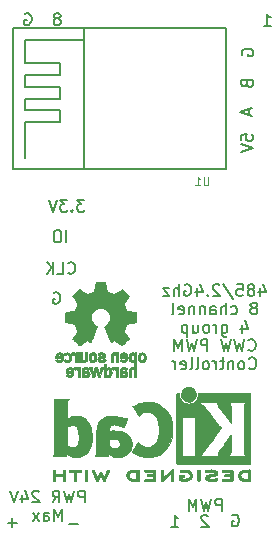
<source format=gbo>
G04 #@! TF.FileFunction,Legend,Bot*
%FSLAX46Y46*%
G04 Gerber Fmt 4.6, Leading zero omitted, Abs format (unit mm)*
G04 Created by KiCad (PCBNEW 4.0.2+dfsg1-stable) date Wed 06 Sep 2017 09:14:37 PM CST*
%MOMM*%
G01*
G04 APERTURE LIST*
%ADD10C,0.100000*%
%ADD11C,0.150000*%
%ADD12C,0.010000*%
G04 APERTURE END LIST*
D10*
D11*
X122205785Y-82367381D02*
X122777214Y-82367381D01*
X122491500Y-82367381D02*
X122491500Y-81367381D01*
X122586738Y-81510238D01*
X122681976Y-81605476D01*
X122777214Y-81653095D01*
X104806738Y-81732452D02*
X104901976Y-81684833D01*
X104949595Y-81637214D01*
X104997214Y-81541976D01*
X104997214Y-81494357D01*
X104949595Y-81399119D01*
X104901976Y-81351500D01*
X104806738Y-81303881D01*
X104616261Y-81303881D01*
X104521023Y-81351500D01*
X104473404Y-81399119D01*
X104425785Y-81494357D01*
X104425785Y-81541976D01*
X104473404Y-81637214D01*
X104521023Y-81684833D01*
X104616261Y-81732452D01*
X104806738Y-81732452D01*
X104901976Y-81780071D01*
X104949595Y-81827690D01*
X104997214Y-81922929D01*
X104997214Y-82113405D01*
X104949595Y-82208643D01*
X104901976Y-82256262D01*
X104806738Y-82303881D01*
X104616261Y-82303881D01*
X104521023Y-82256262D01*
X104473404Y-82208643D01*
X104425785Y-82113405D01*
X104425785Y-81922929D01*
X104473404Y-81827690D01*
X104521023Y-81780071D01*
X104616261Y-81732452D01*
X101973095Y-81351500D02*
X102068333Y-81303881D01*
X102211190Y-81303881D01*
X102354048Y-81351500D01*
X102449286Y-81446738D01*
X102496905Y-81541976D01*
X102544524Y-81732452D01*
X102544524Y-81875310D01*
X102496905Y-82065786D01*
X102449286Y-82161024D01*
X102354048Y-82256262D01*
X102211190Y-82303881D01*
X102115952Y-82303881D01*
X101973095Y-82256262D01*
X101925476Y-82208643D01*
X101925476Y-81875310D01*
X102115952Y-81875310D01*
X121879833Y-104572214D02*
X121879833Y-105238881D01*
X122117929Y-104191262D02*
X122356024Y-104905548D01*
X121736976Y-104905548D01*
X121213167Y-104667452D02*
X121308405Y-104619833D01*
X121356024Y-104572214D01*
X121403643Y-104476976D01*
X121403643Y-104429357D01*
X121356024Y-104334119D01*
X121308405Y-104286500D01*
X121213167Y-104238881D01*
X121022690Y-104238881D01*
X120927452Y-104286500D01*
X120879833Y-104334119D01*
X120832214Y-104429357D01*
X120832214Y-104476976D01*
X120879833Y-104572214D01*
X120927452Y-104619833D01*
X121022690Y-104667452D01*
X121213167Y-104667452D01*
X121308405Y-104715071D01*
X121356024Y-104762690D01*
X121403643Y-104857929D01*
X121403643Y-105048405D01*
X121356024Y-105143643D01*
X121308405Y-105191262D01*
X121213167Y-105238881D01*
X121022690Y-105238881D01*
X120927452Y-105191262D01*
X120879833Y-105143643D01*
X120832214Y-105048405D01*
X120832214Y-104857929D01*
X120879833Y-104762690D01*
X120927452Y-104715071D01*
X121022690Y-104667452D01*
X119927452Y-104238881D02*
X120403643Y-104238881D01*
X120451262Y-104715071D01*
X120403643Y-104667452D01*
X120308405Y-104619833D01*
X120070309Y-104619833D01*
X119975071Y-104667452D01*
X119927452Y-104715071D01*
X119879833Y-104810310D01*
X119879833Y-105048405D01*
X119927452Y-105143643D01*
X119975071Y-105191262D01*
X120070309Y-105238881D01*
X120308405Y-105238881D01*
X120403643Y-105191262D01*
X120451262Y-105143643D01*
X118736976Y-104191262D02*
X119594119Y-105476976D01*
X118451262Y-104334119D02*
X118403643Y-104286500D01*
X118308405Y-104238881D01*
X118070309Y-104238881D01*
X117975071Y-104286500D01*
X117927452Y-104334119D01*
X117879833Y-104429357D01*
X117879833Y-104524595D01*
X117927452Y-104667452D01*
X118498881Y-105238881D01*
X117879833Y-105238881D01*
X117451262Y-105143643D02*
X117403643Y-105191262D01*
X117451262Y-105238881D01*
X117498881Y-105191262D01*
X117451262Y-105143643D01*
X117451262Y-105238881D01*
X116546500Y-104572214D02*
X116546500Y-105238881D01*
X116784596Y-104191262D02*
X117022691Y-104905548D01*
X116403643Y-104905548D01*
X115498881Y-104286500D02*
X115594119Y-104238881D01*
X115736976Y-104238881D01*
X115879834Y-104286500D01*
X115975072Y-104381738D01*
X116022691Y-104476976D01*
X116070310Y-104667452D01*
X116070310Y-104810310D01*
X116022691Y-105000786D01*
X115975072Y-105096024D01*
X115879834Y-105191262D01*
X115736976Y-105238881D01*
X115641738Y-105238881D01*
X115498881Y-105191262D01*
X115451262Y-105143643D01*
X115451262Y-104810310D01*
X115641738Y-104810310D01*
X115022691Y-105238881D02*
X115022691Y-104238881D01*
X114594119Y-105238881D02*
X114594119Y-104715071D01*
X114641738Y-104619833D01*
X114736976Y-104572214D01*
X114879834Y-104572214D01*
X114975072Y-104619833D01*
X115022691Y-104667452D01*
X114213167Y-104572214D02*
X113689357Y-104572214D01*
X114213167Y-105238881D01*
X113689357Y-105238881D01*
X121451263Y-106217452D02*
X121546501Y-106169833D01*
X121594120Y-106122214D01*
X121641739Y-106026976D01*
X121641739Y-105979357D01*
X121594120Y-105884119D01*
X121546501Y-105836500D01*
X121451263Y-105788881D01*
X121260786Y-105788881D01*
X121165548Y-105836500D01*
X121117929Y-105884119D01*
X121070310Y-105979357D01*
X121070310Y-106026976D01*
X121117929Y-106122214D01*
X121165548Y-106169833D01*
X121260786Y-106217452D01*
X121451263Y-106217452D01*
X121546501Y-106265071D01*
X121594120Y-106312690D01*
X121641739Y-106407929D01*
X121641739Y-106598405D01*
X121594120Y-106693643D01*
X121546501Y-106741262D01*
X121451263Y-106788881D01*
X121260786Y-106788881D01*
X121165548Y-106741262D01*
X121117929Y-106693643D01*
X121070310Y-106598405D01*
X121070310Y-106407929D01*
X121117929Y-106312690D01*
X121165548Y-106265071D01*
X121260786Y-106217452D01*
X119451262Y-106741262D02*
X119546500Y-106788881D01*
X119736977Y-106788881D01*
X119832215Y-106741262D01*
X119879834Y-106693643D01*
X119927453Y-106598405D01*
X119927453Y-106312690D01*
X119879834Y-106217452D01*
X119832215Y-106169833D01*
X119736977Y-106122214D01*
X119546500Y-106122214D01*
X119451262Y-106169833D01*
X119022691Y-106788881D02*
X119022691Y-105788881D01*
X118594119Y-106788881D02*
X118594119Y-106265071D01*
X118641738Y-106169833D01*
X118736976Y-106122214D01*
X118879834Y-106122214D01*
X118975072Y-106169833D01*
X119022691Y-106217452D01*
X117689357Y-106788881D02*
X117689357Y-106265071D01*
X117736976Y-106169833D01*
X117832214Y-106122214D01*
X118022691Y-106122214D01*
X118117929Y-106169833D01*
X117689357Y-106741262D02*
X117784595Y-106788881D01*
X118022691Y-106788881D01*
X118117929Y-106741262D01*
X118165548Y-106646024D01*
X118165548Y-106550786D01*
X118117929Y-106455548D01*
X118022691Y-106407929D01*
X117784595Y-106407929D01*
X117689357Y-106360310D01*
X117213167Y-106122214D02*
X117213167Y-106788881D01*
X117213167Y-106217452D02*
X117165548Y-106169833D01*
X117070310Y-106122214D01*
X116927452Y-106122214D01*
X116832214Y-106169833D01*
X116784595Y-106265071D01*
X116784595Y-106788881D01*
X116308405Y-106122214D02*
X116308405Y-106788881D01*
X116308405Y-106217452D02*
X116260786Y-106169833D01*
X116165548Y-106122214D01*
X116022690Y-106122214D01*
X115927452Y-106169833D01*
X115879833Y-106265071D01*
X115879833Y-106788881D01*
X115022690Y-106741262D02*
X115117928Y-106788881D01*
X115308405Y-106788881D01*
X115403643Y-106741262D01*
X115451262Y-106646024D01*
X115451262Y-106265071D01*
X115403643Y-106169833D01*
X115308405Y-106122214D01*
X115117928Y-106122214D01*
X115022690Y-106169833D01*
X114975071Y-106265071D01*
X114975071Y-106360310D01*
X115451262Y-106455548D01*
X114403643Y-106788881D02*
X114498881Y-106741262D01*
X114546500Y-106646024D01*
X114546500Y-105788881D01*
X120356024Y-107672214D02*
X120356024Y-108338881D01*
X120594120Y-107291262D02*
X120832215Y-108005548D01*
X120213167Y-108005548D01*
X118641738Y-107672214D02*
X118641738Y-108481738D01*
X118689357Y-108576976D01*
X118736976Y-108624595D01*
X118832215Y-108672214D01*
X118975072Y-108672214D01*
X119070310Y-108624595D01*
X118641738Y-108291262D02*
X118736976Y-108338881D01*
X118927453Y-108338881D01*
X119022691Y-108291262D01*
X119070310Y-108243643D01*
X119117929Y-108148405D01*
X119117929Y-107862690D01*
X119070310Y-107767452D01*
X119022691Y-107719833D01*
X118927453Y-107672214D01*
X118736976Y-107672214D01*
X118641738Y-107719833D01*
X118165548Y-108338881D02*
X118165548Y-107672214D01*
X118165548Y-107862690D02*
X118117929Y-107767452D01*
X118070310Y-107719833D01*
X117975072Y-107672214D01*
X117879833Y-107672214D01*
X117403643Y-108338881D02*
X117498881Y-108291262D01*
X117546500Y-108243643D01*
X117594119Y-108148405D01*
X117594119Y-107862690D01*
X117546500Y-107767452D01*
X117498881Y-107719833D01*
X117403643Y-107672214D01*
X117260785Y-107672214D01*
X117165547Y-107719833D01*
X117117928Y-107767452D01*
X117070309Y-107862690D01*
X117070309Y-108148405D01*
X117117928Y-108243643D01*
X117165547Y-108291262D01*
X117260785Y-108338881D01*
X117403643Y-108338881D01*
X116213166Y-107672214D02*
X116213166Y-108338881D01*
X116641738Y-107672214D02*
X116641738Y-108196024D01*
X116594119Y-108291262D01*
X116498881Y-108338881D01*
X116356023Y-108338881D01*
X116260785Y-108291262D01*
X116213166Y-108243643D01*
X115736976Y-107672214D02*
X115736976Y-108672214D01*
X115736976Y-107719833D02*
X115641738Y-107672214D01*
X115451261Y-107672214D01*
X115356023Y-107719833D01*
X115308404Y-107767452D01*
X115260785Y-107862690D01*
X115260785Y-108148405D01*
X115308404Y-108243643D01*
X115356023Y-108291262D01*
X115451261Y-108338881D01*
X115641738Y-108338881D01*
X115736976Y-108291262D01*
X120903642Y-109793643D02*
X120951261Y-109841262D01*
X121094118Y-109888881D01*
X121189356Y-109888881D01*
X121332214Y-109841262D01*
X121427452Y-109746024D01*
X121475071Y-109650786D01*
X121522690Y-109460310D01*
X121522690Y-109317452D01*
X121475071Y-109126976D01*
X121427452Y-109031738D01*
X121332214Y-108936500D01*
X121189356Y-108888881D01*
X121094118Y-108888881D01*
X120951261Y-108936500D01*
X120903642Y-108984119D01*
X120570309Y-108888881D02*
X120332214Y-109888881D01*
X120141737Y-109174595D01*
X119951261Y-109888881D01*
X119713166Y-108888881D01*
X119427452Y-108888881D02*
X119189357Y-109888881D01*
X118998880Y-109174595D01*
X118808404Y-109888881D01*
X118570309Y-108888881D01*
X117427452Y-109888881D02*
X117427452Y-108888881D01*
X117046499Y-108888881D01*
X116951261Y-108936500D01*
X116903642Y-108984119D01*
X116856023Y-109079357D01*
X116856023Y-109222214D01*
X116903642Y-109317452D01*
X116951261Y-109365071D01*
X117046499Y-109412690D01*
X117427452Y-109412690D01*
X116522690Y-108888881D02*
X116284595Y-109888881D01*
X116094118Y-109174595D01*
X115903642Y-109888881D01*
X115665547Y-108888881D01*
X115284595Y-109888881D02*
X115284595Y-108888881D01*
X114951261Y-109603167D01*
X114617928Y-108888881D01*
X114617928Y-109888881D01*
X120951263Y-111343643D02*
X120998882Y-111391262D01*
X121141739Y-111438881D01*
X121236977Y-111438881D01*
X121379835Y-111391262D01*
X121475073Y-111296024D01*
X121522692Y-111200786D01*
X121570311Y-111010310D01*
X121570311Y-110867452D01*
X121522692Y-110676976D01*
X121475073Y-110581738D01*
X121379835Y-110486500D01*
X121236977Y-110438881D01*
X121141739Y-110438881D01*
X120998882Y-110486500D01*
X120951263Y-110534119D01*
X120379835Y-111438881D02*
X120475073Y-111391262D01*
X120522692Y-111343643D01*
X120570311Y-111248405D01*
X120570311Y-110962690D01*
X120522692Y-110867452D01*
X120475073Y-110819833D01*
X120379835Y-110772214D01*
X120236977Y-110772214D01*
X120141739Y-110819833D01*
X120094120Y-110867452D01*
X120046501Y-110962690D01*
X120046501Y-111248405D01*
X120094120Y-111343643D01*
X120141739Y-111391262D01*
X120236977Y-111438881D01*
X120379835Y-111438881D01*
X119617930Y-110772214D02*
X119617930Y-111438881D01*
X119617930Y-110867452D02*
X119570311Y-110819833D01*
X119475073Y-110772214D01*
X119332215Y-110772214D01*
X119236977Y-110819833D01*
X119189358Y-110915071D01*
X119189358Y-111438881D01*
X118856025Y-110772214D02*
X118475073Y-110772214D01*
X118713168Y-110438881D02*
X118713168Y-111296024D01*
X118665549Y-111391262D01*
X118570311Y-111438881D01*
X118475073Y-111438881D01*
X118141739Y-111438881D02*
X118141739Y-110772214D01*
X118141739Y-110962690D02*
X118094120Y-110867452D01*
X118046501Y-110819833D01*
X117951263Y-110772214D01*
X117856024Y-110772214D01*
X117379834Y-111438881D02*
X117475072Y-111391262D01*
X117522691Y-111343643D01*
X117570310Y-111248405D01*
X117570310Y-110962690D01*
X117522691Y-110867452D01*
X117475072Y-110819833D01*
X117379834Y-110772214D01*
X117236976Y-110772214D01*
X117141738Y-110819833D01*
X117094119Y-110867452D01*
X117046500Y-110962690D01*
X117046500Y-111248405D01*
X117094119Y-111343643D01*
X117141738Y-111391262D01*
X117236976Y-111438881D01*
X117379834Y-111438881D01*
X116475072Y-111438881D02*
X116570310Y-111391262D01*
X116617929Y-111296024D01*
X116617929Y-110438881D01*
X115951262Y-111438881D02*
X116046500Y-111391262D01*
X116094119Y-111296024D01*
X116094119Y-110438881D01*
X115189356Y-111391262D02*
X115284594Y-111438881D01*
X115475071Y-111438881D01*
X115570309Y-111391262D01*
X115617928Y-111296024D01*
X115617928Y-110915071D01*
X115570309Y-110819833D01*
X115475071Y-110772214D01*
X115284594Y-110772214D01*
X115189356Y-110819833D01*
X115141737Y-110915071D01*
X115141737Y-111010310D01*
X115617928Y-111105548D01*
X114713166Y-111438881D02*
X114713166Y-110772214D01*
X114713166Y-110962690D02*
X114665547Y-110867452D01*
X114617928Y-110819833D01*
X114522690Y-110772214D01*
X114427451Y-110772214D01*
X119524495Y-123782200D02*
X119619733Y-123734581D01*
X119762590Y-123734581D01*
X119905448Y-123782200D01*
X120000686Y-123877438D01*
X120048305Y-123972676D01*
X120095924Y-124163152D01*
X120095924Y-124306010D01*
X120048305Y-124496486D01*
X120000686Y-124591724D01*
X119905448Y-124686962D01*
X119762590Y-124734581D01*
X119667352Y-124734581D01*
X119524495Y-124686962D01*
X119476876Y-124639343D01*
X119476876Y-124306010D01*
X119667352Y-124306010D01*
X117481314Y-123880619D02*
X117433695Y-123833000D01*
X117338457Y-123785381D01*
X117100361Y-123785381D01*
X117005123Y-123833000D01*
X116957504Y-123880619D01*
X116909885Y-123975857D01*
X116909885Y-124071095D01*
X116957504Y-124213952D01*
X117528933Y-124785381D01*
X116909885Y-124785381D01*
X114369885Y-124785381D02*
X114941314Y-124785381D01*
X114655600Y-124785381D02*
X114655600Y-123785381D01*
X114750838Y-123928238D01*
X114846076Y-124023476D01*
X114941314Y-124071095D01*
X118651162Y-123413781D02*
X118651162Y-122413781D01*
X118270209Y-122413781D01*
X118174971Y-122461400D01*
X118127352Y-122509019D01*
X118079733Y-122604257D01*
X118079733Y-122747114D01*
X118127352Y-122842352D01*
X118174971Y-122889971D01*
X118270209Y-122937590D01*
X118651162Y-122937590D01*
X117746400Y-122413781D02*
X117508305Y-123413781D01*
X117317828Y-122699495D01*
X117127352Y-123413781D01*
X116889257Y-122413781D01*
X116508305Y-123413781D02*
X116508305Y-122413781D01*
X116174971Y-123128067D01*
X115841638Y-122413781D01*
X115841638Y-123413781D01*
X101269752Y-124429829D02*
X100507847Y-124429829D01*
X100888799Y-124810781D02*
X100888799Y-124048876D01*
X106502152Y-124506029D02*
X105740247Y-124506029D01*
X107032038Y-122714981D02*
X107032038Y-121714981D01*
X106651085Y-121714981D01*
X106555847Y-121762600D01*
X106508228Y-121810219D01*
X106460609Y-121905457D01*
X106460609Y-122048314D01*
X106508228Y-122143552D01*
X106555847Y-122191171D01*
X106651085Y-122238790D01*
X107032038Y-122238790D01*
X106127276Y-121714981D02*
X105889181Y-122714981D01*
X105698704Y-122000695D01*
X105508228Y-122714981D01*
X105270133Y-121714981D01*
X104317752Y-122714981D02*
X104651086Y-122238790D01*
X104889181Y-122714981D02*
X104889181Y-121714981D01*
X104508228Y-121714981D01*
X104412990Y-121762600D01*
X104365371Y-121810219D01*
X104317752Y-121905457D01*
X104317752Y-122048314D01*
X104365371Y-122143552D01*
X104412990Y-122191171D01*
X104508228Y-122238790D01*
X104889181Y-122238790D01*
X103174895Y-121810219D02*
X103127276Y-121762600D01*
X103032038Y-121714981D01*
X102793942Y-121714981D01*
X102698704Y-121762600D01*
X102651085Y-121810219D01*
X102603466Y-121905457D01*
X102603466Y-122000695D01*
X102651085Y-122143552D01*
X103222514Y-122714981D01*
X102603466Y-122714981D01*
X101746323Y-122048314D02*
X101746323Y-122714981D01*
X101984419Y-121667362D02*
X102222514Y-122381648D01*
X101603466Y-122381648D01*
X101365371Y-121714981D02*
X101032038Y-122714981D01*
X100698704Y-121714981D01*
X105127276Y-124264981D02*
X105127276Y-123264981D01*
X104793942Y-123979267D01*
X104460609Y-123264981D01*
X104460609Y-124264981D01*
X103555847Y-124264981D02*
X103555847Y-123741171D01*
X103603466Y-123645933D01*
X103698704Y-123598314D01*
X103889181Y-123598314D01*
X103984419Y-123645933D01*
X103555847Y-124217362D02*
X103651085Y-124264981D01*
X103889181Y-124264981D01*
X103984419Y-124217362D01*
X104032038Y-124122124D01*
X104032038Y-124026886D01*
X103984419Y-123931648D01*
X103889181Y-123884029D01*
X103651085Y-123884029D01*
X103555847Y-123836410D01*
X103174895Y-124264981D02*
X102651085Y-123598314D01*
X103174895Y-123598314D02*
X102651085Y-124264981D01*
X104411495Y-104960800D02*
X104506733Y-104913181D01*
X104649590Y-104913181D01*
X104792448Y-104960800D01*
X104887686Y-105056038D01*
X104935305Y-105151276D01*
X104982924Y-105341752D01*
X104982924Y-105484610D01*
X104935305Y-105675086D01*
X104887686Y-105770324D01*
X104792448Y-105865562D01*
X104649590Y-105913181D01*
X104554352Y-105913181D01*
X104411495Y-105865562D01*
X104363876Y-105817943D01*
X104363876Y-105484610D01*
X104554352Y-105484610D01*
X105624238Y-103277943D02*
X105671857Y-103325562D01*
X105814714Y-103373181D01*
X105909952Y-103373181D01*
X106052810Y-103325562D01*
X106148048Y-103230324D01*
X106195667Y-103135086D01*
X106243286Y-102944610D01*
X106243286Y-102801752D01*
X106195667Y-102611276D01*
X106148048Y-102516038D01*
X106052810Y-102420800D01*
X105909952Y-102373181D01*
X105814714Y-102373181D01*
X105671857Y-102420800D01*
X105624238Y-102468419D01*
X104719476Y-103373181D02*
X105195667Y-103373181D01*
X105195667Y-102373181D01*
X104386143Y-103373181D02*
X104386143Y-102373181D01*
X103814714Y-103373181D02*
X104243286Y-102801752D01*
X103814714Y-102373181D02*
X104386143Y-102944610D01*
X105502009Y-100680781D02*
X105502009Y-99680781D01*
X104835343Y-99680781D02*
X104644866Y-99680781D01*
X104549628Y-99728400D01*
X104454390Y-99823638D01*
X104406771Y-100014114D01*
X104406771Y-100347448D01*
X104454390Y-100537924D01*
X104549628Y-100633162D01*
X104644866Y-100680781D01*
X104835343Y-100680781D01*
X104930581Y-100633162D01*
X105025819Y-100537924D01*
X105073438Y-100347448D01*
X105073438Y-100014114D01*
X105025819Y-99823638D01*
X104930581Y-99728400D01*
X104835343Y-99680781D01*
X107013190Y-97089981D02*
X106394142Y-97089981D01*
X106727476Y-97470933D01*
X106584618Y-97470933D01*
X106489380Y-97518552D01*
X106441761Y-97566171D01*
X106394142Y-97661410D01*
X106394142Y-97899505D01*
X106441761Y-97994743D01*
X106489380Y-98042362D01*
X106584618Y-98089981D01*
X106870333Y-98089981D01*
X106965571Y-98042362D01*
X107013190Y-97994743D01*
X105965571Y-97994743D02*
X105917952Y-98042362D01*
X105965571Y-98089981D01*
X106013190Y-98042362D01*
X105965571Y-97994743D01*
X105965571Y-98089981D01*
X105584619Y-97089981D02*
X104965571Y-97089981D01*
X105298905Y-97470933D01*
X105156047Y-97470933D01*
X105060809Y-97518552D01*
X105013190Y-97566171D01*
X104965571Y-97661410D01*
X104965571Y-97899505D01*
X105013190Y-97994743D01*
X105060809Y-98042362D01*
X105156047Y-98089981D01*
X105441762Y-98089981D01*
X105537000Y-98042362D01*
X105584619Y-97994743D01*
X104679857Y-97089981D02*
X104346524Y-98089981D01*
X104013190Y-97089981D01*
X120280181Y-92062324D02*
X120280181Y-91586133D01*
X120756371Y-91538514D01*
X120708752Y-91586133D01*
X120661133Y-91681371D01*
X120661133Y-91919467D01*
X120708752Y-92014705D01*
X120756371Y-92062324D01*
X120851610Y-92109943D01*
X121089705Y-92109943D01*
X121184943Y-92062324D01*
X121232562Y-92014705D01*
X121280181Y-91919467D01*
X121280181Y-91681371D01*
X121232562Y-91586133D01*
X121184943Y-91538514D01*
X120280181Y-92395657D02*
X121280181Y-92728990D01*
X120280181Y-93062324D01*
X120378600Y-84869305D02*
X120330981Y-84774067D01*
X120330981Y-84631210D01*
X120378600Y-84488352D01*
X120473838Y-84393114D01*
X120569076Y-84345495D01*
X120759552Y-84297876D01*
X120902410Y-84297876D01*
X121092886Y-84345495D01*
X121188124Y-84393114D01*
X121283362Y-84488352D01*
X121330981Y-84631210D01*
X121330981Y-84726448D01*
X121283362Y-84869305D01*
X121235743Y-84916924D01*
X120902410Y-84916924D01*
X120902410Y-84726448D01*
X120756371Y-87295029D02*
X120803990Y-87437886D01*
X120851610Y-87485505D01*
X120946848Y-87533124D01*
X121089705Y-87533124D01*
X121184943Y-87485505D01*
X121232562Y-87437886D01*
X121280181Y-87342648D01*
X121280181Y-86961695D01*
X120280181Y-86961695D01*
X120280181Y-87295029D01*
X120327800Y-87390267D01*
X120375419Y-87437886D01*
X120470657Y-87485505D01*
X120565895Y-87485505D01*
X120661133Y-87437886D01*
X120708752Y-87390267D01*
X120756371Y-87295029D01*
X120756371Y-86961695D01*
X120943667Y-89423905D02*
X120943667Y-89900096D01*
X121229381Y-89328667D02*
X120229381Y-89662000D01*
X121229381Y-89995334D01*
X101982000Y-90519000D02*
X101982000Y-93519000D01*
X104982000Y-90519000D02*
X101982000Y-90519000D01*
X104982000Y-89519000D02*
X104982000Y-90519000D01*
X101982000Y-89519000D02*
X104982000Y-89519000D01*
X101982000Y-88519000D02*
X101982000Y-89519000D01*
X104982000Y-88519000D02*
X101982000Y-88519000D01*
X104982000Y-87519000D02*
X104982000Y-88519000D01*
X101982000Y-87519000D02*
X104982000Y-87519000D01*
X101982000Y-86519000D02*
X101982000Y-87519000D01*
X104982000Y-86519000D02*
X101982000Y-86519000D01*
X104982000Y-85519000D02*
X104982000Y-86519000D01*
X101982000Y-85519000D02*
X104982000Y-85519000D01*
X101982000Y-83519000D02*
X101982000Y-85519000D01*
X106982000Y-83519000D02*
X101982000Y-83519000D01*
X106982000Y-94519000D02*
X106982000Y-82519000D01*
X118982000Y-82519000D02*
X100982000Y-82519000D01*
X118982000Y-94519000D02*
X118982000Y-82519000D01*
X100982000Y-94519000D02*
X118982000Y-94519000D01*
X100982000Y-82519000D02*
X100982000Y-94519000D01*
D12*
G36*
X120862254Y-119924445D02*
X120809689Y-119924980D01*
X120655665Y-119928696D01*
X120526671Y-119939735D01*
X120418309Y-119959282D01*
X120326184Y-119988519D01*
X120245899Y-120028633D01*
X120173058Y-120080805D01*
X120147041Y-120103469D01*
X120103883Y-120156498D01*
X120064967Y-120228457D01*
X120034973Y-120308220D01*
X120018581Y-120384661D01*
X120016878Y-120412908D01*
X120027551Y-120491210D01*
X120056153Y-120576741D01*
X120097557Y-120657699D01*
X120146641Y-120722282D01*
X120154613Y-120730074D01*
X120222146Y-120784844D01*
X120296098Y-120827599D01*
X120380734Y-120859459D01*
X120480317Y-120881544D01*
X120599112Y-120894974D01*
X120741380Y-120900870D01*
X120806546Y-120901370D01*
X120889401Y-120900971D01*
X120947669Y-120899302D01*
X120986816Y-120895658D01*
X121012309Y-120889329D01*
X121029614Y-120879610D01*
X121038890Y-120871310D01*
X121047652Y-120861228D01*
X121054525Y-120848221D01*
X121059738Y-120828805D01*
X121063519Y-120799496D01*
X121066097Y-120756809D01*
X121067700Y-120697261D01*
X121068557Y-120617366D01*
X121068897Y-120513641D01*
X121068949Y-120412908D01*
X121069280Y-120278555D01*
X121069208Y-120171228D01*
X121067930Y-120119831D01*
X120873565Y-120119831D01*
X120873565Y-120705985D01*
X120749571Y-120705871D01*
X120674961Y-120703732D01*
X120596818Y-120698219D01*
X120531620Y-120690508D01*
X120529636Y-120690191D01*
X120424263Y-120664714D01*
X120342532Y-120625036D01*
X120280362Y-120568574D01*
X120240860Y-120507442D01*
X120216520Y-120439629D01*
X120218407Y-120375955D01*
X120246655Y-120307701D01*
X120301908Y-120237092D01*
X120378473Y-120184771D01*
X120477995Y-120149799D01*
X120544507Y-120137422D01*
X120620007Y-120128730D01*
X120700025Y-120122440D01*
X120768084Y-120119824D01*
X120772115Y-120119812D01*
X120873565Y-120119831D01*
X121067930Y-120119831D01*
X121067136Y-120087917D01*
X121061461Y-120025615D01*
X121050587Y-119981311D01*
X121032914Y-119951996D01*
X121006843Y-119934661D01*
X120970775Y-119926297D01*
X120923112Y-119923895D01*
X120862254Y-119924445D01*
X120862254Y-119924445D01*
G37*
X120862254Y-119924445D02*
X120809689Y-119924980D01*
X120655665Y-119928696D01*
X120526671Y-119939735D01*
X120418309Y-119959282D01*
X120326184Y-119988519D01*
X120245899Y-120028633D01*
X120173058Y-120080805D01*
X120147041Y-120103469D01*
X120103883Y-120156498D01*
X120064967Y-120228457D01*
X120034973Y-120308220D01*
X120018581Y-120384661D01*
X120016878Y-120412908D01*
X120027551Y-120491210D01*
X120056153Y-120576741D01*
X120097557Y-120657699D01*
X120146641Y-120722282D01*
X120154613Y-120730074D01*
X120222146Y-120784844D01*
X120296098Y-120827599D01*
X120380734Y-120859459D01*
X120480317Y-120881544D01*
X120599112Y-120894974D01*
X120741380Y-120900870D01*
X120806546Y-120901370D01*
X120889401Y-120900971D01*
X120947669Y-120899302D01*
X120986816Y-120895658D01*
X121012309Y-120889329D01*
X121029614Y-120879610D01*
X121038890Y-120871310D01*
X121047652Y-120861228D01*
X121054525Y-120848221D01*
X121059738Y-120828805D01*
X121063519Y-120799496D01*
X121066097Y-120756809D01*
X121067700Y-120697261D01*
X121068557Y-120617366D01*
X121068897Y-120513641D01*
X121068949Y-120412908D01*
X121069280Y-120278555D01*
X121069208Y-120171228D01*
X121067930Y-120119831D01*
X120873565Y-120119831D01*
X120873565Y-120705985D01*
X120749571Y-120705871D01*
X120674961Y-120703732D01*
X120596818Y-120698219D01*
X120531620Y-120690508D01*
X120529636Y-120690191D01*
X120424263Y-120664714D01*
X120342532Y-120625036D01*
X120280362Y-120568574D01*
X120240860Y-120507442D01*
X120216520Y-120439629D01*
X120218407Y-120375955D01*
X120246655Y-120307701D01*
X120301908Y-120237092D01*
X120378473Y-120184771D01*
X120477995Y-120149799D01*
X120544507Y-120137422D01*
X120620007Y-120128730D01*
X120700025Y-120122440D01*
X120768084Y-120119824D01*
X120772115Y-120119812D01*
X120873565Y-120119831D01*
X121067930Y-120119831D01*
X121067136Y-120087917D01*
X121061461Y-120025615D01*
X121050587Y-119981311D01*
X121032914Y-119951996D01*
X121006843Y-119934661D01*
X120970775Y-119926297D01*
X120923112Y-119923895D01*
X120862254Y-119924445D01*
G36*
X118986930Y-119924552D02*
X118894522Y-119925048D01*
X118824773Y-119926201D01*
X118773983Y-119928280D01*
X118738451Y-119931551D01*
X118714478Y-119936283D01*
X118698364Y-119942743D01*
X118686409Y-119951199D01*
X118682079Y-119955091D01*
X118655751Y-119996440D01*
X118651011Y-120043952D01*
X118668330Y-120086131D01*
X118676339Y-120094656D01*
X118689292Y-120102921D01*
X118710148Y-120109297D01*
X118742776Y-120114095D01*
X118791042Y-120117624D01*
X118858814Y-120120194D01*
X118949960Y-120122117D01*
X119033291Y-120123287D01*
X119363092Y-120127346D01*
X119372106Y-120300186D01*
X119148242Y-120300186D01*
X119051054Y-120301025D01*
X118979903Y-120304532D01*
X118930791Y-120312195D01*
X118899717Y-120325503D01*
X118882684Y-120345941D01*
X118875692Y-120374999D01*
X118874630Y-120401967D01*
X118877930Y-120435057D01*
X118890383Y-120459440D01*
X118915820Y-120476389D01*
X118958071Y-120487179D01*
X119020966Y-120493084D01*
X119108335Y-120495377D01*
X119156021Y-120495571D01*
X119370606Y-120495571D01*
X119370606Y-120705985D01*
X119039955Y-120705985D01*
X118931570Y-120706136D01*
X118849197Y-120706814D01*
X118788789Y-120708356D01*
X118746299Y-120711099D01*
X118717681Y-120715381D01*
X118698888Y-120721539D01*
X118685874Y-120729909D01*
X118679245Y-120736044D01*
X118656507Y-120771849D01*
X118649186Y-120803677D01*
X118659639Y-120842554D01*
X118679245Y-120871310D01*
X118689705Y-120880363D01*
X118703208Y-120887393D01*
X118723386Y-120892654D01*
X118753871Y-120896401D01*
X118798295Y-120898890D01*
X118860291Y-120900375D01*
X118943491Y-120901111D01*
X119051527Y-120901354D01*
X119107589Y-120901370D01*
X119227644Y-120901263D01*
X119321274Y-120900775D01*
X119392109Y-120899649D01*
X119443781Y-120897631D01*
X119479923Y-120894466D01*
X119504168Y-120889899D01*
X119520147Y-120883676D01*
X119531493Y-120875540D01*
X119535932Y-120871310D01*
X119544717Y-120861196D01*
X119551604Y-120848148D01*
X119556821Y-120828670D01*
X119560599Y-120799264D01*
X119563170Y-120756434D01*
X119564764Y-120696684D01*
X119565611Y-120616517D01*
X119565942Y-120512437D01*
X119565991Y-120415528D01*
X119565946Y-120291423D01*
X119565634Y-120193866D01*
X119564788Y-120119346D01*
X119563142Y-120064351D01*
X119560429Y-120025370D01*
X119556383Y-119998893D01*
X119550737Y-119981406D01*
X119543226Y-119969400D01*
X119533582Y-119959363D01*
X119531206Y-119957126D01*
X119519675Y-119947219D01*
X119506278Y-119939548D01*
X119487296Y-119933826D01*
X119459015Y-119929768D01*
X119417718Y-119927088D01*
X119359688Y-119925502D01*
X119281209Y-119924724D01*
X119178566Y-119924468D01*
X119105696Y-119924446D01*
X118986930Y-119924552D01*
X118986930Y-119924552D01*
G37*
X118986930Y-119924552D02*
X118894522Y-119925048D01*
X118824773Y-119926201D01*
X118773983Y-119928280D01*
X118738451Y-119931551D01*
X118714478Y-119936283D01*
X118698364Y-119942743D01*
X118686409Y-119951199D01*
X118682079Y-119955091D01*
X118655751Y-119996440D01*
X118651011Y-120043952D01*
X118668330Y-120086131D01*
X118676339Y-120094656D01*
X118689292Y-120102921D01*
X118710148Y-120109297D01*
X118742776Y-120114095D01*
X118791042Y-120117624D01*
X118858814Y-120120194D01*
X118949960Y-120122117D01*
X119033291Y-120123287D01*
X119363092Y-120127346D01*
X119372106Y-120300186D01*
X119148242Y-120300186D01*
X119051054Y-120301025D01*
X118979903Y-120304532D01*
X118930791Y-120312195D01*
X118899717Y-120325503D01*
X118882684Y-120345941D01*
X118875692Y-120374999D01*
X118874630Y-120401967D01*
X118877930Y-120435057D01*
X118890383Y-120459440D01*
X118915820Y-120476389D01*
X118958071Y-120487179D01*
X119020966Y-120493084D01*
X119108335Y-120495377D01*
X119156021Y-120495571D01*
X119370606Y-120495571D01*
X119370606Y-120705985D01*
X119039955Y-120705985D01*
X118931570Y-120706136D01*
X118849197Y-120706814D01*
X118788789Y-120708356D01*
X118746299Y-120711099D01*
X118717681Y-120715381D01*
X118698888Y-120721539D01*
X118685874Y-120729909D01*
X118679245Y-120736044D01*
X118656507Y-120771849D01*
X118649186Y-120803677D01*
X118659639Y-120842554D01*
X118679245Y-120871310D01*
X118689705Y-120880363D01*
X118703208Y-120887393D01*
X118723386Y-120892654D01*
X118753871Y-120896401D01*
X118798295Y-120898890D01*
X118860291Y-120900375D01*
X118943491Y-120901111D01*
X119051527Y-120901354D01*
X119107589Y-120901370D01*
X119227644Y-120901263D01*
X119321274Y-120900775D01*
X119392109Y-120899649D01*
X119443781Y-120897631D01*
X119479923Y-120894466D01*
X119504168Y-120889899D01*
X119520147Y-120883676D01*
X119531493Y-120875540D01*
X119535932Y-120871310D01*
X119544717Y-120861196D01*
X119551604Y-120848148D01*
X119556821Y-120828670D01*
X119560599Y-120799264D01*
X119563170Y-120756434D01*
X119564764Y-120696684D01*
X119565611Y-120616517D01*
X119565942Y-120512437D01*
X119565991Y-120415528D01*
X119565946Y-120291423D01*
X119565634Y-120193866D01*
X119564788Y-120119346D01*
X119563142Y-120064351D01*
X119560429Y-120025370D01*
X119556383Y-119998893D01*
X119550737Y-119981406D01*
X119543226Y-119969400D01*
X119533582Y-119959363D01*
X119531206Y-119957126D01*
X119519675Y-119947219D01*
X119506278Y-119939548D01*
X119487296Y-119933826D01*
X119459015Y-119929768D01*
X119417718Y-119927088D01*
X119359688Y-119925502D01*
X119281209Y-119924724D01*
X119178566Y-119924468D01*
X119105696Y-119924446D01*
X118986930Y-119924552D01*
G36*
X117627488Y-119926157D02*
X117527883Y-119933120D01*
X117435244Y-119943995D01*
X117354958Y-119958374D01*
X117292408Y-119975846D01*
X117252981Y-119996002D01*
X117246929Y-120001935D01*
X117225884Y-120047975D01*
X117232266Y-120095240D01*
X117264907Y-120135678D01*
X117266464Y-120136837D01*
X117285663Y-120149297D01*
X117305705Y-120155849D01*
X117333660Y-120156644D01*
X117376599Y-120151836D01*
X117441591Y-120141575D01*
X117446819Y-120140711D01*
X117543661Y-120128814D01*
X117648144Y-120122945D01*
X117752935Y-120122888D01*
X117850702Y-120128427D01*
X117934112Y-120139345D01*
X117995833Y-120155425D01*
X117999888Y-120157041D01*
X118044664Y-120182129D01*
X118060396Y-120207518D01*
X118048080Y-120232487D01*
X118008715Y-120256316D01*
X117943298Y-120278282D01*
X117852826Y-120297666D01*
X117792500Y-120306998D01*
X117667100Y-120324949D01*
X117567365Y-120341359D01*
X117489046Y-120357648D01*
X117427893Y-120375238D01*
X117379659Y-120395549D01*
X117340095Y-120420003D01*
X117304952Y-120450020D01*
X117276711Y-120479496D01*
X117243208Y-120520567D01*
X117226719Y-120555882D01*
X117221563Y-120599393D01*
X117221376Y-120615328D01*
X117225248Y-120668205D01*
X117240727Y-120707543D01*
X117267515Y-120742460D01*
X117321959Y-120795834D01*
X117382670Y-120836538D01*
X117454158Y-120865900D01*
X117540936Y-120885247D01*
X117647514Y-120895906D01*
X117778403Y-120899205D01*
X117800015Y-120899149D01*
X117887298Y-120897340D01*
X117973859Y-120893229D01*
X118050262Y-120887406D01*
X118107070Y-120880461D01*
X118111664Y-120879664D01*
X118168145Y-120866284D01*
X118216052Y-120849382D01*
X118243173Y-120833931D01*
X118268411Y-120793166D01*
X118270169Y-120745698D01*
X118248412Y-120703395D01*
X118243544Y-120698612D01*
X118223422Y-120684399D01*
X118198258Y-120678276D01*
X118159313Y-120679318D01*
X118112035Y-120684734D01*
X118059205Y-120689573D01*
X117985148Y-120693655D01*
X117898691Y-120696618D01*
X117808663Y-120698097D01*
X117784985Y-120698194D01*
X117694622Y-120697830D01*
X117628489Y-120696076D01*
X117580767Y-120692323D01*
X117545638Y-120685963D01*
X117517282Y-120676387D01*
X117500241Y-120668411D01*
X117462796Y-120646265D01*
X117438921Y-120626208D01*
X117435432Y-120620523D01*
X117442793Y-120597045D01*
X117477787Y-120574317D01*
X117537988Y-120553370D01*
X117620971Y-120535236D01*
X117645420Y-120531197D01*
X117773122Y-120511139D01*
X117875040Y-120494374D01*
X117955106Y-120479683D01*
X118017254Y-120465848D01*
X118065418Y-120451651D01*
X118103532Y-120435873D01*
X118135530Y-120417296D01*
X118165344Y-120394702D01*
X118196910Y-120366873D01*
X118207532Y-120357116D01*
X118244773Y-120320702D01*
X118264487Y-120291852D01*
X118272199Y-120258838D01*
X118273447Y-120217235D01*
X118259715Y-120135651D01*
X118218678Y-120066334D01*
X118150570Y-120009508D01*
X118055627Y-119965397D01*
X117987884Y-119945612D01*
X117914259Y-119932833D01*
X117826061Y-119925604D01*
X117728676Y-119923515D01*
X117627488Y-119926157D01*
X117627488Y-119926157D01*
G37*
X117627488Y-119926157D02*
X117527883Y-119933120D01*
X117435244Y-119943995D01*
X117354958Y-119958374D01*
X117292408Y-119975846D01*
X117252981Y-119996002D01*
X117246929Y-120001935D01*
X117225884Y-120047975D01*
X117232266Y-120095240D01*
X117264907Y-120135678D01*
X117266464Y-120136837D01*
X117285663Y-120149297D01*
X117305705Y-120155849D01*
X117333660Y-120156644D01*
X117376599Y-120151836D01*
X117441591Y-120141575D01*
X117446819Y-120140711D01*
X117543661Y-120128814D01*
X117648144Y-120122945D01*
X117752935Y-120122888D01*
X117850702Y-120128427D01*
X117934112Y-120139345D01*
X117995833Y-120155425D01*
X117999888Y-120157041D01*
X118044664Y-120182129D01*
X118060396Y-120207518D01*
X118048080Y-120232487D01*
X118008715Y-120256316D01*
X117943298Y-120278282D01*
X117852826Y-120297666D01*
X117792500Y-120306998D01*
X117667100Y-120324949D01*
X117567365Y-120341359D01*
X117489046Y-120357648D01*
X117427893Y-120375238D01*
X117379659Y-120395549D01*
X117340095Y-120420003D01*
X117304952Y-120450020D01*
X117276711Y-120479496D01*
X117243208Y-120520567D01*
X117226719Y-120555882D01*
X117221563Y-120599393D01*
X117221376Y-120615328D01*
X117225248Y-120668205D01*
X117240727Y-120707543D01*
X117267515Y-120742460D01*
X117321959Y-120795834D01*
X117382670Y-120836538D01*
X117454158Y-120865900D01*
X117540936Y-120885247D01*
X117647514Y-120895906D01*
X117778403Y-120899205D01*
X117800015Y-120899149D01*
X117887298Y-120897340D01*
X117973859Y-120893229D01*
X118050262Y-120887406D01*
X118107070Y-120880461D01*
X118111664Y-120879664D01*
X118168145Y-120866284D01*
X118216052Y-120849382D01*
X118243173Y-120833931D01*
X118268411Y-120793166D01*
X118270169Y-120745698D01*
X118248412Y-120703395D01*
X118243544Y-120698612D01*
X118223422Y-120684399D01*
X118198258Y-120678276D01*
X118159313Y-120679318D01*
X118112035Y-120684734D01*
X118059205Y-120689573D01*
X117985148Y-120693655D01*
X117898691Y-120696618D01*
X117808663Y-120698097D01*
X117784985Y-120698194D01*
X117694622Y-120697830D01*
X117628489Y-120696076D01*
X117580767Y-120692323D01*
X117545638Y-120685963D01*
X117517282Y-120676387D01*
X117500241Y-120668411D01*
X117462796Y-120646265D01*
X117438921Y-120626208D01*
X117435432Y-120620523D01*
X117442793Y-120597045D01*
X117477787Y-120574317D01*
X117537988Y-120553370D01*
X117620971Y-120535236D01*
X117645420Y-120531197D01*
X117773122Y-120511139D01*
X117875040Y-120494374D01*
X117955106Y-120479683D01*
X118017254Y-120465848D01*
X118065418Y-120451651D01*
X118103532Y-120435873D01*
X118135530Y-120417296D01*
X118165344Y-120394702D01*
X118196910Y-120366873D01*
X118207532Y-120357116D01*
X118244773Y-120320702D01*
X118264487Y-120291852D01*
X118272199Y-120258838D01*
X118273447Y-120217235D01*
X118259715Y-120135651D01*
X118218678Y-120066334D01*
X118150570Y-120009508D01*
X118055627Y-119965397D01*
X117987884Y-119945612D01*
X117914259Y-119932833D01*
X117826061Y-119925604D01*
X117728676Y-119923515D01*
X117627488Y-119926157D01*
G36*
X116605163Y-119954506D02*
X116596401Y-119964588D01*
X116589528Y-119977595D01*
X116584315Y-119997011D01*
X116580534Y-120026320D01*
X116577956Y-120069007D01*
X116576353Y-120128555D01*
X116575495Y-120208450D01*
X116575156Y-120312176D01*
X116575103Y-120412908D01*
X116575196Y-120537852D01*
X116575627Y-120636221D01*
X116576623Y-120711501D01*
X116578415Y-120767174D01*
X116581229Y-120806726D01*
X116585296Y-120833641D01*
X116590842Y-120851403D01*
X116598097Y-120863497D01*
X116605163Y-120871310D01*
X116649102Y-120897512D01*
X116695920Y-120895161D01*
X116737809Y-120866584D01*
X116747434Y-120855427D01*
X116754955Y-120842483D01*
X116760634Y-120824172D01*
X116764727Y-120796918D01*
X116767495Y-120757140D01*
X116769196Y-120701262D01*
X116770089Y-120625704D01*
X116770433Y-120526888D01*
X116770488Y-120415014D01*
X116770488Y-119998228D01*
X116733597Y-119961337D01*
X116688125Y-119930300D01*
X116644016Y-119929181D01*
X116605163Y-119954506D01*
X116605163Y-119954506D01*
G37*
X116605163Y-119954506D02*
X116596401Y-119964588D01*
X116589528Y-119977595D01*
X116584315Y-119997011D01*
X116580534Y-120026320D01*
X116577956Y-120069007D01*
X116576353Y-120128555D01*
X116575495Y-120208450D01*
X116575156Y-120312176D01*
X116575103Y-120412908D01*
X116575196Y-120537852D01*
X116575627Y-120636221D01*
X116576623Y-120711501D01*
X116578415Y-120767174D01*
X116581229Y-120806726D01*
X116585296Y-120833641D01*
X116590842Y-120851403D01*
X116598097Y-120863497D01*
X116605163Y-120871310D01*
X116649102Y-120897512D01*
X116695920Y-120895161D01*
X116737809Y-120866584D01*
X116747434Y-120855427D01*
X116754955Y-120842483D01*
X116760634Y-120824172D01*
X116764727Y-120796918D01*
X116767495Y-120757140D01*
X116769196Y-120701262D01*
X116770089Y-120625704D01*
X116770433Y-120526888D01*
X116770488Y-120415014D01*
X116770488Y-119998228D01*
X116733597Y-119961337D01*
X116688125Y-119930300D01*
X116644016Y-119929181D01*
X116605163Y-119954506D01*
G36*
X115308762Y-119931812D02*
X115217541Y-119947118D01*
X115147482Y-119970911D01*
X115101904Y-120002240D01*
X115089484Y-120020114D01*
X115076854Y-120061685D01*
X115085353Y-120099292D01*
X115112185Y-120134955D01*
X115153876Y-120151639D01*
X115214370Y-120150284D01*
X115261159Y-120141245D01*
X115365128Y-120124023D01*
X115471380Y-120122387D01*
X115590309Y-120136365D01*
X115623160Y-120142288D01*
X115733745Y-120173467D01*
X115820259Y-120219846D01*
X115881753Y-120280635D01*
X115917278Y-120355044D01*
X115924625Y-120393514D01*
X115919816Y-120471563D01*
X115888766Y-120540617D01*
X115834306Y-120599329D01*
X115759264Y-120646353D01*
X115666470Y-120680343D01*
X115558752Y-120699954D01*
X115438941Y-120703841D01*
X115309865Y-120690656D01*
X115302577Y-120689412D01*
X115251238Y-120679850D01*
X115222772Y-120670614D01*
X115210434Y-120656909D01*
X115207478Y-120633942D01*
X115207411Y-120621779D01*
X115207411Y-120570719D01*
X115298577Y-120570719D01*
X115379082Y-120565204D01*
X115434021Y-120547630D01*
X115465986Y-120516453D01*
X115477572Y-120470130D01*
X115477713Y-120464084D01*
X115470935Y-120424489D01*
X115447691Y-120396217D01*
X115404430Y-120377507D01*
X115337601Y-120366600D01*
X115272870Y-120362590D01*
X115178787Y-120360289D01*
X115110544Y-120363800D01*
X115064001Y-120376755D01*
X115035018Y-120402786D01*
X115019455Y-120445527D01*
X115013171Y-120508610D01*
X115012026Y-120591464D01*
X115013902Y-120683946D01*
X115019546Y-120746854D01*
X115028982Y-120780439D01*
X115030813Y-120783069D01*
X115082625Y-120825034D01*
X115158590Y-120858268D01*
X115253892Y-120882059D01*
X115363716Y-120895699D01*
X115483246Y-120898478D01*
X115607666Y-120889685D01*
X115680843Y-120878885D01*
X115795620Y-120846398D01*
X115902296Y-120793286D01*
X115991611Y-120724355D01*
X116005186Y-120710578D01*
X116049292Y-120652658D01*
X116089089Y-120580876D01*
X116119927Y-120505619D01*
X116137157Y-120437277D01*
X116139234Y-120411029D01*
X116130393Y-120356277D01*
X116106895Y-120288155D01*
X116073249Y-120216450D01*
X116033964Y-120150949D01*
X115999255Y-120107198D01*
X115918103Y-120042119D01*
X115813198Y-119990321D01*
X115688300Y-119952974D01*
X115547167Y-119931253D01*
X115417825Y-119925945D01*
X115308762Y-119931812D01*
X115308762Y-119931812D01*
G37*
X115308762Y-119931812D02*
X115217541Y-119947118D01*
X115147482Y-119970911D01*
X115101904Y-120002240D01*
X115089484Y-120020114D01*
X115076854Y-120061685D01*
X115085353Y-120099292D01*
X115112185Y-120134955D01*
X115153876Y-120151639D01*
X115214370Y-120150284D01*
X115261159Y-120141245D01*
X115365128Y-120124023D01*
X115471380Y-120122387D01*
X115590309Y-120136365D01*
X115623160Y-120142288D01*
X115733745Y-120173467D01*
X115820259Y-120219846D01*
X115881753Y-120280635D01*
X115917278Y-120355044D01*
X115924625Y-120393514D01*
X115919816Y-120471563D01*
X115888766Y-120540617D01*
X115834306Y-120599329D01*
X115759264Y-120646353D01*
X115666470Y-120680343D01*
X115558752Y-120699954D01*
X115438941Y-120703841D01*
X115309865Y-120690656D01*
X115302577Y-120689412D01*
X115251238Y-120679850D01*
X115222772Y-120670614D01*
X115210434Y-120656909D01*
X115207478Y-120633942D01*
X115207411Y-120621779D01*
X115207411Y-120570719D01*
X115298577Y-120570719D01*
X115379082Y-120565204D01*
X115434021Y-120547630D01*
X115465986Y-120516453D01*
X115477572Y-120470130D01*
X115477713Y-120464084D01*
X115470935Y-120424489D01*
X115447691Y-120396217D01*
X115404430Y-120377507D01*
X115337601Y-120366600D01*
X115272870Y-120362590D01*
X115178787Y-120360289D01*
X115110544Y-120363800D01*
X115064001Y-120376755D01*
X115035018Y-120402786D01*
X115019455Y-120445527D01*
X115013171Y-120508610D01*
X115012026Y-120591464D01*
X115013902Y-120683946D01*
X115019546Y-120746854D01*
X115028982Y-120780439D01*
X115030813Y-120783069D01*
X115082625Y-120825034D01*
X115158590Y-120858268D01*
X115253892Y-120882059D01*
X115363716Y-120895699D01*
X115483246Y-120898478D01*
X115607666Y-120889685D01*
X115680843Y-120878885D01*
X115795620Y-120846398D01*
X115902296Y-120793286D01*
X115991611Y-120724355D01*
X116005186Y-120710578D01*
X116049292Y-120652658D01*
X116089089Y-120580876D01*
X116119927Y-120505619D01*
X116137157Y-120437277D01*
X116139234Y-120411029D01*
X116130393Y-120356277D01*
X116106895Y-120288155D01*
X116073249Y-120216450D01*
X116033964Y-120150949D01*
X115999255Y-120107198D01*
X115918103Y-120042119D01*
X115813198Y-119990321D01*
X115688300Y-119952974D01*
X115547167Y-119931253D01*
X115417825Y-119925945D01*
X115308762Y-119931812D01*
G36*
X114443420Y-119930280D02*
X114412045Y-119948685D01*
X114371022Y-119978785D01*
X114318224Y-120021996D01*
X114251525Y-120079738D01*
X114168799Y-120153428D01*
X114067920Y-120244484D01*
X113952441Y-120349174D01*
X113711967Y-120567243D01*
X113704452Y-120274544D01*
X113701739Y-120173790D01*
X113699122Y-120098758D01*
X113696020Y-120045120D01*
X113691856Y-120008546D01*
X113686051Y-119984707D01*
X113678024Y-119969274D01*
X113667197Y-119957918D01*
X113661456Y-119953146D01*
X113615483Y-119927913D01*
X113571737Y-119931602D01*
X113537035Y-119953159D01*
X113501553Y-119981871D01*
X113497140Y-120401186D01*
X113495919Y-120524507D01*
X113495297Y-120621384D01*
X113495490Y-120695430D01*
X113496714Y-120750257D01*
X113499184Y-120789479D01*
X113503114Y-120816709D01*
X113508720Y-120835559D01*
X113516218Y-120849641D01*
X113524533Y-120860935D01*
X113542522Y-120881882D01*
X113560421Y-120895767D01*
X113580712Y-120901096D01*
X113605878Y-120896376D01*
X113638400Y-120880113D01*
X113680763Y-120850813D01*
X113735448Y-120806982D01*
X113804937Y-120747127D01*
X113891715Y-120669754D01*
X113990015Y-120580850D01*
X114343210Y-120260471D01*
X114350725Y-120552213D01*
X114353443Y-120652783D01*
X114356067Y-120727640D01*
X114359179Y-120781120D01*
X114363362Y-120817562D01*
X114369197Y-120841304D01*
X114377266Y-120856682D01*
X114388151Y-120868036D01*
X114393721Y-120872662D01*
X114442956Y-120898078D01*
X114489477Y-120894245D01*
X114529989Y-120861769D01*
X114539256Y-120848703D01*
X114546479Y-120833445D01*
X114551912Y-120812332D01*
X114555808Y-120781705D01*
X114558421Y-120737902D01*
X114560007Y-120677263D01*
X114560818Y-120596127D01*
X114561108Y-120490833D01*
X114561139Y-120412908D01*
X114561041Y-120291024D01*
X114560579Y-120195539D01*
X114559497Y-120122791D01*
X114557543Y-120069119D01*
X114554462Y-120030863D01*
X114550000Y-120004363D01*
X114543903Y-119985956D01*
X114535917Y-119971984D01*
X114529989Y-119964047D01*
X114514962Y-119945248D01*
X114500918Y-119931053D01*
X114485730Y-119922882D01*
X114467273Y-119922152D01*
X114443420Y-119930280D01*
X114443420Y-119930280D01*
G37*
X114443420Y-119930280D02*
X114412045Y-119948685D01*
X114371022Y-119978785D01*
X114318224Y-120021996D01*
X114251525Y-120079738D01*
X114168799Y-120153428D01*
X114067920Y-120244484D01*
X113952441Y-120349174D01*
X113711967Y-120567243D01*
X113704452Y-120274544D01*
X113701739Y-120173790D01*
X113699122Y-120098758D01*
X113696020Y-120045120D01*
X113691856Y-120008546D01*
X113686051Y-119984707D01*
X113678024Y-119969274D01*
X113667197Y-119957918D01*
X113661456Y-119953146D01*
X113615483Y-119927913D01*
X113571737Y-119931602D01*
X113537035Y-119953159D01*
X113501553Y-119981871D01*
X113497140Y-120401186D01*
X113495919Y-120524507D01*
X113495297Y-120621384D01*
X113495490Y-120695430D01*
X113496714Y-120750257D01*
X113499184Y-120789479D01*
X113503114Y-120816709D01*
X113508720Y-120835559D01*
X113516218Y-120849641D01*
X113524533Y-120860935D01*
X113542522Y-120881882D01*
X113560421Y-120895767D01*
X113580712Y-120901096D01*
X113605878Y-120896376D01*
X113638400Y-120880113D01*
X113680763Y-120850813D01*
X113735448Y-120806982D01*
X113804937Y-120747127D01*
X113891715Y-120669754D01*
X113990015Y-120580850D01*
X114343210Y-120260471D01*
X114350725Y-120552213D01*
X114353443Y-120652783D01*
X114356067Y-120727640D01*
X114359179Y-120781120D01*
X114363362Y-120817562D01*
X114369197Y-120841304D01*
X114377266Y-120856682D01*
X114388151Y-120868036D01*
X114393721Y-120872662D01*
X114442956Y-120898078D01*
X114489477Y-120894245D01*
X114529989Y-120861769D01*
X114539256Y-120848703D01*
X114546479Y-120833445D01*
X114551912Y-120812332D01*
X114555808Y-120781705D01*
X114558421Y-120737902D01*
X114560007Y-120677263D01*
X114560818Y-120596127D01*
X114561108Y-120490833D01*
X114561139Y-120412908D01*
X114561041Y-120291024D01*
X114560579Y-120195539D01*
X114559497Y-120122791D01*
X114557543Y-120069119D01*
X114554462Y-120030863D01*
X114550000Y-120004363D01*
X114543903Y-119985956D01*
X114535917Y-119971984D01*
X114529989Y-119964047D01*
X114514962Y-119945248D01*
X114500918Y-119931053D01*
X114485730Y-119922882D01*
X114467273Y-119922152D01*
X114443420Y-119930280D01*
G36*
X112405830Y-119924703D02*
X112304169Y-119925920D01*
X112226264Y-119928766D01*
X112168965Y-119933910D01*
X112129119Y-119942020D01*
X112103578Y-119953767D01*
X112089189Y-119969818D01*
X112082801Y-119990844D01*
X112081265Y-120017512D01*
X112081257Y-120020662D01*
X112082591Y-120050826D01*
X112088895Y-120074139D01*
X112103624Y-120091542D01*
X112130231Y-120103976D01*
X112172172Y-120112381D01*
X112232900Y-120117701D01*
X112315870Y-120120875D01*
X112424535Y-120122845D01*
X112457841Y-120123281D01*
X112780133Y-120127346D01*
X112784640Y-120213766D01*
X112789148Y-120300186D01*
X112565283Y-120300186D01*
X112477825Y-120300509D01*
X112415377Y-120301873D01*
X112372892Y-120304875D01*
X112345323Y-120310109D01*
X112327624Y-120318171D01*
X112314749Y-120329656D01*
X112314666Y-120329747D01*
X112291316Y-120374507D01*
X112292160Y-120422883D01*
X112316667Y-120464122D01*
X112321517Y-120468361D01*
X112338731Y-120479285D01*
X112362320Y-120486885D01*
X112397539Y-120491733D01*
X112449646Y-120494402D01*
X112523896Y-120495464D01*
X112571384Y-120495571D01*
X112787648Y-120495571D01*
X112787648Y-120705985D01*
X112459326Y-120705985D01*
X112350928Y-120706175D01*
X112268611Y-120706950D01*
X112208397Y-120708620D01*
X112166311Y-120711494D01*
X112138375Y-120715883D01*
X112120612Y-120722095D01*
X112109046Y-120730440D01*
X112106131Y-120733470D01*
X112084610Y-120775470D01*
X112083036Y-120823250D01*
X112100691Y-120864678D01*
X112114661Y-120877973D01*
X112129192Y-120885292D01*
X112151708Y-120890955D01*
X112185770Y-120895159D01*
X112234939Y-120898104D01*
X112302778Y-120899987D01*
X112392848Y-120901006D01*
X112508709Y-120901361D01*
X112534903Y-120901370D01*
X112652707Y-120901292D01*
X112744150Y-120900867D01*
X112812932Y-120899802D01*
X112862750Y-120897805D01*
X112897306Y-120894586D01*
X112920296Y-120889852D01*
X112935420Y-120883313D01*
X112946377Y-120874677D01*
X112952388Y-120868476D01*
X112961436Y-120857493D01*
X112968504Y-120843888D01*
X112973837Y-120824092D01*
X112977678Y-120794538D01*
X112980271Y-120751657D01*
X112981859Y-120691881D01*
X112982685Y-120611643D01*
X112982994Y-120507375D01*
X112983032Y-120419616D01*
X112982938Y-120296644D01*
X112982489Y-120200105D01*
X112981438Y-120126375D01*
X112979536Y-120071826D01*
X112976537Y-120032835D01*
X112972191Y-120005775D01*
X112966252Y-119987020D01*
X112958471Y-119972946D01*
X112951882Y-119964047D01*
X112920732Y-119924446D01*
X112534398Y-119924446D01*
X112405830Y-119924703D01*
X112405830Y-119924703D01*
G37*
X112405830Y-119924703D02*
X112304169Y-119925920D01*
X112226264Y-119928766D01*
X112168965Y-119933910D01*
X112129119Y-119942020D01*
X112103578Y-119953767D01*
X112089189Y-119969818D01*
X112082801Y-119990844D01*
X112081265Y-120017512D01*
X112081257Y-120020662D01*
X112082591Y-120050826D01*
X112088895Y-120074139D01*
X112103624Y-120091542D01*
X112130231Y-120103976D01*
X112172172Y-120112381D01*
X112232900Y-120117701D01*
X112315870Y-120120875D01*
X112424535Y-120122845D01*
X112457841Y-120123281D01*
X112780133Y-120127346D01*
X112784640Y-120213766D01*
X112789148Y-120300186D01*
X112565283Y-120300186D01*
X112477825Y-120300509D01*
X112415377Y-120301873D01*
X112372892Y-120304875D01*
X112345323Y-120310109D01*
X112327624Y-120318171D01*
X112314749Y-120329656D01*
X112314666Y-120329747D01*
X112291316Y-120374507D01*
X112292160Y-120422883D01*
X112316667Y-120464122D01*
X112321517Y-120468361D01*
X112338731Y-120479285D01*
X112362320Y-120486885D01*
X112397539Y-120491733D01*
X112449646Y-120494402D01*
X112523896Y-120495464D01*
X112571384Y-120495571D01*
X112787648Y-120495571D01*
X112787648Y-120705985D01*
X112459326Y-120705985D01*
X112350928Y-120706175D01*
X112268611Y-120706950D01*
X112208397Y-120708620D01*
X112166311Y-120711494D01*
X112138375Y-120715883D01*
X112120612Y-120722095D01*
X112109046Y-120730440D01*
X112106131Y-120733470D01*
X112084610Y-120775470D01*
X112083036Y-120823250D01*
X112100691Y-120864678D01*
X112114661Y-120877973D01*
X112129192Y-120885292D01*
X112151708Y-120890955D01*
X112185770Y-120895159D01*
X112234939Y-120898104D01*
X112302778Y-120899987D01*
X112392848Y-120901006D01*
X112508709Y-120901361D01*
X112534903Y-120901370D01*
X112652707Y-120901292D01*
X112744150Y-120900867D01*
X112812932Y-120899802D01*
X112862750Y-120897805D01*
X112897306Y-120894586D01*
X112920296Y-120889852D01*
X112935420Y-120883313D01*
X112946377Y-120874677D01*
X112952388Y-120868476D01*
X112961436Y-120857493D01*
X112968504Y-120843888D01*
X112973837Y-120824092D01*
X112977678Y-120794538D01*
X112980271Y-120751657D01*
X112981859Y-120691881D01*
X112982685Y-120611643D01*
X112982994Y-120507375D01*
X112983032Y-120419616D01*
X112982938Y-120296644D01*
X112982489Y-120200105D01*
X112981438Y-120126375D01*
X112979536Y-120071826D01*
X112976537Y-120032835D01*
X112972191Y-120005775D01*
X112966252Y-119987020D01*
X112958471Y-119972946D01*
X112951882Y-119964047D01*
X112920732Y-119924446D01*
X112534398Y-119924446D01*
X112405830Y-119924703D01*
G36*
X111356763Y-119924723D02*
X111185045Y-119930529D01*
X111038991Y-119948137D01*
X110916193Y-119978599D01*
X110814243Y-120022971D01*
X110730732Y-120082307D01*
X110663253Y-120157660D01*
X110609397Y-120250086D01*
X110608338Y-120252340D01*
X110576197Y-120335060D01*
X110564745Y-120408320D01*
X110574026Y-120482048D01*
X110604085Y-120566171D01*
X110609785Y-120578973D01*
X110648661Y-120653898D01*
X110692351Y-120711793D01*
X110748740Y-120761008D01*
X110825708Y-120809893D01*
X110830180Y-120812445D01*
X110897183Y-120844631D01*
X110972915Y-120868668D01*
X111062242Y-120885387D01*
X111170031Y-120895615D01*
X111301148Y-120900182D01*
X111347474Y-120900579D01*
X111568070Y-120901370D01*
X111599220Y-120861769D01*
X111608460Y-120848747D01*
X111615668Y-120833540D01*
X111621096Y-120812502D01*
X111624995Y-120781986D01*
X111627617Y-120738347D01*
X111628472Y-120705985D01*
X111419955Y-120705985D01*
X111294964Y-120705985D01*
X111221823Y-120703846D01*
X111146739Y-120698217D01*
X111085116Y-120690279D01*
X111081397Y-120689611D01*
X110971947Y-120660248D01*
X110887052Y-120616133D01*
X110824028Y-120555219D01*
X110780186Y-120475460D01*
X110772563Y-120454320D01*
X110765090Y-120421398D01*
X110768325Y-120388872D01*
X110784067Y-120345600D01*
X110793556Y-120324343D01*
X110824629Y-120267856D01*
X110862067Y-120228227D01*
X110903259Y-120200630D01*
X110985770Y-120164718D01*
X111091367Y-120138704D01*
X111214382Y-120123724D01*
X111303476Y-120120428D01*
X111419955Y-120119831D01*
X111419955Y-120705985D01*
X111628472Y-120705985D01*
X111629214Y-120677936D01*
X111630036Y-120597108D01*
X111630336Y-120492217D01*
X111630370Y-120410198D01*
X111630370Y-119998228D01*
X111593479Y-119961337D01*
X111577106Y-119946384D01*
X111559403Y-119936144D01*
X111534681Y-119929737D01*
X111497252Y-119926283D01*
X111441427Y-119924903D01*
X111361518Y-119924717D01*
X111356763Y-119924723D01*
X111356763Y-119924723D01*
G37*
X111356763Y-119924723D02*
X111185045Y-119930529D01*
X111038991Y-119948137D01*
X110916193Y-119978599D01*
X110814243Y-120022971D01*
X110730732Y-120082307D01*
X110663253Y-120157660D01*
X110609397Y-120250086D01*
X110608338Y-120252340D01*
X110576197Y-120335060D01*
X110564745Y-120408320D01*
X110574026Y-120482048D01*
X110604085Y-120566171D01*
X110609785Y-120578973D01*
X110648661Y-120653898D01*
X110692351Y-120711793D01*
X110748740Y-120761008D01*
X110825708Y-120809893D01*
X110830180Y-120812445D01*
X110897183Y-120844631D01*
X110972915Y-120868668D01*
X111062242Y-120885387D01*
X111170031Y-120895615D01*
X111301148Y-120900182D01*
X111347474Y-120900579D01*
X111568070Y-120901370D01*
X111599220Y-120861769D01*
X111608460Y-120848747D01*
X111615668Y-120833540D01*
X111621096Y-120812502D01*
X111624995Y-120781986D01*
X111627617Y-120738347D01*
X111628472Y-120705985D01*
X111419955Y-120705985D01*
X111294964Y-120705985D01*
X111221823Y-120703846D01*
X111146739Y-120698217D01*
X111085116Y-120690279D01*
X111081397Y-120689611D01*
X110971947Y-120660248D01*
X110887052Y-120616133D01*
X110824028Y-120555219D01*
X110780186Y-120475460D01*
X110772563Y-120454320D01*
X110765090Y-120421398D01*
X110768325Y-120388872D01*
X110784067Y-120345600D01*
X110793556Y-120324343D01*
X110824629Y-120267856D01*
X110862067Y-120228227D01*
X110903259Y-120200630D01*
X110985770Y-120164718D01*
X111091367Y-120138704D01*
X111214382Y-120123724D01*
X111303476Y-120120428D01*
X111419955Y-120119831D01*
X111419955Y-120705985D01*
X111628472Y-120705985D01*
X111629214Y-120677936D01*
X111630036Y-120597108D01*
X111630336Y-120492217D01*
X111630370Y-120410198D01*
X111630370Y-119998228D01*
X111593479Y-119961337D01*
X111577106Y-119946384D01*
X111559403Y-119936144D01*
X111534681Y-119929737D01*
X111497252Y-119926283D01*
X111441427Y-119924903D01*
X111361518Y-119924717D01*
X111356763Y-119924723D01*
G36*
X107726999Y-119927066D02*
X107700918Y-119936386D01*
X107699912Y-119936842D01*
X107664494Y-119963870D01*
X107644980Y-119991672D01*
X107641162Y-120004708D01*
X107641351Y-120022028D01*
X107646724Y-120046703D01*
X107658458Y-120081800D01*
X107677733Y-120130389D01*
X107705724Y-120195538D01*
X107743610Y-120280317D01*
X107792568Y-120387795D01*
X107819515Y-120446539D01*
X107868176Y-120551409D01*
X107913856Y-120647850D01*
X107954812Y-120732334D01*
X107989300Y-120801336D01*
X108015577Y-120851330D01*
X108031900Y-120878790D01*
X108035130Y-120882583D01*
X108076457Y-120899316D01*
X108123137Y-120897075D01*
X108160576Y-120876723D01*
X108162102Y-120875068D01*
X108176995Y-120852522D01*
X108201977Y-120808607D01*
X108233967Y-120748976D01*
X108269886Y-120679282D01*
X108282794Y-120653599D01*
X108380232Y-120458433D01*
X108486440Y-120670443D01*
X108524349Y-120743697D01*
X108559519Y-120807226D01*
X108589078Y-120856167D01*
X108610152Y-120885658D01*
X108617294Y-120891912D01*
X108672808Y-120900381D01*
X108718617Y-120882583D01*
X108732092Y-120863561D01*
X108755410Y-120821285D01*
X108786669Y-120759916D01*
X108823966Y-120683612D01*
X108865400Y-120596535D01*
X108909068Y-120502843D01*
X108953068Y-120406697D01*
X108995498Y-120312257D01*
X109034456Y-120223681D01*
X109068039Y-120145132D01*
X109094345Y-120080767D01*
X109111472Y-120034747D01*
X109117517Y-120011233D01*
X109117455Y-120010381D01*
X109102746Y-119980792D01*
X109073344Y-119950656D01*
X109071613Y-119949344D01*
X109035476Y-119928918D01*
X109002052Y-119929116D01*
X108989524Y-119932967D01*
X108974259Y-119941289D01*
X108958048Y-119957661D01*
X108938947Y-119985478D01*
X108915011Y-120028136D01*
X108884295Y-120089031D01*
X108844855Y-120171561D01*
X108809288Y-120247743D01*
X108768369Y-120336050D01*
X108731702Y-120415462D01*
X108701192Y-120481832D01*
X108678744Y-120531011D01*
X108666263Y-120558849D01*
X108664443Y-120563204D01*
X108656256Y-120556085D01*
X108637441Y-120526277D01*
X108610500Y-120478132D01*
X108577938Y-120415999D01*
X108564980Y-120390364D01*
X108521086Y-120303801D01*
X108487235Y-120240761D01*
X108460649Y-120197578D01*
X108438551Y-120170588D01*
X108418162Y-120156124D01*
X108396706Y-120150523D01*
X108382723Y-120149890D01*
X108358058Y-120152076D01*
X108336444Y-120161115D01*
X108314968Y-120180733D01*
X108290716Y-120214653D01*
X108260776Y-120266598D01*
X108222233Y-120340294D01*
X108200968Y-120382216D01*
X108166474Y-120449030D01*
X108136390Y-120504437D01*
X108113369Y-120543763D01*
X108100066Y-120562332D01*
X108098257Y-120563105D01*
X108089666Y-120548491D01*
X108070432Y-120510543D01*
X108042481Y-120453232D01*
X108007739Y-120380532D01*
X107968133Y-120296412D01*
X107948650Y-120254630D01*
X107897966Y-120146799D01*
X107857153Y-120063826D01*
X107824092Y-120003002D01*
X107796665Y-119961621D01*
X107772754Y-119936976D01*
X107750238Y-119926360D01*
X107726999Y-119927066D01*
X107726999Y-119927066D01*
G37*
X107726999Y-119927066D02*
X107700918Y-119936386D01*
X107699912Y-119936842D01*
X107664494Y-119963870D01*
X107644980Y-119991672D01*
X107641162Y-120004708D01*
X107641351Y-120022028D01*
X107646724Y-120046703D01*
X107658458Y-120081800D01*
X107677733Y-120130389D01*
X107705724Y-120195538D01*
X107743610Y-120280317D01*
X107792568Y-120387795D01*
X107819515Y-120446539D01*
X107868176Y-120551409D01*
X107913856Y-120647850D01*
X107954812Y-120732334D01*
X107989300Y-120801336D01*
X108015577Y-120851330D01*
X108031900Y-120878790D01*
X108035130Y-120882583D01*
X108076457Y-120899316D01*
X108123137Y-120897075D01*
X108160576Y-120876723D01*
X108162102Y-120875068D01*
X108176995Y-120852522D01*
X108201977Y-120808607D01*
X108233967Y-120748976D01*
X108269886Y-120679282D01*
X108282794Y-120653599D01*
X108380232Y-120458433D01*
X108486440Y-120670443D01*
X108524349Y-120743697D01*
X108559519Y-120807226D01*
X108589078Y-120856167D01*
X108610152Y-120885658D01*
X108617294Y-120891912D01*
X108672808Y-120900381D01*
X108718617Y-120882583D01*
X108732092Y-120863561D01*
X108755410Y-120821285D01*
X108786669Y-120759916D01*
X108823966Y-120683612D01*
X108865400Y-120596535D01*
X108909068Y-120502843D01*
X108953068Y-120406697D01*
X108995498Y-120312257D01*
X109034456Y-120223681D01*
X109068039Y-120145132D01*
X109094345Y-120080767D01*
X109111472Y-120034747D01*
X109117517Y-120011233D01*
X109117455Y-120010381D01*
X109102746Y-119980792D01*
X109073344Y-119950656D01*
X109071613Y-119949344D01*
X109035476Y-119928918D01*
X109002052Y-119929116D01*
X108989524Y-119932967D01*
X108974259Y-119941289D01*
X108958048Y-119957661D01*
X108938947Y-119985478D01*
X108915011Y-120028136D01*
X108884295Y-120089031D01*
X108844855Y-120171561D01*
X108809288Y-120247743D01*
X108768369Y-120336050D01*
X108731702Y-120415462D01*
X108701192Y-120481832D01*
X108678744Y-120531011D01*
X108666263Y-120558849D01*
X108664443Y-120563204D01*
X108656256Y-120556085D01*
X108637441Y-120526277D01*
X108610500Y-120478132D01*
X108577938Y-120415999D01*
X108564980Y-120390364D01*
X108521086Y-120303801D01*
X108487235Y-120240761D01*
X108460649Y-120197578D01*
X108438551Y-120170588D01*
X108418162Y-120156124D01*
X108396706Y-120150523D01*
X108382723Y-120149890D01*
X108358058Y-120152076D01*
X108336444Y-120161115D01*
X108314968Y-120180733D01*
X108290716Y-120214653D01*
X108260776Y-120266598D01*
X108222233Y-120340294D01*
X108200968Y-120382216D01*
X108166474Y-120449030D01*
X108136390Y-120504437D01*
X108113369Y-120543763D01*
X108100066Y-120562332D01*
X108098257Y-120563105D01*
X108089666Y-120548491D01*
X108070432Y-120510543D01*
X108042481Y-120453232D01*
X108007739Y-120380532D01*
X107968133Y-120296412D01*
X107948650Y-120254630D01*
X107897966Y-120146799D01*
X107857153Y-120063826D01*
X107824092Y-120003002D01*
X107796665Y-119961621D01*
X107772754Y-119936976D01*
X107750238Y-119926360D01*
X107726999Y-119927066D01*
G36*
X107135942Y-119933513D02*
X107104372Y-119953178D01*
X107068890Y-119981909D01*
X107068890Y-120410002D01*
X107069003Y-120535226D01*
X107069487Y-120633883D01*
X107070560Y-120709466D01*
X107072438Y-120765469D01*
X107075340Y-120805383D01*
X107079483Y-120832702D01*
X107085084Y-120850917D01*
X107092361Y-120863522D01*
X107097522Y-120869732D01*
X107139378Y-120897016D01*
X107187041Y-120895903D01*
X107228793Y-120872638D01*
X107264275Y-120843907D01*
X107264275Y-119981909D01*
X107228793Y-119953178D01*
X107194548Y-119932278D01*
X107166583Y-119924446D01*
X107135942Y-119933513D01*
X107135942Y-119933513D01*
G37*
X107135942Y-119933513D02*
X107104372Y-119953178D01*
X107068890Y-119981909D01*
X107068890Y-120410002D01*
X107069003Y-120535226D01*
X107069487Y-120633883D01*
X107070560Y-120709466D01*
X107072438Y-120765469D01*
X107075340Y-120805383D01*
X107079483Y-120832702D01*
X107085084Y-120850917D01*
X107092361Y-120863522D01*
X107097522Y-120869732D01*
X107139378Y-120897016D01*
X107187041Y-120895903D01*
X107228793Y-120872638D01*
X107264275Y-120843907D01*
X107264275Y-119981909D01*
X107228793Y-119953178D01*
X107194548Y-119932278D01*
X107166583Y-119924446D01*
X107135942Y-119933513D01*
G36*
X106104869Y-119924575D02*
X106000081Y-119925079D01*
X105918747Y-119926132D01*
X105857566Y-119927912D01*
X105813235Y-119930593D01*
X105782452Y-119934350D01*
X105761915Y-119939361D01*
X105748321Y-119945799D01*
X105741743Y-119950748D01*
X105707602Y-119994065D01*
X105703472Y-120039039D01*
X105724570Y-120079896D01*
X105738367Y-120096222D01*
X105753214Y-120107354D01*
X105774731Y-120114286D01*
X105808538Y-120118013D01*
X105860254Y-120119530D01*
X105935499Y-120119830D01*
X105950277Y-120119831D01*
X106144571Y-120119831D01*
X106144571Y-120480541D01*
X106144699Y-120594237D01*
X106145280Y-120681721D01*
X106146610Y-120746838D01*
X106148986Y-120793434D01*
X106152702Y-120825355D01*
X106158054Y-120846448D01*
X106165339Y-120860559D01*
X106174630Y-120871310D01*
X106218475Y-120897732D01*
X106264246Y-120895650D01*
X106305756Y-120865505D01*
X106308805Y-120861769D01*
X106318734Y-120847646D01*
X106326298Y-120831122D01*
X106331817Y-120808182D01*
X106335613Y-120774809D01*
X106338004Y-120726991D01*
X106339312Y-120660710D01*
X106339855Y-120571954D01*
X106339955Y-120470999D01*
X106339955Y-120119831D01*
X106525496Y-120119831D01*
X106605119Y-120119292D01*
X106660242Y-120117193D01*
X106696414Y-120112807D01*
X106719184Y-120105412D01*
X106734099Y-120094281D01*
X106735910Y-120092346D01*
X106757688Y-120048093D01*
X106755762Y-119998065D01*
X106730725Y-119954506D01*
X106721042Y-119946056D01*
X106708558Y-119939357D01*
X106689943Y-119934205D01*
X106661869Y-119930397D01*
X106621005Y-119927733D01*
X106564024Y-119926008D01*
X106487594Y-119925020D01*
X106388389Y-119924568D01*
X106263077Y-119924448D01*
X106236413Y-119924446D01*
X106104869Y-119924575D01*
X106104869Y-119924575D01*
G37*
X106104869Y-119924575D02*
X106000081Y-119925079D01*
X105918747Y-119926132D01*
X105857566Y-119927912D01*
X105813235Y-119930593D01*
X105782452Y-119934350D01*
X105761915Y-119939361D01*
X105748321Y-119945799D01*
X105741743Y-119950748D01*
X105707602Y-119994065D01*
X105703472Y-120039039D01*
X105724570Y-120079896D01*
X105738367Y-120096222D01*
X105753214Y-120107354D01*
X105774731Y-120114286D01*
X105808538Y-120118013D01*
X105860254Y-120119530D01*
X105935499Y-120119830D01*
X105950277Y-120119831D01*
X106144571Y-120119831D01*
X106144571Y-120480541D01*
X106144699Y-120594237D01*
X106145280Y-120681721D01*
X106146610Y-120746838D01*
X106148986Y-120793434D01*
X106152702Y-120825355D01*
X106158054Y-120846448D01*
X106165339Y-120860559D01*
X106174630Y-120871310D01*
X106218475Y-120897732D01*
X106264246Y-120895650D01*
X106305756Y-120865505D01*
X106308805Y-120861769D01*
X106318734Y-120847646D01*
X106326298Y-120831122D01*
X106331817Y-120808182D01*
X106335613Y-120774809D01*
X106338004Y-120726991D01*
X106339312Y-120660710D01*
X106339855Y-120571954D01*
X106339955Y-120470999D01*
X106339955Y-120119831D01*
X106525496Y-120119831D01*
X106605119Y-120119292D01*
X106660242Y-120117193D01*
X106696414Y-120112807D01*
X106719184Y-120105412D01*
X106734099Y-120094281D01*
X106735910Y-120092346D01*
X106757688Y-120048093D01*
X106755762Y-119998065D01*
X106730725Y-119954506D01*
X106721042Y-119946056D01*
X106708558Y-119939357D01*
X106689943Y-119934205D01*
X106661869Y-119930397D01*
X106621005Y-119927733D01*
X106564024Y-119926008D01*
X106487594Y-119925020D01*
X106388389Y-119924568D01*
X106263077Y-119924448D01*
X106236413Y-119924446D01*
X106104869Y-119924575D01*
G36*
X104419687Y-119931724D02*
X104377911Y-119961337D01*
X104341021Y-119998228D01*
X104341021Y-120410198D01*
X104341117Y-120532522D01*
X104341574Y-120628434D01*
X104342643Y-120701580D01*
X104344575Y-120755606D01*
X104347623Y-120794159D01*
X104352037Y-120820884D01*
X104358070Y-120839430D01*
X104365972Y-120853441D01*
X104372171Y-120861769D01*
X104413085Y-120894485D01*
X104460064Y-120898036D01*
X104503002Y-120877973D01*
X104517190Y-120866128D01*
X104526674Y-120850394D01*
X104532395Y-120825058D01*
X104535293Y-120784406D01*
X104536308Y-120722724D01*
X104536405Y-120675074D01*
X104536405Y-120495571D01*
X105197707Y-120495571D01*
X105197707Y-120658869D01*
X105198391Y-120733541D01*
X105201127Y-120784860D01*
X105206942Y-120819513D01*
X105216862Y-120844191D01*
X105228857Y-120861769D01*
X105270000Y-120894393D01*
X105316529Y-120898256D01*
X105361073Y-120875068D01*
X105373234Y-120862912D01*
X105381823Y-120846797D01*
X105387488Y-120821696D01*
X105390877Y-120782580D01*
X105392638Y-120724422D01*
X105393418Y-120642194D01*
X105393510Y-120623322D01*
X105394154Y-120468393D01*
X105394486Y-120340710D01*
X105394378Y-120237463D01*
X105393701Y-120155839D01*
X105392328Y-120093028D01*
X105390130Y-120046217D01*
X105386980Y-120012595D01*
X105382748Y-119989351D01*
X105377308Y-119973672D01*
X105370531Y-119962747D01*
X105363032Y-119954506D01*
X105320613Y-119928143D01*
X105276374Y-119931724D01*
X105234598Y-119961337D01*
X105217693Y-119980443D01*
X105206917Y-120001547D01*
X105200905Y-120031604D01*
X105198290Y-120077569D01*
X105197707Y-120146396D01*
X105197707Y-120300186D01*
X104536405Y-120300186D01*
X104536405Y-120142375D01*
X104535730Y-120069672D01*
X104533020Y-120020581D01*
X104527245Y-119988672D01*
X104517377Y-119967514D01*
X104506346Y-119954506D01*
X104463927Y-119928143D01*
X104419687Y-119931724D01*
X104419687Y-119931724D01*
G37*
X104419687Y-119931724D02*
X104377911Y-119961337D01*
X104341021Y-119998228D01*
X104341021Y-120410198D01*
X104341117Y-120532522D01*
X104341574Y-120628434D01*
X104342643Y-120701580D01*
X104344575Y-120755606D01*
X104347623Y-120794159D01*
X104352037Y-120820884D01*
X104358070Y-120839430D01*
X104365972Y-120853441D01*
X104372171Y-120861769D01*
X104413085Y-120894485D01*
X104460064Y-120898036D01*
X104503002Y-120877973D01*
X104517190Y-120866128D01*
X104526674Y-120850394D01*
X104532395Y-120825058D01*
X104535293Y-120784406D01*
X104536308Y-120722724D01*
X104536405Y-120675074D01*
X104536405Y-120495571D01*
X105197707Y-120495571D01*
X105197707Y-120658869D01*
X105198391Y-120733541D01*
X105201127Y-120784860D01*
X105206942Y-120819513D01*
X105216862Y-120844191D01*
X105228857Y-120861769D01*
X105270000Y-120894393D01*
X105316529Y-120898256D01*
X105361073Y-120875068D01*
X105373234Y-120862912D01*
X105381823Y-120846797D01*
X105387488Y-120821696D01*
X105390877Y-120782580D01*
X105392638Y-120724422D01*
X105393418Y-120642194D01*
X105393510Y-120623322D01*
X105394154Y-120468393D01*
X105394486Y-120340710D01*
X105394378Y-120237463D01*
X105393701Y-120155839D01*
X105392328Y-120093028D01*
X105390130Y-120046217D01*
X105386980Y-120012595D01*
X105382748Y-119989351D01*
X105377308Y-119973672D01*
X105370531Y-119962747D01*
X105363032Y-119954506D01*
X105320613Y-119928143D01*
X105276374Y-119931724D01*
X105234598Y-119961337D01*
X105217693Y-119980443D01*
X105206917Y-120001547D01*
X105200905Y-120031604D01*
X105198290Y-120077569D01*
X105197707Y-120146396D01*
X105197707Y-120300186D01*
X104536405Y-120300186D01*
X104536405Y-120142375D01*
X104535730Y-120069672D01*
X104533020Y-120020581D01*
X104527245Y-119988672D01*
X104517377Y-119967514D01*
X104506346Y-119954506D01*
X104463927Y-119928143D01*
X104419687Y-119931724D01*
G36*
X116635222Y-113560524D02*
X116620756Y-113712219D01*
X116578663Y-113855503D01*
X116510893Y-113987307D01*
X116419399Y-114104558D01*
X116306135Y-114204187D01*
X116177010Y-114281229D01*
X116035528Y-114333979D01*
X115893054Y-114358701D01*
X115752396Y-114357184D01*
X115616364Y-114331217D01*
X115487767Y-114282590D01*
X115369414Y-114213093D01*
X115264114Y-114124514D01*
X115174677Y-114018643D01*
X115103912Y-113897270D01*
X115054629Y-113762183D01*
X115029635Y-113615174D01*
X115027056Y-113548744D01*
X115027056Y-113431665D01*
X114957920Y-113431665D01*
X114909581Y-113435453D01*
X114873771Y-113451162D01*
X114837683Y-113482766D01*
X114786583Y-113533867D01*
X114786583Y-116451638D01*
X114786595Y-116800638D01*
X114786638Y-117120832D01*
X114786723Y-117413474D01*
X114786861Y-117679818D01*
X114787062Y-117921117D01*
X114787338Y-118138625D01*
X114787700Y-118333595D01*
X114788158Y-118507280D01*
X114788723Y-118660935D01*
X114789406Y-118795813D01*
X114790217Y-118913168D01*
X114791169Y-119014253D01*
X114792271Y-119100321D01*
X114793535Y-119172627D01*
X114794970Y-119232423D01*
X114796589Y-119280964D01*
X114798402Y-119319503D01*
X114800420Y-119349293D01*
X114802654Y-119371589D01*
X114805114Y-119387643D01*
X114807812Y-119398710D01*
X114810758Y-119406042D01*
X114812199Y-119408505D01*
X114817741Y-119417840D01*
X114822447Y-119426423D01*
X114827545Y-119434284D01*
X114834265Y-119441455D01*
X114843836Y-119447967D01*
X114857486Y-119453853D01*
X114876445Y-119459142D01*
X114901942Y-119463868D01*
X114935205Y-119468060D01*
X114977464Y-119471751D01*
X115029948Y-119474972D01*
X115093886Y-119477754D01*
X115170507Y-119480130D01*
X115261040Y-119482129D01*
X115366714Y-119483784D01*
X115488758Y-119485127D01*
X115628401Y-119486187D01*
X115786872Y-119486998D01*
X115965400Y-119487590D01*
X116165215Y-119487995D01*
X116387545Y-119488244D01*
X116633619Y-119488369D01*
X116904666Y-119488401D01*
X117201916Y-119488371D01*
X117526597Y-119488311D01*
X117879938Y-119488252D01*
X117931041Y-119488246D01*
X118286485Y-119488189D01*
X118613094Y-119488095D01*
X118912092Y-119487955D01*
X119184704Y-119487759D01*
X119432153Y-119487497D01*
X119655664Y-119487160D01*
X119856460Y-119486739D01*
X120035766Y-119486223D01*
X120194807Y-119485604D01*
X120334806Y-119484871D01*
X120456987Y-119484015D01*
X120562575Y-119483026D01*
X120652793Y-119481894D01*
X120728866Y-119480611D01*
X120792019Y-119479166D01*
X120843475Y-119477549D01*
X120884458Y-119475752D01*
X120916192Y-119473765D01*
X120939902Y-119471577D01*
X120956812Y-119469179D01*
X120968146Y-119466563D01*
X120973948Y-119464341D01*
X120985214Y-119459588D01*
X120995558Y-119456078D01*
X121005017Y-119452568D01*
X121013632Y-119447813D01*
X121021442Y-119440569D01*
X121028485Y-119429591D01*
X121034802Y-119413635D01*
X121040431Y-119391455D01*
X121045412Y-119361809D01*
X121049784Y-119323451D01*
X121053586Y-119275137D01*
X121056858Y-119215622D01*
X121059639Y-119143663D01*
X121061967Y-119058013D01*
X121063883Y-118957431D01*
X121065425Y-118840669D01*
X121066634Y-118706485D01*
X121067547Y-118553634D01*
X121068205Y-118380871D01*
X121068646Y-118186952D01*
X121068911Y-117970633D01*
X121069036Y-117730668D01*
X121069064Y-117465814D01*
X121069033Y-117174826D01*
X121068981Y-116856460D01*
X121068949Y-116509470D01*
X121068949Y-116453352D01*
X121068967Y-116103341D01*
X121069001Y-115782136D01*
X121069015Y-115488483D01*
X121068976Y-115221128D01*
X121068851Y-114978817D01*
X121068603Y-114760297D01*
X121068200Y-114564313D01*
X121067607Y-114389613D01*
X121066835Y-114243263D01*
X120663649Y-114243263D01*
X120610674Y-114320275D01*
X120595802Y-114341268D01*
X120582395Y-114359856D01*
X120570376Y-114377620D01*
X120559670Y-114396138D01*
X120550203Y-114416991D01*
X120541897Y-114441757D01*
X120534678Y-114472017D01*
X120528469Y-114509350D01*
X120523196Y-114555335D01*
X120518782Y-114611552D01*
X120515152Y-114679580D01*
X120512230Y-114761000D01*
X120509941Y-114857390D01*
X120508209Y-114970330D01*
X120506958Y-115101399D01*
X120506114Y-115252178D01*
X120505599Y-115424246D01*
X120505339Y-115619181D01*
X120505257Y-115838565D01*
X120505279Y-116083976D01*
X120505328Y-116356994D01*
X120505340Y-116520245D01*
X120505308Y-116809083D01*
X120505263Y-117069443D01*
X120505279Y-117302906D01*
X120505431Y-117511054D01*
X120505794Y-117695469D01*
X120506443Y-117857731D01*
X120507453Y-117999422D01*
X120508899Y-118122124D01*
X120510855Y-118227417D01*
X120513396Y-118316883D01*
X120516597Y-118392103D01*
X120520533Y-118454659D01*
X120525280Y-118506132D01*
X120530910Y-118548103D01*
X120537501Y-118582153D01*
X120545126Y-118609865D01*
X120553860Y-118632818D01*
X120563779Y-118652596D01*
X120574956Y-118670778D01*
X120587467Y-118688946D01*
X120601388Y-118708682D01*
X120609497Y-118720519D01*
X120661118Y-118797228D01*
X119953414Y-118797228D01*
X119789326Y-118797181D01*
X119652867Y-118796981D01*
X119541609Y-118796533D01*
X119453121Y-118795744D01*
X119384976Y-118794520D01*
X119334743Y-118792769D01*
X119299993Y-118790397D01*
X119278298Y-118787310D01*
X119267227Y-118783416D01*
X119264351Y-118778620D01*
X119267241Y-118772830D01*
X119268833Y-118770926D01*
X119302317Y-118721570D01*
X119336796Y-118651273D01*
X119368229Y-118568727D01*
X119379238Y-118533561D01*
X119385384Y-118509675D01*
X119390578Y-118481635D01*
X119394930Y-118446665D01*
X119398548Y-118401989D01*
X119401543Y-118344829D01*
X119404023Y-118272410D01*
X119406098Y-118181955D01*
X119407877Y-118070688D01*
X119409470Y-117935831D01*
X119410986Y-117774609D01*
X119411488Y-117715097D01*
X119412842Y-117548476D01*
X119413852Y-117409526D01*
X119414441Y-117295861D01*
X119414531Y-117205096D01*
X119414044Y-117134844D01*
X119412903Y-117082719D01*
X119411030Y-117046334D01*
X119408347Y-117023304D01*
X119404776Y-117011242D01*
X119400239Y-117007761D01*
X119394659Y-117010476D01*
X119388703Y-117016222D01*
X119374917Y-117033443D01*
X119345550Y-117072151D01*
X119302679Y-117129510D01*
X119248382Y-117202681D01*
X119184737Y-117288826D01*
X119113823Y-117385109D01*
X119037716Y-117488692D01*
X118958495Y-117596737D01*
X118878238Y-117706407D01*
X118799022Y-117814864D01*
X118722926Y-117919270D01*
X118652027Y-118016789D01*
X118588403Y-118104583D01*
X118534133Y-118179814D01*
X118491293Y-118239644D01*
X118461962Y-118281237D01*
X118455880Y-118290067D01*
X118425364Y-118339198D01*
X118389672Y-118403090D01*
X118355857Y-118469042D01*
X118351569Y-118477937D01*
X118322708Y-118542102D01*
X118305952Y-118592110D01*
X118298323Y-118639807D01*
X118296834Y-118695778D01*
X118297678Y-118797228D01*
X116760704Y-118797228D01*
X116882075Y-118672438D01*
X116944379Y-118606010D01*
X117011330Y-118530816D01*
X117072632Y-118458563D01*
X117099825Y-118424810D01*
X117140349Y-118372161D01*
X117193676Y-118301317D01*
X117258247Y-118214447D01*
X117332501Y-118113722D01*
X117414881Y-118001309D01*
X117503826Y-117879379D01*
X117597778Y-117750102D01*
X117695178Y-117615646D01*
X117794465Y-117478181D01*
X117894081Y-117339877D01*
X117992467Y-117202903D01*
X118088064Y-117069429D01*
X118179312Y-116941624D01*
X118264652Y-116821657D01*
X118342525Y-116711699D01*
X118411371Y-116613918D01*
X118469632Y-116530484D01*
X118515749Y-116463566D01*
X118548161Y-116415334D01*
X118565310Y-116387958D01*
X118567650Y-116382496D01*
X118557054Y-116367417D01*
X118529368Y-116331230D01*
X118486409Y-116276201D01*
X118429990Y-116204593D01*
X118361926Y-116118671D01*
X118284033Y-116020698D01*
X118198125Y-115912938D01*
X118106017Y-115797655D01*
X118009523Y-115677114D01*
X117910459Y-115553579D01*
X117830938Y-115454582D01*
X116484926Y-115454582D01*
X116477058Y-115471833D01*
X116457980Y-115501455D01*
X116456586Y-115503428D01*
X116431573Y-115543573D01*
X116405416Y-115592609D01*
X116400225Y-115603441D01*
X116395517Y-115614663D01*
X116391357Y-115628134D01*
X116387703Y-115645710D01*
X116384515Y-115669245D01*
X116381755Y-115700594D01*
X116379381Y-115741612D01*
X116377353Y-115794152D01*
X116375632Y-115860071D01*
X116374176Y-115941223D01*
X116372947Y-116039462D01*
X116371904Y-116156643D01*
X116371006Y-116294621D01*
X116370214Y-116455251D01*
X116369488Y-116640388D01*
X116368787Y-116851886D01*
X116368077Y-117090009D01*
X116367360Y-117336467D01*
X116366782Y-117554729D01*
X116366431Y-117746655D01*
X116366398Y-117914107D01*
X116366772Y-118058949D01*
X116367643Y-118183040D01*
X116369101Y-118288244D01*
X116371236Y-118376422D01*
X116374137Y-118449436D01*
X116377894Y-118509148D01*
X116382597Y-118557420D01*
X116388335Y-118596114D01*
X116395199Y-118627091D01*
X116403278Y-118652214D01*
X116412662Y-118673345D01*
X116423440Y-118692345D01*
X116435703Y-118711076D01*
X116447020Y-118727675D01*
X116469834Y-118762682D01*
X116483343Y-118786093D01*
X116484926Y-118790380D01*
X116470405Y-118791814D01*
X116428875Y-118793146D01*
X116363389Y-118794345D01*
X116276995Y-118795377D01*
X116172746Y-118796212D01*
X116053692Y-118796817D01*
X115922884Y-118797160D01*
X115831139Y-118797228D01*
X115691355Y-118796934D01*
X115562424Y-118796093D01*
X115447258Y-118794763D01*
X115348770Y-118793003D01*
X115269876Y-118790872D01*
X115213488Y-118788428D01*
X115182520Y-118785731D01*
X115177352Y-118784038D01*
X115187600Y-118764197D01*
X115198249Y-118753506D01*
X115215786Y-118730704D01*
X115238737Y-118690429D01*
X115254610Y-118657731D01*
X115290074Y-118579299D01*
X115294168Y-117012464D01*
X115298262Y-115445630D01*
X115891594Y-115445630D01*
X116021823Y-115445849D01*
X116142170Y-115446473D01*
X116249432Y-115447453D01*
X116340407Y-115448743D01*
X116411893Y-115450292D01*
X116460686Y-115452054D01*
X116483585Y-115453979D01*
X116484926Y-115454582D01*
X117830938Y-115454582D01*
X117810640Y-115429313D01*
X117711880Y-115306581D01*
X117615993Y-115187647D01*
X117524796Y-115074774D01*
X117440102Y-114970228D01*
X117363727Y-114876271D01*
X117297484Y-114795168D01*
X117243190Y-114729184D01*
X117220338Y-114701665D01*
X117105452Y-114567649D01*
X117003471Y-114456803D01*
X116911855Y-114366509D01*
X116828066Y-114294151D01*
X116815577Y-114284342D01*
X116762973Y-114243596D01*
X117516364Y-114243430D01*
X118269754Y-114243263D01*
X118262713Y-114307139D01*
X118267110Y-114383484D01*
X118295776Y-114474382D01*
X118348996Y-114580557D01*
X118409317Y-114676792D01*
X118430909Y-114706941D01*
X118468258Y-114756941D01*
X118519137Y-114823942D01*
X118581320Y-114905091D01*
X118652581Y-114997538D01*
X118730692Y-115098433D01*
X118813428Y-115204923D01*
X118898563Y-115314158D01*
X118983869Y-115423287D01*
X119067121Y-115529459D01*
X119146092Y-115629823D01*
X119218555Y-115721527D01*
X119282285Y-115801721D01*
X119335055Y-115867554D01*
X119374638Y-115916174D01*
X119398809Y-115944730D01*
X119402881Y-115949121D01*
X119406688Y-115938462D01*
X119409635Y-115898130D01*
X119411717Y-115828500D01*
X119412929Y-115729947D01*
X119413266Y-115602844D01*
X119412723Y-115447568D01*
X119411513Y-115287819D01*
X119409753Y-115111931D01*
X119407723Y-114963167D01*
X119405093Y-114838592D01*
X119401531Y-114735271D01*
X119396706Y-114650269D01*
X119390287Y-114580652D01*
X119381944Y-114523484D01*
X119371344Y-114475831D01*
X119358157Y-114434757D01*
X119342052Y-114397327D01*
X119322697Y-114360607D01*
X119303150Y-114327271D01*
X119252563Y-114243263D01*
X120663649Y-114243263D01*
X121066835Y-114243263D01*
X121066791Y-114234942D01*
X121065718Y-114099047D01*
X121064353Y-113980674D01*
X121062662Y-113878569D01*
X121060612Y-113791479D01*
X121058168Y-113718150D01*
X121055296Y-113657329D01*
X121051962Y-113607760D01*
X121048133Y-113568192D01*
X121043774Y-113537370D01*
X121038851Y-113514040D01*
X121033330Y-113496948D01*
X121027178Y-113484842D01*
X121020359Y-113476467D01*
X121012840Y-113470570D01*
X121004587Y-113465896D01*
X120995567Y-113461193D01*
X120987584Y-113456442D01*
X120980617Y-113453012D01*
X120969732Y-113449912D01*
X120953472Y-113447125D01*
X120930379Y-113444634D01*
X120898997Y-113442423D01*
X120857868Y-113440476D01*
X120805534Y-113438776D01*
X120740539Y-113437307D01*
X120661425Y-113436052D01*
X120566736Y-113434994D01*
X120455012Y-113434118D01*
X120324799Y-113433407D01*
X120174637Y-113432845D01*
X120003070Y-113432414D01*
X119808641Y-113432099D01*
X119589892Y-113431883D01*
X119345366Y-113431750D01*
X119073605Y-113431683D01*
X118792496Y-113431665D01*
X116635222Y-113431665D01*
X116635222Y-113560524D01*
X116635222Y-113560524D01*
G37*
X116635222Y-113560524D02*
X116620756Y-113712219D01*
X116578663Y-113855503D01*
X116510893Y-113987307D01*
X116419399Y-114104558D01*
X116306135Y-114204187D01*
X116177010Y-114281229D01*
X116035528Y-114333979D01*
X115893054Y-114358701D01*
X115752396Y-114357184D01*
X115616364Y-114331217D01*
X115487767Y-114282590D01*
X115369414Y-114213093D01*
X115264114Y-114124514D01*
X115174677Y-114018643D01*
X115103912Y-113897270D01*
X115054629Y-113762183D01*
X115029635Y-113615174D01*
X115027056Y-113548744D01*
X115027056Y-113431665D01*
X114957920Y-113431665D01*
X114909581Y-113435453D01*
X114873771Y-113451162D01*
X114837683Y-113482766D01*
X114786583Y-113533867D01*
X114786583Y-116451638D01*
X114786595Y-116800638D01*
X114786638Y-117120832D01*
X114786723Y-117413474D01*
X114786861Y-117679818D01*
X114787062Y-117921117D01*
X114787338Y-118138625D01*
X114787700Y-118333595D01*
X114788158Y-118507280D01*
X114788723Y-118660935D01*
X114789406Y-118795813D01*
X114790217Y-118913168D01*
X114791169Y-119014253D01*
X114792271Y-119100321D01*
X114793535Y-119172627D01*
X114794970Y-119232423D01*
X114796589Y-119280964D01*
X114798402Y-119319503D01*
X114800420Y-119349293D01*
X114802654Y-119371589D01*
X114805114Y-119387643D01*
X114807812Y-119398710D01*
X114810758Y-119406042D01*
X114812199Y-119408505D01*
X114817741Y-119417840D01*
X114822447Y-119426423D01*
X114827545Y-119434284D01*
X114834265Y-119441455D01*
X114843836Y-119447967D01*
X114857486Y-119453853D01*
X114876445Y-119459142D01*
X114901942Y-119463868D01*
X114935205Y-119468060D01*
X114977464Y-119471751D01*
X115029948Y-119474972D01*
X115093886Y-119477754D01*
X115170507Y-119480130D01*
X115261040Y-119482129D01*
X115366714Y-119483784D01*
X115488758Y-119485127D01*
X115628401Y-119486187D01*
X115786872Y-119486998D01*
X115965400Y-119487590D01*
X116165215Y-119487995D01*
X116387545Y-119488244D01*
X116633619Y-119488369D01*
X116904666Y-119488401D01*
X117201916Y-119488371D01*
X117526597Y-119488311D01*
X117879938Y-119488252D01*
X117931041Y-119488246D01*
X118286485Y-119488189D01*
X118613094Y-119488095D01*
X118912092Y-119487955D01*
X119184704Y-119487759D01*
X119432153Y-119487497D01*
X119655664Y-119487160D01*
X119856460Y-119486739D01*
X120035766Y-119486223D01*
X120194807Y-119485604D01*
X120334806Y-119484871D01*
X120456987Y-119484015D01*
X120562575Y-119483026D01*
X120652793Y-119481894D01*
X120728866Y-119480611D01*
X120792019Y-119479166D01*
X120843475Y-119477549D01*
X120884458Y-119475752D01*
X120916192Y-119473765D01*
X120939902Y-119471577D01*
X120956812Y-119469179D01*
X120968146Y-119466563D01*
X120973948Y-119464341D01*
X120985214Y-119459588D01*
X120995558Y-119456078D01*
X121005017Y-119452568D01*
X121013632Y-119447813D01*
X121021442Y-119440569D01*
X121028485Y-119429591D01*
X121034802Y-119413635D01*
X121040431Y-119391455D01*
X121045412Y-119361809D01*
X121049784Y-119323451D01*
X121053586Y-119275137D01*
X121056858Y-119215622D01*
X121059639Y-119143663D01*
X121061967Y-119058013D01*
X121063883Y-118957431D01*
X121065425Y-118840669D01*
X121066634Y-118706485D01*
X121067547Y-118553634D01*
X121068205Y-118380871D01*
X121068646Y-118186952D01*
X121068911Y-117970633D01*
X121069036Y-117730668D01*
X121069064Y-117465814D01*
X121069033Y-117174826D01*
X121068981Y-116856460D01*
X121068949Y-116509470D01*
X121068949Y-116453352D01*
X121068967Y-116103341D01*
X121069001Y-115782136D01*
X121069015Y-115488483D01*
X121068976Y-115221128D01*
X121068851Y-114978817D01*
X121068603Y-114760297D01*
X121068200Y-114564313D01*
X121067607Y-114389613D01*
X121066835Y-114243263D01*
X120663649Y-114243263D01*
X120610674Y-114320275D01*
X120595802Y-114341268D01*
X120582395Y-114359856D01*
X120570376Y-114377620D01*
X120559670Y-114396138D01*
X120550203Y-114416991D01*
X120541897Y-114441757D01*
X120534678Y-114472017D01*
X120528469Y-114509350D01*
X120523196Y-114555335D01*
X120518782Y-114611552D01*
X120515152Y-114679580D01*
X120512230Y-114761000D01*
X120509941Y-114857390D01*
X120508209Y-114970330D01*
X120506958Y-115101399D01*
X120506114Y-115252178D01*
X120505599Y-115424246D01*
X120505339Y-115619181D01*
X120505257Y-115838565D01*
X120505279Y-116083976D01*
X120505328Y-116356994D01*
X120505340Y-116520245D01*
X120505308Y-116809083D01*
X120505263Y-117069443D01*
X120505279Y-117302906D01*
X120505431Y-117511054D01*
X120505794Y-117695469D01*
X120506443Y-117857731D01*
X120507453Y-117999422D01*
X120508899Y-118122124D01*
X120510855Y-118227417D01*
X120513396Y-118316883D01*
X120516597Y-118392103D01*
X120520533Y-118454659D01*
X120525280Y-118506132D01*
X120530910Y-118548103D01*
X120537501Y-118582153D01*
X120545126Y-118609865D01*
X120553860Y-118632818D01*
X120563779Y-118652596D01*
X120574956Y-118670778D01*
X120587467Y-118688946D01*
X120601388Y-118708682D01*
X120609497Y-118720519D01*
X120661118Y-118797228D01*
X119953414Y-118797228D01*
X119789326Y-118797181D01*
X119652867Y-118796981D01*
X119541609Y-118796533D01*
X119453121Y-118795744D01*
X119384976Y-118794520D01*
X119334743Y-118792769D01*
X119299993Y-118790397D01*
X119278298Y-118787310D01*
X119267227Y-118783416D01*
X119264351Y-118778620D01*
X119267241Y-118772830D01*
X119268833Y-118770926D01*
X119302317Y-118721570D01*
X119336796Y-118651273D01*
X119368229Y-118568727D01*
X119379238Y-118533561D01*
X119385384Y-118509675D01*
X119390578Y-118481635D01*
X119394930Y-118446665D01*
X119398548Y-118401989D01*
X119401543Y-118344829D01*
X119404023Y-118272410D01*
X119406098Y-118181955D01*
X119407877Y-118070688D01*
X119409470Y-117935831D01*
X119410986Y-117774609D01*
X119411488Y-117715097D01*
X119412842Y-117548476D01*
X119413852Y-117409526D01*
X119414441Y-117295861D01*
X119414531Y-117205096D01*
X119414044Y-117134844D01*
X119412903Y-117082719D01*
X119411030Y-117046334D01*
X119408347Y-117023304D01*
X119404776Y-117011242D01*
X119400239Y-117007761D01*
X119394659Y-117010476D01*
X119388703Y-117016222D01*
X119374917Y-117033443D01*
X119345550Y-117072151D01*
X119302679Y-117129510D01*
X119248382Y-117202681D01*
X119184737Y-117288826D01*
X119113823Y-117385109D01*
X119037716Y-117488692D01*
X118958495Y-117596737D01*
X118878238Y-117706407D01*
X118799022Y-117814864D01*
X118722926Y-117919270D01*
X118652027Y-118016789D01*
X118588403Y-118104583D01*
X118534133Y-118179814D01*
X118491293Y-118239644D01*
X118461962Y-118281237D01*
X118455880Y-118290067D01*
X118425364Y-118339198D01*
X118389672Y-118403090D01*
X118355857Y-118469042D01*
X118351569Y-118477937D01*
X118322708Y-118542102D01*
X118305952Y-118592110D01*
X118298323Y-118639807D01*
X118296834Y-118695778D01*
X118297678Y-118797228D01*
X116760704Y-118797228D01*
X116882075Y-118672438D01*
X116944379Y-118606010D01*
X117011330Y-118530816D01*
X117072632Y-118458563D01*
X117099825Y-118424810D01*
X117140349Y-118372161D01*
X117193676Y-118301317D01*
X117258247Y-118214447D01*
X117332501Y-118113722D01*
X117414881Y-118001309D01*
X117503826Y-117879379D01*
X117597778Y-117750102D01*
X117695178Y-117615646D01*
X117794465Y-117478181D01*
X117894081Y-117339877D01*
X117992467Y-117202903D01*
X118088064Y-117069429D01*
X118179312Y-116941624D01*
X118264652Y-116821657D01*
X118342525Y-116711699D01*
X118411371Y-116613918D01*
X118469632Y-116530484D01*
X118515749Y-116463566D01*
X118548161Y-116415334D01*
X118565310Y-116387958D01*
X118567650Y-116382496D01*
X118557054Y-116367417D01*
X118529368Y-116331230D01*
X118486409Y-116276201D01*
X118429990Y-116204593D01*
X118361926Y-116118671D01*
X118284033Y-116020698D01*
X118198125Y-115912938D01*
X118106017Y-115797655D01*
X118009523Y-115677114D01*
X117910459Y-115553579D01*
X117830938Y-115454582D01*
X116484926Y-115454582D01*
X116477058Y-115471833D01*
X116457980Y-115501455D01*
X116456586Y-115503428D01*
X116431573Y-115543573D01*
X116405416Y-115592609D01*
X116400225Y-115603441D01*
X116395517Y-115614663D01*
X116391357Y-115628134D01*
X116387703Y-115645710D01*
X116384515Y-115669245D01*
X116381755Y-115700594D01*
X116379381Y-115741612D01*
X116377353Y-115794152D01*
X116375632Y-115860071D01*
X116374176Y-115941223D01*
X116372947Y-116039462D01*
X116371904Y-116156643D01*
X116371006Y-116294621D01*
X116370214Y-116455251D01*
X116369488Y-116640388D01*
X116368787Y-116851886D01*
X116368077Y-117090009D01*
X116367360Y-117336467D01*
X116366782Y-117554729D01*
X116366431Y-117746655D01*
X116366398Y-117914107D01*
X116366772Y-118058949D01*
X116367643Y-118183040D01*
X116369101Y-118288244D01*
X116371236Y-118376422D01*
X116374137Y-118449436D01*
X116377894Y-118509148D01*
X116382597Y-118557420D01*
X116388335Y-118596114D01*
X116395199Y-118627091D01*
X116403278Y-118652214D01*
X116412662Y-118673345D01*
X116423440Y-118692345D01*
X116435703Y-118711076D01*
X116447020Y-118727675D01*
X116469834Y-118762682D01*
X116483343Y-118786093D01*
X116484926Y-118790380D01*
X116470405Y-118791814D01*
X116428875Y-118793146D01*
X116363389Y-118794345D01*
X116276995Y-118795377D01*
X116172746Y-118796212D01*
X116053692Y-118796817D01*
X115922884Y-118797160D01*
X115831139Y-118797228D01*
X115691355Y-118796934D01*
X115562424Y-118796093D01*
X115447258Y-118794763D01*
X115348770Y-118793003D01*
X115269876Y-118790872D01*
X115213488Y-118788428D01*
X115182520Y-118785731D01*
X115177352Y-118784038D01*
X115187600Y-118764197D01*
X115198249Y-118753506D01*
X115215786Y-118730704D01*
X115238737Y-118690429D01*
X115254610Y-118657731D01*
X115290074Y-118579299D01*
X115294168Y-117012464D01*
X115298262Y-115445630D01*
X115891594Y-115445630D01*
X116021823Y-115445849D01*
X116142170Y-115446473D01*
X116249432Y-115447453D01*
X116340407Y-115448743D01*
X116411893Y-115450292D01*
X116460686Y-115452054D01*
X116483585Y-115453979D01*
X116484926Y-115454582D01*
X117830938Y-115454582D01*
X117810640Y-115429313D01*
X117711880Y-115306581D01*
X117615993Y-115187647D01*
X117524796Y-115074774D01*
X117440102Y-114970228D01*
X117363727Y-114876271D01*
X117297484Y-114795168D01*
X117243190Y-114729184D01*
X117220338Y-114701665D01*
X117105452Y-114567649D01*
X117003471Y-114456803D01*
X116911855Y-114366509D01*
X116828066Y-114294151D01*
X116815577Y-114284342D01*
X116762973Y-114243596D01*
X117516364Y-114243430D01*
X118269754Y-114243263D01*
X118262713Y-114307139D01*
X118267110Y-114383484D01*
X118295776Y-114474382D01*
X118348996Y-114580557D01*
X118409317Y-114676792D01*
X118430909Y-114706941D01*
X118468258Y-114756941D01*
X118519137Y-114823942D01*
X118581320Y-114905091D01*
X118652581Y-114997538D01*
X118730692Y-115098433D01*
X118813428Y-115204923D01*
X118898563Y-115314158D01*
X118983869Y-115423287D01*
X119067121Y-115529459D01*
X119146092Y-115629823D01*
X119218555Y-115721527D01*
X119282285Y-115801721D01*
X119335055Y-115867554D01*
X119374638Y-115916174D01*
X119398809Y-115944730D01*
X119402881Y-115949121D01*
X119406688Y-115938462D01*
X119409635Y-115898130D01*
X119411717Y-115828500D01*
X119412929Y-115729947D01*
X119413266Y-115602844D01*
X119412723Y-115447568D01*
X119411513Y-115287819D01*
X119409753Y-115111931D01*
X119407723Y-114963167D01*
X119405093Y-114838592D01*
X119401531Y-114735271D01*
X119396706Y-114650269D01*
X119390287Y-114580652D01*
X119381944Y-114523484D01*
X119371344Y-114475831D01*
X119358157Y-114434757D01*
X119342052Y-114397327D01*
X119322697Y-114360607D01*
X119303150Y-114327271D01*
X119252563Y-114243263D01*
X120663649Y-114243263D01*
X121066835Y-114243263D01*
X121066791Y-114234942D01*
X121065718Y-114099047D01*
X121064353Y-113980674D01*
X121062662Y-113878569D01*
X121060612Y-113791479D01*
X121058168Y-113718150D01*
X121055296Y-113657329D01*
X121051962Y-113607760D01*
X121048133Y-113568192D01*
X121043774Y-113537370D01*
X121038851Y-113514040D01*
X121033330Y-113496948D01*
X121027178Y-113484842D01*
X121020359Y-113476467D01*
X121012840Y-113470570D01*
X121004587Y-113465896D01*
X120995567Y-113461193D01*
X120987584Y-113456442D01*
X120980617Y-113453012D01*
X120969732Y-113449912D01*
X120953472Y-113447125D01*
X120930379Y-113444634D01*
X120898997Y-113442423D01*
X120857868Y-113440476D01*
X120805534Y-113438776D01*
X120740539Y-113437307D01*
X120661425Y-113436052D01*
X120566736Y-113434994D01*
X120455012Y-113434118D01*
X120324799Y-113433407D01*
X120174637Y-113432845D01*
X120003070Y-113432414D01*
X119808641Y-113432099D01*
X119589892Y-113431883D01*
X119345366Y-113431750D01*
X119073605Y-113431683D01*
X118792496Y-113431665D01*
X116635222Y-113431665D01*
X116635222Y-113560524D01*
G36*
X112275242Y-114172973D02*
X112062036Y-114201163D01*
X111843773Y-114254603D01*
X111617704Y-114333825D01*
X111381082Y-114439356D01*
X111366080Y-114446738D01*
X111289268Y-114484050D01*
X111220640Y-114516105D01*
X111165203Y-114540666D01*
X111127964Y-114555492D01*
X111115222Y-114558884D01*
X111089637Y-114565551D01*
X111083497Y-114571151D01*
X111090292Y-114585041D01*
X111111647Y-114620040D01*
X111145104Y-114672480D01*
X111188206Y-114738694D01*
X111238492Y-114815014D01*
X111293505Y-114897773D01*
X111350786Y-114983301D01*
X111407877Y-115067933D01*
X111462317Y-115148000D01*
X111511650Y-115219834D01*
X111553417Y-115279768D01*
X111585158Y-115324135D01*
X111604415Y-115349265D01*
X111607058Y-115352180D01*
X111620529Y-115345991D01*
X111650273Y-115323123D01*
X111690973Y-115287814D01*
X111711934Y-115268540D01*
X111840396Y-115168314D01*
X111982466Y-115094502D01*
X112136244Y-115047770D01*
X112299828Y-115028784D01*
X112392225Y-115030343D01*
X112553505Y-115053190D01*
X112698913Y-115100962D01*
X112828884Y-115174008D01*
X112943853Y-115272676D01*
X113044254Y-115397315D01*
X113130522Y-115548276D01*
X113180339Y-115663559D01*
X113238722Y-115844224D01*
X113281752Y-116040578D01*
X113309540Y-116247557D01*
X113322195Y-116460098D01*
X113319830Y-116673138D01*
X113302555Y-116881613D01*
X113270481Y-117080461D01*
X113223718Y-117264618D01*
X113162377Y-117429020D01*
X113140700Y-117474624D01*
X113049840Y-117626514D01*
X112942719Y-117754981D01*
X112820912Y-117858978D01*
X112685990Y-117937458D01*
X112539529Y-117989374D01*
X112383100Y-118013679D01*
X112327892Y-118015467D01*
X112166054Y-118000928D01*
X112005709Y-117957237D01*
X111848890Y-117885298D01*
X111697633Y-117786012D01*
X111575936Y-117681732D01*
X111513988Y-117622445D01*
X111272655Y-118018209D01*
X111212614Y-118116946D01*
X111157711Y-118207762D01*
X111109894Y-118287395D01*
X111071109Y-118352580D01*
X111043306Y-118400054D01*
X111028430Y-118426555D01*
X111026497Y-118430675D01*
X111037453Y-118443509D01*
X111071507Y-118466516D01*
X111124355Y-118497515D01*
X111191689Y-118534329D01*
X111269206Y-118574778D01*
X111352598Y-118616682D01*
X111437560Y-118657863D01*
X111519786Y-118696142D01*
X111594971Y-118729338D01*
X111658809Y-118755275D01*
X111690033Y-118766497D01*
X111868123Y-118816842D01*
X112051709Y-118850130D01*
X112248358Y-118867443D01*
X112417159Y-118870543D01*
X112507633Y-118869085D01*
X112594971Y-118866292D01*
X112671432Y-118862509D01*
X112729270Y-118858078D01*
X112748049Y-118855837D01*
X112933128Y-118817447D01*
X113121551Y-118757377D01*
X113304590Y-118679202D01*
X113473513Y-118586500D01*
X113576701Y-118516364D01*
X113746326Y-118372309D01*
X113903830Y-118203802D01*
X114046295Y-118015008D01*
X114170803Y-117810091D01*
X114274438Y-117593215D01*
X114332824Y-117437050D01*
X114399722Y-117192576D01*
X114444321Y-116933564D01*
X114466635Y-116665619D01*
X114466679Y-116394345D01*
X114444466Y-116125347D01*
X114400009Y-115864229D01*
X114333324Y-115616595D01*
X114328243Y-115601166D01*
X114244522Y-115385415D01*
X114142344Y-115188483D01*
X114018242Y-115004799D01*
X113868750Y-114828788D01*
X113810350Y-114768527D01*
X113629096Y-114603516D01*
X113442763Y-114466995D01*
X113248491Y-114357479D01*
X113043421Y-114273481D01*
X112824690Y-114213515D01*
X112697470Y-114190230D01*
X112486137Y-114169505D01*
X112275242Y-114172973D01*
X112275242Y-114172973D01*
G37*
X112275242Y-114172973D02*
X112062036Y-114201163D01*
X111843773Y-114254603D01*
X111617704Y-114333825D01*
X111381082Y-114439356D01*
X111366080Y-114446738D01*
X111289268Y-114484050D01*
X111220640Y-114516105D01*
X111165203Y-114540666D01*
X111127964Y-114555492D01*
X111115222Y-114558884D01*
X111089637Y-114565551D01*
X111083497Y-114571151D01*
X111090292Y-114585041D01*
X111111647Y-114620040D01*
X111145104Y-114672480D01*
X111188206Y-114738694D01*
X111238492Y-114815014D01*
X111293505Y-114897773D01*
X111350786Y-114983301D01*
X111407877Y-115067933D01*
X111462317Y-115148000D01*
X111511650Y-115219834D01*
X111553417Y-115279768D01*
X111585158Y-115324135D01*
X111604415Y-115349265D01*
X111607058Y-115352180D01*
X111620529Y-115345991D01*
X111650273Y-115323123D01*
X111690973Y-115287814D01*
X111711934Y-115268540D01*
X111840396Y-115168314D01*
X111982466Y-115094502D01*
X112136244Y-115047770D01*
X112299828Y-115028784D01*
X112392225Y-115030343D01*
X112553505Y-115053190D01*
X112698913Y-115100962D01*
X112828884Y-115174008D01*
X112943853Y-115272676D01*
X113044254Y-115397315D01*
X113130522Y-115548276D01*
X113180339Y-115663559D01*
X113238722Y-115844224D01*
X113281752Y-116040578D01*
X113309540Y-116247557D01*
X113322195Y-116460098D01*
X113319830Y-116673138D01*
X113302555Y-116881613D01*
X113270481Y-117080461D01*
X113223718Y-117264618D01*
X113162377Y-117429020D01*
X113140700Y-117474624D01*
X113049840Y-117626514D01*
X112942719Y-117754981D01*
X112820912Y-117858978D01*
X112685990Y-117937458D01*
X112539529Y-117989374D01*
X112383100Y-118013679D01*
X112327892Y-118015467D01*
X112166054Y-118000928D01*
X112005709Y-117957237D01*
X111848890Y-117885298D01*
X111697633Y-117786012D01*
X111575936Y-117681732D01*
X111513988Y-117622445D01*
X111272655Y-118018209D01*
X111212614Y-118116946D01*
X111157711Y-118207762D01*
X111109894Y-118287395D01*
X111071109Y-118352580D01*
X111043306Y-118400054D01*
X111028430Y-118426555D01*
X111026497Y-118430675D01*
X111037453Y-118443509D01*
X111071507Y-118466516D01*
X111124355Y-118497515D01*
X111191689Y-118534329D01*
X111269206Y-118574778D01*
X111352598Y-118616682D01*
X111437560Y-118657863D01*
X111519786Y-118696142D01*
X111594971Y-118729338D01*
X111658809Y-118755275D01*
X111690033Y-118766497D01*
X111868123Y-118816842D01*
X112051709Y-118850130D01*
X112248358Y-118867443D01*
X112417159Y-118870543D01*
X112507633Y-118869085D01*
X112594971Y-118866292D01*
X112671432Y-118862509D01*
X112729270Y-118858078D01*
X112748049Y-118855837D01*
X112933128Y-118817447D01*
X113121551Y-118757377D01*
X113304590Y-118679202D01*
X113473513Y-118586500D01*
X113576701Y-118516364D01*
X113746326Y-118372309D01*
X113903830Y-118203802D01*
X114046295Y-118015008D01*
X114170803Y-117810091D01*
X114274438Y-117593215D01*
X114332824Y-117437050D01*
X114399722Y-117192576D01*
X114444321Y-116933564D01*
X114466635Y-116665619D01*
X114466679Y-116394345D01*
X114444466Y-116125347D01*
X114400009Y-115864229D01*
X114333324Y-115616595D01*
X114328243Y-115601166D01*
X114244522Y-115385415D01*
X114142344Y-115188483D01*
X114018242Y-115004799D01*
X113868750Y-114828788D01*
X113810350Y-114768527D01*
X113629096Y-114603516D01*
X113442763Y-114466995D01*
X113248491Y-114357479D01*
X113043421Y-114273481D01*
X112824690Y-114213515D01*
X112697470Y-114190230D01*
X112486137Y-114169505D01*
X112275242Y-114172973D01*
G36*
X109153008Y-115394471D02*
X108950750Y-115421118D01*
X108770664Y-115465898D01*
X108611589Y-115529169D01*
X108472362Y-115611287D01*
X108369035Y-115695909D01*
X108277384Y-115794608D01*
X108205834Y-115900813D01*
X108148714Y-116023592D01*
X108128112Y-116080933D01*
X108110992Y-116132831D01*
X108096078Y-116180955D01*
X108083198Y-116227746D01*
X108072180Y-116275644D01*
X108062850Y-116327087D01*
X108055037Y-116384516D01*
X108048568Y-116450370D01*
X108043270Y-116527089D01*
X108038970Y-116617112D01*
X108035497Y-116722880D01*
X108032677Y-116846831D01*
X108030338Y-116991406D01*
X108028307Y-117159044D01*
X108026412Y-117352185D01*
X108024745Y-117542257D01*
X108022979Y-117750203D01*
X108021374Y-117930297D01*
X108019763Y-118084744D01*
X108017980Y-118215749D01*
X108015857Y-118325517D01*
X108013228Y-118416253D01*
X108009924Y-118490162D01*
X108005781Y-118549450D01*
X108000630Y-118596322D01*
X107994304Y-118632983D01*
X107986637Y-118661637D01*
X107977462Y-118684490D01*
X107966612Y-118703748D01*
X107953919Y-118721615D01*
X107939217Y-118740296D01*
X107933491Y-118747529D01*
X107912430Y-118777936D01*
X107903062Y-118798642D01*
X107903032Y-118799254D01*
X107917514Y-118802182D01*
X107958767Y-118804878D01*
X108023503Y-118807269D01*
X108108436Y-118809278D01*
X108210277Y-118810829D01*
X108325740Y-118811846D01*
X108451536Y-118812253D01*
X108466057Y-118812257D01*
X109029081Y-118812257D01*
X109033424Y-118684358D01*
X109037766Y-118556458D01*
X109120429Y-118624341D01*
X109250010Y-118714226D01*
X109396328Y-118787041D01*
X109511444Y-118827287D01*
X109603402Y-118846842D01*
X109714374Y-118860147D01*
X109833885Y-118866785D01*
X109951463Y-118866343D01*
X110056633Y-118858405D01*
X110104867Y-118850798D01*
X110291282Y-118800390D01*
X110459600Y-118727374D01*
X110608604Y-118632837D01*
X110737076Y-118517865D01*
X110843801Y-118383546D01*
X110927560Y-118230967D01*
X110986640Y-118063094D01*
X111003062Y-117987761D01*
X111013193Y-117904951D01*
X111018024Y-117805315D01*
X111018683Y-117760186D01*
X111018596Y-117755946D01*
X110006844Y-117755946D01*
X109994471Y-117855867D01*
X109956944Y-117940843D01*
X109892415Y-118014917D01*
X109885682Y-118020792D01*
X109821385Y-118067159D01*
X109752542Y-118097224D01*
X109671686Y-118113095D01*
X109571351Y-118116880D01*
X109547243Y-118116340D01*
X109475591Y-118112809D01*
X109422297Y-118105598D01*
X109375677Y-118092066D01*
X109324048Y-118069572D01*
X109309880Y-118062678D01*
X109229132Y-118014978D01*
X109166799Y-117958219D01*
X109149841Y-117937931D01*
X109090370Y-117862694D01*
X109090370Y-117601913D01*
X109091083Y-117497206D01*
X109093333Y-117420052D01*
X109097285Y-117367978D01*
X109103104Y-117338509D01*
X109108542Y-117329900D01*
X109129745Y-117325688D01*
X109174722Y-117322197D01*
X109237195Y-117319756D01*
X109310881Y-117318694D01*
X109322714Y-117318674D01*
X109483510Y-117325669D01*
X109620201Y-117347193D01*
X109735435Y-117384069D01*
X109831859Y-117437120D01*
X109904991Y-117499627D01*
X109964299Y-117576695D01*
X109997215Y-117660635D01*
X110006844Y-117755946D01*
X111018596Y-117755946D01*
X111016109Y-117635364D01*
X111004999Y-117530321D01*
X110983371Y-117435498D01*
X110949239Y-117341337D01*
X110917291Y-117271611D01*
X110839248Y-117144736D01*
X110735273Y-117027542D01*
X110608530Y-116922162D01*
X110462182Y-116830728D01*
X110299394Y-116755374D01*
X110123329Y-116698232D01*
X110037234Y-116678342D01*
X109855926Y-116648913D01*
X109658292Y-116629497D01*
X109456650Y-116621002D01*
X109288154Y-116623175D01*
X109072625Y-116632200D01*
X109082503Y-116553678D01*
X109108189Y-116421670D01*
X109149639Y-116314202D01*
X109207999Y-116230452D01*
X109284417Y-116169595D01*
X109380039Y-116130808D01*
X109496010Y-116113266D01*
X109633479Y-116116147D01*
X109684038Y-116121474D01*
X109872014Y-116154982D01*
X110054162Y-116209613D01*
X110180015Y-116260206D01*
X110240139Y-116286001D01*
X110291306Y-116306731D01*
X110326389Y-116319571D01*
X110336625Y-116322297D01*
X110349598Y-116310210D01*
X110371857Y-116271642D01*
X110403610Y-116206155D01*
X110445068Y-116113316D01*
X110496439Y-115992687D01*
X110505223Y-115971665D01*
X110545239Y-115875385D01*
X110581159Y-115788385D01*
X110611431Y-115714469D01*
X110634504Y-115657441D01*
X110648826Y-115621107D01*
X110652962Y-115609339D01*
X110639650Y-115603009D01*
X110604667Y-115595983D01*
X110567026Y-115591085D01*
X110526877Y-115584752D01*
X110463254Y-115572177D01*
X110381803Y-115554592D01*
X110288164Y-115533230D01*
X110187980Y-115509325D01*
X110149955Y-115499975D01*
X110010081Y-115465908D01*
X109893369Y-115439198D01*
X109794065Y-115418991D01*
X109706415Y-115404434D01*
X109624664Y-115394673D01*
X109543059Y-115388856D01*
X109455844Y-115386130D01*
X109378602Y-115385600D01*
X109153008Y-115394471D01*
X109153008Y-115394471D01*
G37*
X109153008Y-115394471D02*
X108950750Y-115421118D01*
X108770664Y-115465898D01*
X108611589Y-115529169D01*
X108472362Y-115611287D01*
X108369035Y-115695909D01*
X108277384Y-115794608D01*
X108205834Y-115900813D01*
X108148714Y-116023592D01*
X108128112Y-116080933D01*
X108110992Y-116132831D01*
X108096078Y-116180955D01*
X108083198Y-116227746D01*
X108072180Y-116275644D01*
X108062850Y-116327087D01*
X108055037Y-116384516D01*
X108048568Y-116450370D01*
X108043270Y-116527089D01*
X108038970Y-116617112D01*
X108035497Y-116722880D01*
X108032677Y-116846831D01*
X108030338Y-116991406D01*
X108028307Y-117159044D01*
X108026412Y-117352185D01*
X108024745Y-117542257D01*
X108022979Y-117750203D01*
X108021374Y-117930297D01*
X108019763Y-118084744D01*
X108017980Y-118215749D01*
X108015857Y-118325517D01*
X108013228Y-118416253D01*
X108009924Y-118490162D01*
X108005781Y-118549450D01*
X108000630Y-118596322D01*
X107994304Y-118632983D01*
X107986637Y-118661637D01*
X107977462Y-118684490D01*
X107966612Y-118703748D01*
X107953919Y-118721615D01*
X107939217Y-118740296D01*
X107933491Y-118747529D01*
X107912430Y-118777936D01*
X107903062Y-118798642D01*
X107903032Y-118799254D01*
X107917514Y-118802182D01*
X107958767Y-118804878D01*
X108023503Y-118807269D01*
X108108436Y-118809278D01*
X108210277Y-118810829D01*
X108325740Y-118811846D01*
X108451536Y-118812253D01*
X108466057Y-118812257D01*
X109029081Y-118812257D01*
X109033424Y-118684358D01*
X109037766Y-118556458D01*
X109120429Y-118624341D01*
X109250010Y-118714226D01*
X109396328Y-118787041D01*
X109511444Y-118827287D01*
X109603402Y-118846842D01*
X109714374Y-118860147D01*
X109833885Y-118866785D01*
X109951463Y-118866343D01*
X110056633Y-118858405D01*
X110104867Y-118850798D01*
X110291282Y-118800390D01*
X110459600Y-118727374D01*
X110608604Y-118632837D01*
X110737076Y-118517865D01*
X110843801Y-118383546D01*
X110927560Y-118230967D01*
X110986640Y-118063094D01*
X111003062Y-117987761D01*
X111013193Y-117904951D01*
X111018024Y-117805315D01*
X111018683Y-117760186D01*
X111018596Y-117755946D01*
X110006844Y-117755946D01*
X109994471Y-117855867D01*
X109956944Y-117940843D01*
X109892415Y-118014917D01*
X109885682Y-118020792D01*
X109821385Y-118067159D01*
X109752542Y-118097224D01*
X109671686Y-118113095D01*
X109571351Y-118116880D01*
X109547243Y-118116340D01*
X109475591Y-118112809D01*
X109422297Y-118105598D01*
X109375677Y-118092066D01*
X109324048Y-118069572D01*
X109309880Y-118062678D01*
X109229132Y-118014978D01*
X109166799Y-117958219D01*
X109149841Y-117937931D01*
X109090370Y-117862694D01*
X109090370Y-117601913D01*
X109091083Y-117497206D01*
X109093333Y-117420052D01*
X109097285Y-117367978D01*
X109103104Y-117338509D01*
X109108542Y-117329900D01*
X109129745Y-117325688D01*
X109174722Y-117322197D01*
X109237195Y-117319756D01*
X109310881Y-117318694D01*
X109322714Y-117318674D01*
X109483510Y-117325669D01*
X109620201Y-117347193D01*
X109735435Y-117384069D01*
X109831859Y-117437120D01*
X109904991Y-117499627D01*
X109964299Y-117576695D01*
X109997215Y-117660635D01*
X110006844Y-117755946D01*
X111018596Y-117755946D01*
X111016109Y-117635364D01*
X111004999Y-117530321D01*
X110983371Y-117435498D01*
X110949239Y-117341337D01*
X110917291Y-117271611D01*
X110839248Y-117144736D01*
X110735273Y-117027542D01*
X110608530Y-116922162D01*
X110462182Y-116830728D01*
X110299394Y-116755374D01*
X110123329Y-116698232D01*
X110037234Y-116678342D01*
X109855926Y-116648913D01*
X109658292Y-116629497D01*
X109456650Y-116621002D01*
X109288154Y-116623175D01*
X109072625Y-116632200D01*
X109082503Y-116553678D01*
X109108189Y-116421670D01*
X109149639Y-116314202D01*
X109207999Y-116230452D01*
X109284417Y-116169595D01*
X109380039Y-116130808D01*
X109496010Y-116113266D01*
X109633479Y-116116147D01*
X109684038Y-116121474D01*
X109872014Y-116154982D01*
X110054162Y-116209613D01*
X110180015Y-116260206D01*
X110240139Y-116286001D01*
X110291306Y-116306731D01*
X110326389Y-116319571D01*
X110336625Y-116322297D01*
X110349598Y-116310210D01*
X110371857Y-116271642D01*
X110403610Y-116206155D01*
X110445068Y-116113316D01*
X110496439Y-115992687D01*
X110505223Y-115971665D01*
X110545239Y-115875385D01*
X110581159Y-115788385D01*
X110611431Y-115714469D01*
X110634504Y-115657441D01*
X110648826Y-115621107D01*
X110652962Y-115609339D01*
X110639650Y-115603009D01*
X110604667Y-115595983D01*
X110567026Y-115591085D01*
X110526877Y-115584752D01*
X110463254Y-115572177D01*
X110381803Y-115554592D01*
X110288164Y-115533230D01*
X110187980Y-115509325D01*
X110149955Y-115499975D01*
X110010081Y-115465908D01*
X109893369Y-115439198D01*
X109794065Y-115418991D01*
X109706415Y-115404434D01*
X109624664Y-115394673D01*
X109543059Y-115388856D01*
X109455844Y-115386130D01*
X109378602Y-115385600D01*
X109153008Y-115394471D01*
G36*
X104476026Y-116200867D02*
X104476000Y-116512961D01*
X104475965Y-116796462D01*
X104475869Y-117052836D01*
X104475659Y-117283548D01*
X104475284Y-117490065D01*
X104474691Y-117673851D01*
X104473830Y-117836374D01*
X104472647Y-117979098D01*
X104471092Y-118103490D01*
X104469111Y-118211015D01*
X104466654Y-118303140D01*
X104463667Y-118381330D01*
X104460100Y-118447051D01*
X104455901Y-118501769D01*
X104451016Y-118546949D01*
X104445396Y-118584058D01*
X104438987Y-118614562D01*
X104431737Y-118639926D01*
X104423595Y-118661615D01*
X104414510Y-118681097D01*
X104404427Y-118699837D01*
X104393297Y-118719300D01*
X104386383Y-118731424D01*
X104340764Y-118812257D01*
X105483269Y-118812257D01*
X105483269Y-118684506D01*
X105484243Y-118626773D01*
X105486842Y-118582619D01*
X105490582Y-118558946D01*
X105492235Y-118556754D01*
X105507442Y-118565919D01*
X105537683Y-118589675D01*
X105567905Y-118615469D01*
X105640576Y-118669701D01*
X105733077Y-118724292D01*
X105835661Y-118774225D01*
X105938581Y-118814487D01*
X105979657Y-118827333D01*
X106070851Y-118846725D01*
X106181157Y-118859987D01*
X106300171Y-118866702D01*
X106417495Y-118866453D01*
X106522727Y-118858824D01*
X106572914Y-118851092D01*
X106756770Y-118800418D01*
X106926255Y-118723567D01*
X107080454Y-118621237D01*
X107218456Y-118494128D01*
X107339349Y-118342940D01*
X107428286Y-118195427D01*
X107501335Y-118039983D01*
X107557252Y-117881086D01*
X107597189Y-117713343D01*
X107622293Y-117531361D01*
X107633714Y-117329745D01*
X107634681Y-117226636D01*
X107631893Y-117151045D01*
X106528040Y-117151045D01*
X106527763Y-117274952D01*
X106523885Y-117391699D01*
X106516346Y-117494320D01*
X106505089Y-117575849D01*
X106501649Y-117592279D01*
X106459311Y-117735112D01*
X106403848Y-117850973D01*
X106334797Y-117940154D01*
X106251696Y-118002944D01*
X106154082Y-118039637D01*
X106041490Y-118050521D01*
X105913459Y-118035890D01*
X105828949Y-118014958D01*
X105763522Y-117990741D01*
X105691457Y-117956328D01*
X105637322Y-117924772D01*
X105543387Y-117863040D01*
X105543387Y-116331720D01*
X105633131Y-116273716D01*
X105737677Y-116219233D01*
X105849758Y-116183751D01*
X105963089Y-116167876D01*
X106071383Y-116172212D01*
X106168355Y-116197365D01*
X106210897Y-116218093D01*
X106288015Y-116275338D01*
X106353195Y-116350922D01*
X106407987Y-116447608D01*
X106453939Y-116568158D01*
X106492603Y-116715333D01*
X106494309Y-116723145D01*
X106507850Y-116806027D01*
X106518024Y-116909616D01*
X106524774Y-117026944D01*
X106528040Y-117151045D01*
X107631893Y-117151045D01*
X107624228Y-116943301D01*
X107595012Y-116682573D01*
X107547104Y-116444623D01*
X107480572Y-116229624D01*
X107395485Y-116037750D01*
X107291913Y-115869174D01*
X107169925Y-115724068D01*
X107029589Y-115602605D01*
X106969459Y-115561398D01*
X106835059Y-115486645D01*
X106697543Y-115433909D01*
X106550976Y-115401743D01*
X106389427Y-115388703D01*
X106266269Y-115390095D01*
X106093652Y-115404695D01*
X105943749Y-115433739D01*
X105812222Y-115478563D01*
X105694735Y-115540500D01*
X105629677Y-115586049D01*
X105590580Y-115615225D01*
X105561702Y-115635156D01*
X105550772Y-115641015D01*
X105548622Y-115626597D01*
X105546904Y-115585787D01*
X105545600Y-115522247D01*
X105544695Y-115439640D01*
X105544172Y-115341630D01*
X105544013Y-115231879D01*
X105544202Y-115114051D01*
X105544722Y-114991807D01*
X105545556Y-114868813D01*
X105546688Y-114748730D01*
X105548101Y-114635221D01*
X105549777Y-114531950D01*
X105551700Y-114442580D01*
X105553854Y-114370773D01*
X105556220Y-114320193D01*
X105556875Y-114310896D01*
X105566963Y-114217147D01*
X105582355Y-114143724D01*
X105605972Y-114080989D01*
X105640733Y-114019302D01*
X105649077Y-114006547D01*
X105681605Y-113957701D01*
X104476287Y-113957701D01*
X104476026Y-116200867D01*
X104476026Y-116200867D01*
G37*
X104476026Y-116200867D02*
X104476000Y-116512961D01*
X104475965Y-116796462D01*
X104475869Y-117052836D01*
X104475659Y-117283548D01*
X104475284Y-117490065D01*
X104474691Y-117673851D01*
X104473830Y-117836374D01*
X104472647Y-117979098D01*
X104471092Y-118103490D01*
X104469111Y-118211015D01*
X104466654Y-118303140D01*
X104463667Y-118381330D01*
X104460100Y-118447051D01*
X104455901Y-118501769D01*
X104451016Y-118546949D01*
X104445396Y-118584058D01*
X104438987Y-118614562D01*
X104431737Y-118639926D01*
X104423595Y-118661615D01*
X104414510Y-118681097D01*
X104404427Y-118699837D01*
X104393297Y-118719300D01*
X104386383Y-118731424D01*
X104340764Y-118812257D01*
X105483269Y-118812257D01*
X105483269Y-118684506D01*
X105484243Y-118626773D01*
X105486842Y-118582619D01*
X105490582Y-118558946D01*
X105492235Y-118556754D01*
X105507442Y-118565919D01*
X105537683Y-118589675D01*
X105567905Y-118615469D01*
X105640576Y-118669701D01*
X105733077Y-118724292D01*
X105835661Y-118774225D01*
X105938581Y-118814487D01*
X105979657Y-118827333D01*
X106070851Y-118846725D01*
X106181157Y-118859987D01*
X106300171Y-118866702D01*
X106417495Y-118866453D01*
X106522727Y-118858824D01*
X106572914Y-118851092D01*
X106756770Y-118800418D01*
X106926255Y-118723567D01*
X107080454Y-118621237D01*
X107218456Y-118494128D01*
X107339349Y-118342940D01*
X107428286Y-118195427D01*
X107501335Y-118039983D01*
X107557252Y-117881086D01*
X107597189Y-117713343D01*
X107622293Y-117531361D01*
X107633714Y-117329745D01*
X107634681Y-117226636D01*
X107631893Y-117151045D01*
X106528040Y-117151045D01*
X106527763Y-117274952D01*
X106523885Y-117391699D01*
X106516346Y-117494320D01*
X106505089Y-117575849D01*
X106501649Y-117592279D01*
X106459311Y-117735112D01*
X106403848Y-117850973D01*
X106334797Y-117940154D01*
X106251696Y-118002944D01*
X106154082Y-118039637D01*
X106041490Y-118050521D01*
X105913459Y-118035890D01*
X105828949Y-118014958D01*
X105763522Y-117990741D01*
X105691457Y-117956328D01*
X105637322Y-117924772D01*
X105543387Y-117863040D01*
X105543387Y-116331720D01*
X105633131Y-116273716D01*
X105737677Y-116219233D01*
X105849758Y-116183751D01*
X105963089Y-116167876D01*
X106071383Y-116172212D01*
X106168355Y-116197365D01*
X106210897Y-116218093D01*
X106288015Y-116275338D01*
X106353195Y-116350922D01*
X106407987Y-116447608D01*
X106453939Y-116568158D01*
X106492603Y-116715333D01*
X106494309Y-116723145D01*
X106507850Y-116806027D01*
X106518024Y-116909616D01*
X106524774Y-117026944D01*
X106528040Y-117151045D01*
X107631893Y-117151045D01*
X107624228Y-116943301D01*
X107595012Y-116682573D01*
X107547104Y-116444623D01*
X107480572Y-116229624D01*
X107395485Y-116037750D01*
X107291913Y-115869174D01*
X107169925Y-115724068D01*
X107029589Y-115602605D01*
X106969459Y-115561398D01*
X106835059Y-115486645D01*
X106697543Y-115433909D01*
X106550976Y-115401743D01*
X106389427Y-115388703D01*
X106266269Y-115390095D01*
X106093652Y-115404695D01*
X105943749Y-115433739D01*
X105812222Y-115478563D01*
X105694735Y-115540500D01*
X105629677Y-115586049D01*
X105590580Y-115615225D01*
X105561702Y-115635156D01*
X105550772Y-115641015D01*
X105548622Y-115626597D01*
X105546904Y-115585787D01*
X105545600Y-115522247D01*
X105544695Y-115439640D01*
X105544172Y-115341630D01*
X105544013Y-115231879D01*
X105544202Y-115114051D01*
X105544722Y-114991807D01*
X105545556Y-114868813D01*
X105546688Y-114748730D01*
X105548101Y-114635221D01*
X105549777Y-114531950D01*
X105551700Y-114442580D01*
X105553854Y-114370773D01*
X105556220Y-114320193D01*
X105556875Y-114310896D01*
X105566963Y-114217147D01*
X105582355Y-114143724D01*
X105605972Y-114080989D01*
X105640733Y-114019302D01*
X105649077Y-114006547D01*
X105681605Y-113957701D01*
X104476287Y-113957701D01*
X104476026Y-116200867D01*
G36*
X115738740Y-112944793D02*
X115610563Y-112977062D01*
X115495289Y-113034087D01*
X115395689Y-113113672D01*
X115314535Y-113213625D01*
X115254598Y-113331751D01*
X115219634Y-113459975D01*
X115211844Y-113589469D01*
X115231620Y-113714429D01*
X115276488Y-113831399D01*
X115343972Y-113936922D01*
X115431598Y-114027542D01*
X115536893Y-114099803D01*
X115657382Y-114150248D01*
X115725635Y-114166788D01*
X115784878Y-114176802D01*
X115830546Y-114180759D01*
X115874428Y-114178330D01*
X115928314Y-114169184D01*
X115972377Y-114159898D01*
X116096748Y-114117947D01*
X116208147Y-114049883D01*
X116304065Y-113957769D01*
X116381996Y-113843670D01*
X116400567Y-113807405D01*
X116422451Y-113758987D01*
X116436175Y-113718328D01*
X116443585Y-113675549D01*
X116446527Y-113620772D01*
X116446897Y-113559417D01*
X116441457Y-113447106D01*
X116423596Y-113354871D01*
X116390059Y-113274158D01*
X116337590Y-113196414D01*
X116286269Y-113137482D01*
X116190554Y-113049855D01*
X116090578Y-112989368D01*
X115980407Y-112953153D01*
X115877049Y-112939473D01*
X115738740Y-112944793D01*
X115738740Y-112944793D01*
G37*
X115738740Y-112944793D02*
X115610563Y-112977062D01*
X115495289Y-113034087D01*
X115395689Y-113113672D01*
X115314535Y-113213625D01*
X115254598Y-113331751D01*
X115219634Y-113459975D01*
X115211844Y-113589469D01*
X115231620Y-113714429D01*
X115276488Y-113831399D01*
X115343972Y-113936922D01*
X115431598Y-114027542D01*
X115536893Y-114099803D01*
X115657382Y-114150248D01*
X115725635Y-114166788D01*
X115784878Y-114176802D01*
X115830546Y-114180759D01*
X115874428Y-114178330D01*
X115928314Y-114169184D01*
X115972377Y-114159898D01*
X116096748Y-114117947D01*
X116208147Y-114049883D01*
X116304065Y-113957769D01*
X116381996Y-113843670D01*
X116400567Y-113807405D01*
X116422451Y-113758987D01*
X116436175Y-113718328D01*
X116443585Y-113675549D01*
X116446527Y-113620772D01*
X116446897Y-113559417D01*
X116441457Y-113447106D01*
X116423596Y-113354871D01*
X116390059Y-113274158D01*
X116337590Y-113196414D01*
X116286269Y-113137482D01*
X116190554Y-113049855D01*
X116090578Y-112989368D01*
X115980407Y-112953153D01*
X115877049Y-112939473D01*
X115738740Y-112944793D01*
G36*
X110931140Y-110029468D02*
X110895908Y-110046874D01*
X110852460Y-110077206D01*
X110820794Y-110110283D01*
X110799106Y-110151817D01*
X110785597Y-110207522D01*
X110778462Y-110283111D01*
X110775900Y-110384296D01*
X110775750Y-110427797D01*
X110776188Y-110523135D01*
X110778004Y-110591271D01*
X110781955Y-110638418D01*
X110788798Y-110670790D01*
X110799289Y-110694600D01*
X110810204Y-110710843D01*
X110879881Y-110779952D01*
X110961934Y-110821521D01*
X111050450Y-110834023D01*
X111139519Y-110815934D01*
X111167737Y-110803142D01*
X111235290Y-110767931D01*
X111235290Y-111319700D01*
X111185988Y-111294205D01*
X111121027Y-111274480D01*
X111041180Y-111269427D01*
X110961448Y-111278756D01*
X110901235Y-111299714D01*
X110851292Y-111339627D01*
X110808619Y-111396741D01*
X110805410Y-111402605D01*
X110791878Y-111430227D01*
X110781995Y-111458068D01*
X110775191Y-111491794D01*
X110770899Y-111537071D01*
X110768549Y-111599562D01*
X110767572Y-111684935D01*
X110767395Y-111781010D01*
X110767395Y-112087526D01*
X110951211Y-112087526D01*
X110951211Y-111522339D01*
X111002625Y-111479077D01*
X111056034Y-111444472D01*
X111106612Y-111438180D01*
X111157470Y-111454372D01*
X111184575Y-111470227D01*
X111204749Y-111492810D01*
X111219097Y-111526940D01*
X111228724Y-111577434D01*
X111234737Y-111649111D01*
X111238240Y-111746788D01*
X111239474Y-111811802D01*
X111243645Y-112079171D01*
X111331375Y-112084222D01*
X111419106Y-112089273D01*
X111419106Y-110430101D01*
X111235290Y-110430101D01*
X111230604Y-110522600D01*
X111214812Y-110586809D01*
X111185317Y-110626759D01*
X111139520Y-110646480D01*
X111093250Y-110650421D01*
X111040872Y-110645892D01*
X111006110Y-110628069D01*
X110984372Y-110604519D01*
X110967260Y-110579189D01*
X110957073Y-110550969D01*
X110952540Y-110511431D01*
X110952391Y-110452142D01*
X110953916Y-110402498D01*
X110957419Y-110327710D01*
X110962633Y-110278611D01*
X110971413Y-110247467D01*
X110985614Y-110226545D01*
X110999016Y-110214452D01*
X111055013Y-110188081D01*
X111121289Y-110183822D01*
X111159344Y-110192906D01*
X111197023Y-110225196D01*
X111221981Y-110288006D01*
X111234078Y-110380894D01*
X111235290Y-110430101D01*
X111419106Y-110430101D01*
X111419106Y-110015421D01*
X111327198Y-110015421D01*
X111272017Y-110017603D01*
X111243548Y-110025351D01*
X111235294Y-110040468D01*
X111235290Y-110040916D01*
X111231460Y-110055720D01*
X111214567Y-110054039D01*
X111180981Y-110037772D01*
X111102722Y-110012887D01*
X111014673Y-110010271D01*
X110931140Y-110029468D01*
X110931140Y-110029468D01*
G37*
X110931140Y-110029468D02*
X110895908Y-110046874D01*
X110852460Y-110077206D01*
X110820794Y-110110283D01*
X110799106Y-110151817D01*
X110785597Y-110207522D01*
X110778462Y-110283111D01*
X110775900Y-110384296D01*
X110775750Y-110427797D01*
X110776188Y-110523135D01*
X110778004Y-110591271D01*
X110781955Y-110638418D01*
X110788798Y-110670790D01*
X110799289Y-110694600D01*
X110810204Y-110710843D01*
X110879881Y-110779952D01*
X110961934Y-110821521D01*
X111050450Y-110834023D01*
X111139519Y-110815934D01*
X111167737Y-110803142D01*
X111235290Y-110767931D01*
X111235290Y-111319700D01*
X111185988Y-111294205D01*
X111121027Y-111274480D01*
X111041180Y-111269427D01*
X110961448Y-111278756D01*
X110901235Y-111299714D01*
X110851292Y-111339627D01*
X110808619Y-111396741D01*
X110805410Y-111402605D01*
X110791878Y-111430227D01*
X110781995Y-111458068D01*
X110775191Y-111491794D01*
X110770899Y-111537071D01*
X110768549Y-111599562D01*
X110767572Y-111684935D01*
X110767395Y-111781010D01*
X110767395Y-112087526D01*
X110951211Y-112087526D01*
X110951211Y-111522339D01*
X111002625Y-111479077D01*
X111056034Y-111444472D01*
X111106612Y-111438180D01*
X111157470Y-111454372D01*
X111184575Y-111470227D01*
X111204749Y-111492810D01*
X111219097Y-111526940D01*
X111228724Y-111577434D01*
X111234737Y-111649111D01*
X111238240Y-111746788D01*
X111239474Y-111811802D01*
X111243645Y-112079171D01*
X111331375Y-112084222D01*
X111419106Y-112089273D01*
X111419106Y-110430101D01*
X111235290Y-110430101D01*
X111230604Y-110522600D01*
X111214812Y-110586809D01*
X111185317Y-110626759D01*
X111139520Y-110646480D01*
X111093250Y-110650421D01*
X111040872Y-110645892D01*
X111006110Y-110628069D01*
X110984372Y-110604519D01*
X110967260Y-110579189D01*
X110957073Y-110550969D01*
X110952540Y-110511431D01*
X110952391Y-110452142D01*
X110953916Y-110402498D01*
X110957419Y-110327710D01*
X110962633Y-110278611D01*
X110971413Y-110247467D01*
X110985614Y-110226545D01*
X110999016Y-110214452D01*
X111055013Y-110188081D01*
X111121289Y-110183822D01*
X111159344Y-110192906D01*
X111197023Y-110225196D01*
X111221981Y-110288006D01*
X111234078Y-110380894D01*
X111235290Y-110430101D01*
X111419106Y-110430101D01*
X111419106Y-110015421D01*
X111327198Y-110015421D01*
X111272017Y-110017603D01*
X111243548Y-110025351D01*
X111235294Y-110040468D01*
X111235290Y-110040916D01*
X111231460Y-110055720D01*
X111214567Y-110054039D01*
X111180981Y-110037772D01*
X111102722Y-110012887D01*
X111014673Y-110010271D01*
X110931140Y-110029468D01*
G36*
X110234043Y-111275184D02*
X110155430Y-111296160D01*
X110095584Y-111334180D01*
X110053353Y-111383978D01*
X110040225Y-111405230D01*
X110030532Y-111427492D01*
X110023756Y-111455970D01*
X110019377Y-111495871D01*
X110016876Y-111552401D01*
X110015732Y-111630767D01*
X110015428Y-111736176D01*
X110015422Y-111764142D01*
X110015422Y-112087526D01*
X110095632Y-112087526D01*
X110146794Y-112083943D01*
X110184623Y-112074866D01*
X110194101Y-112069268D01*
X110220012Y-112059606D01*
X110246476Y-112069268D01*
X110290048Y-112081330D01*
X110353340Y-112086185D01*
X110423490Y-112084078D01*
X110487640Y-112075256D01*
X110525093Y-112063937D01*
X110597567Y-112017412D01*
X110642860Y-111952846D01*
X110663222Y-111867000D01*
X110663412Y-111864796D01*
X110661625Y-111826713D01*
X110500027Y-111826713D01*
X110485899Y-111870030D01*
X110462888Y-111894408D01*
X110416696Y-111912845D01*
X110355725Y-111920205D01*
X110293551Y-111916583D01*
X110243749Y-111902074D01*
X110229797Y-111892765D01*
X110205415Y-111849753D01*
X110199237Y-111800857D01*
X110199237Y-111736605D01*
X110291682Y-111736605D01*
X110379505Y-111743366D01*
X110446082Y-111762520D01*
X110487498Y-111792376D01*
X110500027Y-111826713D01*
X110661625Y-111826713D01*
X110659010Y-111771004D01*
X110628076Y-111696847D01*
X110569919Y-111640767D01*
X110561880Y-111635665D01*
X110527337Y-111619055D01*
X110484582Y-111608996D01*
X110424814Y-111604107D01*
X110353810Y-111602983D01*
X110199237Y-111602921D01*
X110199237Y-111538125D01*
X110205794Y-111487850D01*
X110222525Y-111454169D01*
X110224484Y-111452376D01*
X110261717Y-111437642D01*
X110317920Y-111431931D01*
X110380033Y-111434737D01*
X110434990Y-111445556D01*
X110467601Y-111461782D01*
X110485272Y-111474780D01*
X110503931Y-111477262D01*
X110529681Y-111466613D01*
X110568627Y-111440218D01*
X110626870Y-111395465D01*
X110632216Y-111391273D01*
X110629477Y-111375760D01*
X110606624Y-111349960D01*
X110571891Y-111321289D01*
X110533510Y-111297166D01*
X110521452Y-111291470D01*
X110477466Y-111280103D01*
X110413013Y-111271995D01*
X110341003Y-111268743D01*
X110337636Y-111268736D01*
X110234043Y-111275184D01*
X110234043Y-111275184D01*
G37*
X110234043Y-111275184D02*
X110155430Y-111296160D01*
X110095584Y-111334180D01*
X110053353Y-111383978D01*
X110040225Y-111405230D01*
X110030532Y-111427492D01*
X110023756Y-111455970D01*
X110019377Y-111495871D01*
X110016876Y-111552401D01*
X110015732Y-111630767D01*
X110015428Y-111736176D01*
X110015422Y-111764142D01*
X110015422Y-112087526D01*
X110095632Y-112087526D01*
X110146794Y-112083943D01*
X110184623Y-112074866D01*
X110194101Y-112069268D01*
X110220012Y-112059606D01*
X110246476Y-112069268D01*
X110290048Y-112081330D01*
X110353340Y-112086185D01*
X110423490Y-112084078D01*
X110487640Y-112075256D01*
X110525093Y-112063937D01*
X110597567Y-112017412D01*
X110642860Y-111952846D01*
X110663222Y-111867000D01*
X110663412Y-111864796D01*
X110661625Y-111826713D01*
X110500027Y-111826713D01*
X110485899Y-111870030D01*
X110462888Y-111894408D01*
X110416696Y-111912845D01*
X110355725Y-111920205D01*
X110293551Y-111916583D01*
X110243749Y-111902074D01*
X110229797Y-111892765D01*
X110205415Y-111849753D01*
X110199237Y-111800857D01*
X110199237Y-111736605D01*
X110291682Y-111736605D01*
X110379505Y-111743366D01*
X110446082Y-111762520D01*
X110487498Y-111792376D01*
X110500027Y-111826713D01*
X110661625Y-111826713D01*
X110659010Y-111771004D01*
X110628076Y-111696847D01*
X110569919Y-111640767D01*
X110561880Y-111635665D01*
X110527337Y-111619055D01*
X110484582Y-111608996D01*
X110424814Y-111604107D01*
X110353810Y-111602983D01*
X110199237Y-111602921D01*
X110199237Y-111538125D01*
X110205794Y-111487850D01*
X110222525Y-111454169D01*
X110224484Y-111452376D01*
X110261717Y-111437642D01*
X110317920Y-111431931D01*
X110380033Y-111434737D01*
X110434990Y-111445556D01*
X110467601Y-111461782D01*
X110485272Y-111474780D01*
X110503931Y-111477262D01*
X110529681Y-111466613D01*
X110568627Y-111440218D01*
X110626870Y-111395465D01*
X110632216Y-111391273D01*
X110629477Y-111375760D01*
X110606624Y-111349960D01*
X110571891Y-111321289D01*
X110533510Y-111297166D01*
X110521452Y-111291470D01*
X110477466Y-111280103D01*
X110413013Y-111271995D01*
X110341003Y-111268743D01*
X110337636Y-111268736D01*
X110234043Y-111275184D01*
G36*
X109714619Y-111270486D02*
X109689612Y-111277982D01*
X109681550Y-111294451D01*
X109681211Y-111301886D01*
X109679764Y-111322594D01*
X109669802Y-111325845D01*
X109642888Y-111311648D01*
X109626902Y-111301948D01*
X109576467Y-111281175D01*
X109516228Y-111270904D01*
X109453066Y-111270114D01*
X109393863Y-111277786D01*
X109345498Y-111292898D01*
X109314854Y-111314432D01*
X109308811Y-111341366D01*
X109311861Y-111348660D01*
X109334094Y-111378937D01*
X109368570Y-111416175D01*
X109374806Y-111422195D01*
X109407667Y-111449875D01*
X109436020Y-111458818D01*
X109475673Y-111452576D01*
X109491558Y-111448429D01*
X109540991Y-111438467D01*
X109575748Y-111442947D01*
X109605100Y-111458746D01*
X109631987Y-111479949D01*
X109651790Y-111506614D01*
X109665552Y-111543827D01*
X109674316Y-111596673D01*
X109679126Y-111670237D01*
X109681026Y-111769605D01*
X109681211Y-111829601D01*
X109681211Y-112087526D01*
X109848316Y-112087526D01*
X109848316Y-111268710D01*
X109764764Y-111268710D01*
X109714619Y-111270486D01*
X109714619Y-111270486D01*
G37*
X109714619Y-111270486D02*
X109689612Y-111277982D01*
X109681550Y-111294451D01*
X109681211Y-111301886D01*
X109679764Y-111322594D01*
X109669802Y-111325845D01*
X109642888Y-111311648D01*
X109626902Y-111301948D01*
X109576467Y-111281175D01*
X109516228Y-111270904D01*
X109453066Y-111270114D01*
X109393863Y-111277786D01*
X109345498Y-111292898D01*
X109314854Y-111314432D01*
X109308811Y-111341366D01*
X109311861Y-111348660D01*
X109334094Y-111378937D01*
X109368570Y-111416175D01*
X109374806Y-111422195D01*
X109407667Y-111449875D01*
X109436020Y-111458818D01*
X109475673Y-111452576D01*
X109491558Y-111448429D01*
X109540991Y-111438467D01*
X109575748Y-111442947D01*
X109605100Y-111458746D01*
X109631987Y-111479949D01*
X109651790Y-111506614D01*
X109665552Y-111543827D01*
X109674316Y-111596673D01*
X109679126Y-111670237D01*
X109681026Y-111769605D01*
X109681211Y-111829601D01*
X109681211Y-112087526D01*
X109848316Y-112087526D01*
X109848316Y-111268710D01*
X109764764Y-111268710D01*
X109714619Y-111270486D01*
G36*
X108661869Y-112087526D02*
X108753777Y-112087526D01*
X108807123Y-112085962D01*
X108834907Y-112079485D01*
X108844910Y-112065418D01*
X108845685Y-112055906D01*
X108847372Y-112036832D01*
X108858010Y-112033174D01*
X108885965Y-112044932D01*
X108907705Y-112055906D01*
X108991168Y-112081911D01*
X109081896Y-112083416D01*
X109155658Y-112064021D01*
X109224346Y-112017165D01*
X109276706Y-111948004D01*
X109305378Y-111866427D01*
X109306108Y-111861866D01*
X109310368Y-111812101D01*
X109312486Y-111740659D01*
X109312316Y-111686626D01*
X109129780Y-111686626D01*
X109125551Y-111758441D01*
X109115932Y-111817634D01*
X109102910Y-111851060D01*
X109053644Y-111896740D01*
X108995150Y-111913115D01*
X108934829Y-111899873D01*
X108883283Y-111860373D01*
X108863762Y-111833807D01*
X108852348Y-111802106D01*
X108847002Y-111755832D01*
X108845685Y-111686328D01*
X108848042Y-111617499D01*
X108854267Y-111557026D01*
X108863092Y-111516556D01*
X108864563Y-111512929D01*
X108900153Y-111469802D01*
X108952100Y-111446124D01*
X109010222Y-111442301D01*
X109064340Y-111458738D01*
X109104274Y-111495840D01*
X109108417Y-111503222D01*
X109121384Y-111548239D01*
X109128448Y-111612967D01*
X109129780Y-111686626D01*
X109312316Y-111686626D01*
X109312229Y-111659230D01*
X109311028Y-111615405D01*
X109302855Y-111506988D01*
X109285870Y-111425588D01*
X109257613Y-111365412D01*
X109215628Y-111320666D01*
X109174868Y-111294400D01*
X109117919Y-111275935D01*
X109047089Y-111269602D01*
X108974559Y-111274760D01*
X108912514Y-111290769D01*
X108879732Y-111309920D01*
X108845685Y-111340732D01*
X108845685Y-110951210D01*
X108661869Y-110951210D01*
X108661869Y-112087526D01*
X108661869Y-112087526D01*
G37*
X108661869Y-112087526D02*
X108753777Y-112087526D01*
X108807123Y-112085962D01*
X108834907Y-112079485D01*
X108844910Y-112065418D01*
X108845685Y-112055906D01*
X108847372Y-112036832D01*
X108858010Y-112033174D01*
X108885965Y-112044932D01*
X108907705Y-112055906D01*
X108991168Y-112081911D01*
X109081896Y-112083416D01*
X109155658Y-112064021D01*
X109224346Y-112017165D01*
X109276706Y-111948004D01*
X109305378Y-111866427D01*
X109306108Y-111861866D01*
X109310368Y-111812101D01*
X109312486Y-111740659D01*
X109312316Y-111686626D01*
X109129780Y-111686626D01*
X109125551Y-111758441D01*
X109115932Y-111817634D01*
X109102910Y-111851060D01*
X109053644Y-111896740D01*
X108995150Y-111913115D01*
X108934829Y-111899873D01*
X108883283Y-111860373D01*
X108863762Y-111833807D01*
X108852348Y-111802106D01*
X108847002Y-111755832D01*
X108845685Y-111686328D01*
X108848042Y-111617499D01*
X108854267Y-111557026D01*
X108863092Y-111516556D01*
X108864563Y-111512929D01*
X108900153Y-111469802D01*
X108952100Y-111446124D01*
X109010222Y-111442301D01*
X109064340Y-111458738D01*
X109104274Y-111495840D01*
X109108417Y-111503222D01*
X109121384Y-111548239D01*
X109128448Y-111612967D01*
X109129780Y-111686626D01*
X109312316Y-111686626D01*
X109312229Y-111659230D01*
X109311028Y-111615405D01*
X109302855Y-111506988D01*
X109285870Y-111425588D01*
X109257613Y-111365412D01*
X109215628Y-111320666D01*
X109174868Y-111294400D01*
X109117919Y-111275935D01*
X109047089Y-111269602D01*
X108974559Y-111274760D01*
X108912514Y-111290769D01*
X108879732Y-111309920D01*
X108845685Y-111340732D01*
X108845685Y-110951210D01*
X108661869Y-110951210D01*
X108661869Y-112087526D01*
G36*
X108020370Y-111272104D02*
X107954280Y-111277066D01*
X107867874Y-111536079D01*
X107781469Y-111795092D01*
X107754376Y-111703184D01*
X107738072Y-111646384D01*
X107716625Y-111569625D01*
X107693465Y-111485251D01*
X107681220Y-111439993D01*
X107635156Y-111268710D01*
X107445113Y-111268710D01*
X107501918Y-111448349D01*
X107529893Y-111536704D01*
X107563687Y-111643281D01*
X107598980Y-111754454D01*
X107630487Y-111853579D01*
X107702250Y-112079171D01*
X107857214Y-112089253D01*
X107899230Y-111950528D01*
X107925141Y-111864351D01*
X107953417Y-111769347D01*
X107978131Y-111685441D01*
X107979106Y-111682102D01*
X107997565Y-111625248D01*
X108013851Y-111586456D01*
X108025258Y-111571787D01*
X108027602Y-111573483D01*
X108035829Y-111596225D01*
X108051462Y-111644940D01*
X108072596Y-111713502D01*
X108097330Y-111795785D01*
X108110713Y-111841046D01*
X108183189Y-112087526D01*
X108337005Y-112087526D01*
X108459969Y-111699006D01*
X108494512Y-111590022D01*
X108525979Y-111491048D01*
X108552884Y-111406736D01*
X108573741Y-111341734D01*
X108587062Y-111300692D01*
X108591112Y-111288701D01*
X108587906Y-111276423D01*
X108562735Y-111271046D01*
X108510354Y-111271584D01*
X108502155Y-111271990D01*
X108405018Y-111277066D01*
X108341400Y-111511013D01*
X108318016Y-111596333D01*
X108297119Y-111671335D01*
X108280549Y-111729507D01*
X108270146Y-111764337D01*
X108268224Y-111770016D01*
X108260259Y-111763486D01*
X108244196Y-111729654D01*
X108221879Y-111673127D01*
X108195155Y-111598510D01*
X108172563Y-111531107D01*
X108086459Y-111267143D01*
X108020370Y-111272104D01*
X108020370Y-111272104D01*
G37*
X108020370Y-111272104D02*
X107954280Y-111277066D01*
X107867874Y-111536079D01*
X107781469Y-111795092D01*
X107754376Y-111703184D01*
X107738072Y-111646384D01*
X107716625Y-111569625D01*
X107693465Y-111485251D01*
X107681220Y-111439993D01*
X107635156Y-111268710D01*
X107445113Y-111268710D01*
X107501918Y-111448349D01*
X107529893Y-111536704D01*
X107563687Y-111643281D01*
X107598980Y-111754454D01*
X107630487Y-111853579D01*
X107702250Y-112079171D01*
X107857214Y-112089253D01*
X107899230Y-111950528D01*
X107925141Y-111864351D01*
X107953417Y-111769347D01*
X107978131Y-111685441D01*
X107979106Y-111682102D01*
X107997565Y-111625248D01*
X108013851Y-111586456D01*
X108025258Y-111571787D01*
X108027602Y-111573483D01*
X108035829Y-111596225D01*
X108051462Y-111644940D01*
X108072596Y-111713502D01*
X108097330Y-111795785D01*
X108110713Y-111841046D01*
X108183189Y-112087526D01*
X108337005Y-112087526D01*
X108459969Y-111699006D01*
X108494512Y-111590022D01*
X108525979Y-111491048D01*
X108552884Y-111406736D01*
X108573741Y-111341734D01*
X108587062Y-111300692D01*
X108591112Y-111288701D01*
X108587906Y-111276423D01*
X108562735Y-111271046D01*
X108510354Y-111271584D01*
X108502155Y-111271990D01*
X108405018Y-111277066D01*
X108341400Y-111511013D01*
X108318016Y-111596333D01*
X108297119Y-111671335D01*
X108280549Y-111729507D01*
X108270146Y-111764337D01*
X108268224Y-111770016D01*
X108260259Y-111763486D01*
X108244196Y-111729654D01*
X108221879Y-111673127D01*
X108195155Y-111598510D01*
X108172563Y-111531107D01*
X108086459Y-111267143D01*
X108020370Y-111272104D01*
G36*
X107014508Y-111273673D02*
X106944073Y-111290780D01*
X106923713Y-111299844D01*
X106884247Y-111323583D01*
X106853959Y-111350321D01*
X106831548Y-111384699D01*
X106815714Y-111431360D01*
X106805157Y-111494946D01*
X106798576Y-111580099D01*
X106794672Y-111691462D01*
X106793190Y-111765849D01*
X106787735Y-112087526D01*
X106880920Y-112087526D01*
X106937453Y-112085156D01*
X106966578Y-112077055D01*
X106974106Y-112063451D01*
X106978080Y-112048741D01*
X106995848Y-112051554D01*
X107020060Y-112063348D01*
X107080672Y-112081427D01*
X107158571Y-112086299D01*
X107240505Y-112078330D01*
X107313219Y-112057889D01*
X107319741Y-112055051D01*
X107386198Y-112008365D01*
X107430009Y-111943464D01*
X107450168Y-111867600D01*
X107448628Y-111840344D01*
X107284155Y-111840344D01*
X107269663Y-111877024D01*
X107226695Y-111903309D01*
X107157371Y-111917417D01*
X107120323Y-111919290D01*
X107058581Y-111914494D01*
X107017540Y-111895858D01*
X107007527Y-111887000D01*
X106980400Y-111838806D01*
X106974106Y-111795092D01*
X106974106Y-111736605D01*
X107055570Y-111736605D01*
X107150266Y-111741432D01*
X107216687Y-111756613D01*
X107258654Y-111783200D01*
X107268051Y-111795052D01*
X107284155Y-111840344D01*
X107448628Y-111840344D01*
X107445671Y-111788026D01*
X107415515Y-111711995D01*
X107374369Y-111660612D01*
X107349448Y-111638397D01*
X107325052Y-111623798D01*
X107293309Y-111614897D01*
X107246348Y-111609775D01*
X107176296Y-111606515D01*
X107148510Y-111605577D01*
X106974106Y-111599879D01*
X106974362Y-111547091D01*
X106981116Y-111491603D01*
X107005536Y-111458052D01*
X107054870Y-111436618D01*
X107056194Y-111436236D01*
X107126140Y-111427808D01*
X107194586Y-111438816D01*
X107245453Y-111465585D01*
X107265863Y-111478803D01*
X107287846Y-111476974D01*
X107321674Y-111457824D01*
X107341539Y-111444308D01*
X107380394Y-111415432D01*
X107404462Y-111393786D01*
X107408324Y-111387589D01*
X107392421Y-111355519D01*
X107345435Y-111317219D01*
X107325027Y-111304297D01*
X107266357Y-111282041D01*
X107187288Y-111269432D01*
X107099459Y-111266600D01*
X107014508Y-111273673D01*
X107014508Y-111273673D01*
G37*
X107014508Y-111273673D02*
X106944073Y-111290780D01*
X106923713Y-111299844D01*
X106884247Y-111323583D01*
X106853959Y-111350321D01*
X106831548Y-111384699D01*
X106815714Y-111431360D01*
X106805157Y-111494946D01*
X106798576Y-111580099D01*
X106794672Y-111691462D01*
X106793190Y-111765849D01*
X106787735Y-112087526D01*
X106880920Y-112087526D01*
X106937453Y-112085156D01*
X106966578Y-112077055D01*
X106974106Y-112063451D01*
X106978080Y-112048741D01*
X106995848Y-112051554D01*
X107020060Y-112063348D01*
X107080672Y-112081427D01*
X107158571Y-112086299D01*
X107240505Y-112078330D01*
X107313219Y-112057889D01*
X107319741Y-112055051D01*
X107386198Y-112008365D01*
X107430009Y-111943464D01*
X107450168Y-111867600D01*
X107448628Y-111840344D01*
X107284155Y-111840344D01*
X107269663Y-111877024D01*
X107226695Y-111903309D01*
X107157371Y-111917417D01*
X107120323Y-111919290D01*
X107058581Y-111914494D01*
X107017540Y-111895858D01*
X107007527Y-111887000D01*
X106980400Y-111838806D01*
X106974106Y-111795092D01*
X106974106Y-111736605D01*
X107055570Y-111736605D01*
X107150266Y-111741432D01*
X107216687Y-111756613D01*
X107258654Y-111783200D01*
X107268051Y-111795052D01*
X107284155Y-111840344D01*
X107448628Y-111840344D01*
X107445671Y-111788026D01*
X107415515Y-111711995D01*
X107374369Y-111660612D01*
X107349448Y-111638397D01*
X107325052Y-111623798D01*
X107293309Y-111614897D01*
X107246348Y-111609775D01*
X107176296Y-111606515D01*
X107148510Y-111605577D01*
X106974106Y-111599879D01*
X106974362Y-111547091D01*
X106981116Y-111491603D01*
X107005536Y-111458052D01*
X107054870Y-111436618D01*
X107056194Y-111436236D01*
X107126140Y-111427808D01*
X107194586Y-111438816D01*
X107245453Y-111465585D01*
X107265863Y-111478803D01*
X107287846Y-111476974D01*
X107321674Y-111457824D01*
X107341539Y-111444308D01*
X107380394Y-111415432D01*
X107404462Y-111393786D01*
X107408324Y-111387589D01*
X107392421Y-111355519D01*
X107345435Y-111317219D01*
X107325027Y-111304297D01*
X107266357Y-111282041D01*
X107187288Y-111269432D01*
X107099459Y-111266600D01*
X107014508Y-111273673D01*
G36*
X106221333Y-111268447D02*
X106157092Y-111281112D01*
X106120520Y-111299864D01*
X106082047Y-111331017D01*
X106136783Y-111400127D01*
X106170531Y-111441979D01*
X106193447Y-111462398D01*
X106216221Y-111465517D01*
X106249544Y-111455472D01*
X106265186Y-111449789D01*
X106328958Y-111441404D01*
X106387360Y-111459378D01*
X106430236Y-111499982D01*
X106437201Y-111512929D01*
X106444787Y-111547224D01*
X106450641Y-111610427D01*
X106454489Y-111698060D01*
X106456057Y-111805640D01*
X106456079Y-111820944D01*
X106456079Y-112087526D01*
X106639895Y-112087526D01*
X106639895Y-111268710D01*
X106547987Y-111268710D01*
X106494993Y-111270094D01*
X106467385Y-111276252D01*
X106457176Y-111290194D01*
X106456079Y-111303344D01*
X106456079Y-111337978D01*
X106412050Y-111303344D01*
X106361563Y-111279716D01*
X106293740Y-111268033D01*
X106221333Y-111268447D01*
X106221333Y-111268447D01*
G37*
X106221333Y-111268447D02*
X106157092Y-111281112D01*
X106120520Y-111299864D01*
X106082047Y-111331017D01*
X106136783Y-111400127D01*
X106170531Y-111441979D01*
X106193447Y-111462398D01*
X106216221Y-111465517D01*
X106249544Y-111455472D01*
X106265186Y-111449789D01*
X106328958Y-111441404D01*
X106387360Y-111459378D01*
X106430236Y-111499982D01*
X106437201Y-111512929D01*
X106444787Y-111547224D01*
X106450641Y-111610427D01*
X106454489Y-111698060D01*
X106456057Y-111805640D01*
X106456079Y-111820944D01*
X106456079Y-112087526D01*
X106639895Y-112087526D01*
X106639895Y-111268710D01*
X106547987Y-111268710D01*
X106494993Y-111270094D01*
X106467385Y-111276252D01*
X106457176Y-111290194D01*
X106456079Y-111303344D01*
X106456079Y-111337978D01*
X106412050Y-111303344D01*
X106361563Y-111279716D01*
X106293740Y-111268033D01*
X106221333Y-111268447D01*
G36*
X105693307Y-111273078D02*
X105613432Y-111293845D01*
X105546538Y-111336705D01*
X105514149Y-111368723D01*
X105461055Y-111444413D01*
X105430627Y-111532216D01*
X105420173Y-111640150D01*
X105420120Y-111648875D01*
X105420027Y-111736605D01*
X105924966Y-111736605D01*
X105914202Y-111782559D01*
X105894768Y-111824178D01*
X105860755Y-111867544D01*
X105853640Y-111874467D01*
X105792497Y-111911935D01*
X105722771Y-111918289D01*
X105642513Y-111893638D01*
X105628908Y-111887000D01*
X105587181Y-111866819D01*
X105559232Y-111855321D01*
X105554355Y-111854258D01*
X105537332Y-111864583D01*
X105504867Y-111889845D01*
X105488386Y-111903650D01*
X105454236Y-111935361D01*
X105443022Y-111956299D01*
X105450805Y-111975560D01*
X105454965Y-111980827D01*
X105483143Y-112003878D01*
X105529638Y-112031892D01*
X105562066Y-112048246D01*
X105654115Y-112077059D01*
X105756024Y-112086395D01*
X105852537Y-112075332D01*
X105879566Y-112067412D01*
X105963224Y-112022581D01*
X106025234Y-111953598D01*
X106065955Y-111859794D01*
X106085745Y-111740498D01*
X106087918Y-111678118D01*
X106081574Y-111587298D01*
X105921343Y-111587298D01*
X105905845Y-111594012D01*
X105864188Y-111599280D01*
X105803624Y-111602389D01*
X105762593Y-111602921D01*
X105688789Y-111602408D01*
X105642207Y-111600006D01*
X105616652Y-111594422D01*
X105605931Y-111584361D01*
X105603843Y-111569763D01*
X105618169Y-111524796D01*
X105654238Y-111480353D01*
X105701685Y-111446242D01*
X105749151Y-111432288D01*
X105813621Y-111444666D01*
X105869430Y-111480452D01*
X105908126Y-111532033D01*
X105921343Y-111587298D01*
X106081574Y-111587298D01*
X106078679Y-111545866D01*
X106050164Y-111440498D01*
X106001771Y-111361178D01*
X105932896Y-111307071D01*
X105842935Y-111277343D01*
X105794200Y-111271618D01*
X105693307Y-111273078D01*
X105693307Y-111273078D01*
G37*
X105693307Y-111273078D02*
X105613432Y-111293845D01*
X105546538Y-111336705D01*
X105514149Y-111368723D01*
X105461055Y-111444413D01*
X105430627Y-111532216D01*
X105420173Y-111640150D01*
X105420120Y-111648875D01*
X105420027Y-111736605D01*
X105924966Y-111736605D01*
X105914202Y-111782559D01*
X105894768Y-111824178D01*
X105860755Y-111867544D01*
X105853640Y-111874467D01*
X105792497Y-111911935D01*
X105722771Y-111918289D01*
X105642513Y-111893638D01*
X105628908Y-111887000D01*
X105587181Y-111866819D01*
X105559232Y-111855321D01*
X105554355Y-111854258D01*
X105537332Y-111864583D01*
X105504867Y-111889845D01*
X105488386Y-111903650D01*
X105454236Y-111935361D01*
X105443022Y-111956299D01*
X105450805Y-111975560D01*
X105454965Y-111980827D01*
X105483143Y-112003878D01*
X105529638Y-112031892D01*
X105562066Y-112048246D01*
X105654115Y-112077059D01*
X105756024Y-112086395D01*
X105852537Y-112075332D01*
X105879566Y-112067412D01*
X105963224Y-112022581D01*
X106025234Y-111953598D01*
X106065955Y-111859794D01*
X106085745Y-111740498D01*
X106087918Y-111678118D01*
X106081574Y-111587298D01*
X105921343Y-111587298D01*
X105905845Y-111594012D01*
X105864188Y-111599280D01*
X105803624Y-111602389D01*
X105762593Y-111602921D01*
X105688789Y-111602408D01*
X105642207Y-111600006D01*
X105616652Y-111594422D01*
X105605931Y-111584361D01*
X105603843Y-111569763D01*
X105618169Y-111524796D01*
X105654238Y-111480353D01*
X105701685Y-111446242D01*
X105749151Y-111432288D01*
X105813621Y-111444666D01*
X105869430Y-111480452D01*
X105908126Y-111532033D01*
X105921343Y-111587298D01*
X106081574Y-111587298D01*
X106078679Y-111545866D01*
X106050164Y-111440498D01*
X106001771Y-111361178D01*
X105932896Y-111307071D01*
X105842935Y-111277343D01*
X105794200Y-111271618D01*
X105693307Y-111273078D01*
G36*
X111767716Y-110024104D02*
X111680295Y-110062754D01*
X111613930Y-110127290D01*
X111568524Y-110217812D01*
X111543982Y-110334418D01*
X111542223Y-110352624D01*
X111540844Y-110480984D01*
X111558716Y-110593496D01*
X111594750Y-110684688D01*
X111614045Y-110714022D01*
X111681255Y-110776106D01*
X111766850Y-110816316D01*
X111862610Y-110833003D01*
X111960313Y-110824517D01*
X112034583Y-110798380D01*
X112098453Y-110754335D01*
X112150654Y-110696587D01*
X112151557Y-110695236D01*
X112172756Y-110659593D01*
X112186533Y-110623752D01*
X112194876Y-110578519D01*
X112199773Y-110514701D01*
X112201931Y-110462368D01*
X112202829Y-110414910D01*
X112035757Y-110414910D01*
X112034124Y-110462154D01*
X112028196Y-110525046D01*
X112017739Y-110565407D01*
X111998881Y-110594122D01*
X111981219Y-110610896D01*
X111918606Y-110646016D01*
X111853092Y-110650710D01*
X111792079Y-110625440D01*
X111761572Y-110597124D01*
X111739589Y-110568589D01*
X111726731Y-110541284D01*
X111721088Y-110505750D01*
X111720749Y-110452524D01*
X111722488Y-110403506D01*
X111726229Y-110333482D01*
X111732159Y-110288064D01*
X111742847Y-110258440D01*
X111760861Y-110235797D01*
X111775137Y-110222855D01*
X111834849Y-110188860D01*
X111899266Y-110187165D01*
X111953281Y-110207301D01*
X111999360Y-110249352D01*
X112026811Y-110318428D01*
X112035757Y-110414910D01*
X112202829Y-110414910D01*
X112203901Y-110358299D01*
X112200536Y-110280468D01*
X112190455Y-110221930D01*
X112172274Y-110175737D01*
X112144610Y-110134942D01*
X112134354Y-110122828D01*
X112070222Y-110062474D01*
X112001434Y-110027220D01*
X111917311Y-110012450D01*
X111876291Y-110011243D01*
X111767716Y-110024104D01*
X111767716Y-110024104D01*
G37*
X111767716Y-110024104D02*
X111680295Y-110062754D01*
X111613930Y-110127290D01*
X111568524Y-110217812D01*
X111543982Y-110334418D01*
X111542223Y-110352624D01*
X111540844Y-110480984D01*
X111558716Y-110593496D01*
X111594750Y-110684688D01*
X111614045Y-110714022D01*
X111681255Y-110776106D01*
X111766850Y-110816316D01*
X111862610Y-110833003D01*
X111960313Y-110824517D01*
X112034583Y-110798380D01*
X112098453Y-110754335D01*
X112150654Y-110696587D01*
X112151557Y-110695236D01*
X112172756Y-110659593D01*
X112186533Y-110623752D01*
X112194876Y-110578519D01*
X112199773Y-110514701D01*
X112201931Y-110462368D01*
X112202829Y-110414910D01*
X112035757Y-110414910D01*
X112034124Y-110462154D01*
X112028196Y-110525046D01*
X112017739Y-110565407D01*
X111998881Y-110594122D01*
X111981219Y-110610896D01*
X111918606Y-110646016D01*
X111853092Y-110650710D01*
X111792079Y-110625440D01*
X111761572Y-110597124D01*
X111739589Y-110568589D01*
X111726731Y-110541284D01*
X111721088Y-110505750D01*
X111720749Y-110452524D01*
X111722488Y-110403506D01*
X111726229Y-110333482D01*
X111732159Y-110288064D01*
X111742847Y-110258440D01*
X111760861Y-110235797D01*
X111775137Y-110222855D01*
X111834849Y-110188860D01*
X111899266Y-110187165D01*
X111953281Y-110207301D01*
X111999360Y-110249352D01*
X112026811Y-110318428D01*
X112035757Y-110414910D01*
X112202829Y-110414910D01*
X112203901Y-110358299D01*
X112200536Y-110280468D01*
X112190455Y-110221930D01*
X112172274Y-110175737D01*
X112144610Y-110134942D01*
X112134354Y-110122828D01*
X112070222Y-110062474D01*
X112001434Y-110027220D01*
X111917311Y-110012450D01*
X111876291Y-110011243D01*
X111767716Y-110024104D01*
G36*
X110197482Y-110034027D02*
X110180830Y-110041866D01*
X110123195Y-110084086D01*
X110068695Y-110145700D01*
X110028001Y-110213543D01*
X110016426Y-110244734D01*
X110005866Y-110300449D01*
X109999569Y-110367781D01*
X109998804Y-110395585D01*
X109998711Y-110483316D01*
X110503650Y-110483316D01*
X110492887Y-110529270D01*
X110466467Y-110583620D01*
X110420278Y-110630591D01*
X110365328Y-110660848D01*
X110330311Y-110667131D01*
X110282823Y-110659506D01*
X110226165Y-110640383D01*
X110206918Y-110631584D01*
X110135741Y-110596036D01*
X110074998Y-110642367D01*
X110039948Y-110673703D01*
X110021298Y-110699567D01*
X110020353Y-110707158D01*
X110037015Y-110725556D01*
X110073530Y-110753515D01*
X110106672Y-110775327D01*
X110196107Y-110814537D01*
X110296371Y-110832285D01*
X110395746Y-110827670D01*
X110474961Y-110803551D01*
X110556620Y-110751884D01*
X110614651Y-110683856D01*
X110650954Y-110595843D01*
X110667428Y-110484216D01*
X110668889Y-110433138D01*
X110663043Y-110316091D01*
X110662325Y-110312686D01*
X110495011Y-110312686D01*
X110490403Y-110323662D01*
X110471464Y-110329715D01*
X110432402Y-110332310D01*
X110367423Y-110332910D01*
X110342403Y-110332921D01*
X110266279Y-110332014D01*
X110218004Y-110328720D01*
X110192040Y-110322181D01*
X110182852Y-110311537D01*
X110182527Y-110308119D01*
X110193013Y-110280956D01*
X110219258Y-110242903D01*
X110230541Y-110229579D01*
X110272428Y-110191896D01*
X110316091Y-110177080D01*
X110339615Y-110175842D01*
X110403257Y-110191329D01*
X110456627Y-110232930D01*
X110490481Y-110293353D01*
X110491081Y-110295322D01*
X110495011Y-110312686D01*
X110662325Y-110312686D01*
X110643601Y-110223928D01*
X110608578Y-110150190D01*
X110565744Y-110097848D01*
X110486552Y-110041092D01*
X110393460Y-110010762D01*
X110294445Y-110008021D01*
X110197482Y-110034027D01*
X110197482Y-110034027D01*
G37*
X110197482Y-110034027D02*
X110180830Y-110041866D01*
X110123195Y-110084086D01*
X110068695Y-110145700D01*
X110028001Y-110213543D01*
X110016426Y-110244734D01*
X110005866Y-110300449D01*
X109999569Y-110367781D01*
X109998804Y-110395585D01*
X109998711Y-110483316D01*
X110503650Y-110483316D01*
X110492887Y-110529270D01*
X110466467Y-110583620D01*
X110420278Y-110630591D01*
X110365328Y-110660848D01*
X110330311Y-110667131D01*
X110282823Y-110659506D01*
X110226165Y-110640383D01*
X110206918Y-110631584D01*
X110135741Y-110596036D01*
X110074998Y-110642367D01*
X110039948Y-110673703D01*
X110021298Y-110699567D01*
X110020353Y-110707158D01*
X110037015Y-110725556D01*
X110073530Y-110753515D01*
X110106672Y-110775327D01*
X110196107Y-110814537D01*
X110296371Y-110832285D01*
X110395746Y-110827670D01*
X110474961Y-110803551D01*
X110556620Y-110751884D01*
X110614651Y-110683856D01*
X110650954Y-110595843D01*
X110667428Y-110484216D01*
X110668889Y-110433138D01*
X110663043Y-110316091D01*
X110662325Y-110312686D01*
X110495011Y-110312686D01*
X110490403Y-110323662D01*
X110471464Y-110329715D01*
X110432402Y-110332310D01*
X110367423Y-110332910D01*
X110342403Y-110332921D01*
X110266279Y-110332014D01*
X110218004Y-110328720D01*
X110192040Y-110322181D01*
X110182852Y-110311537D01*
X110182527Y-110308119D01*
X110193013Y-110280956D01*
X110219258Y-110242903D01*
X110230541Y-110229579D01*
X110272428Y-110191896D01*
X110316091Y-110177080D01*
X110339615Y-110175842D01*
X110403257Y-110191329D01*
X110456627Y-110232930D01*
X110490481Y-110293353D01*
X110491081Y-110295322D01*
X110495011Y-110312686D01*
X110662325Y-110312686D01*
X110643601Y-110223928D01*
X110608578Y-110150190D01*
X110565744Y-110097848D01*
X110486552Y-110041092D01*
X110393460Y-110010762D01*
X110294445Y-110008021D01*
X110197482Y-110034027D01*
G36*
X108375872Y-110012547D02*
X108312592Y-110024548D01*
X108246943Y-110049648D01*
X108239928Y-110052848D01*
X108190144Y-110079026D01*
X108155666Y-110103353D01*
X108144522Y-110118937D01*
X108155134Y-110144353D01*
X108180912Y-110181853D01*
X108192354Y-110195852D01*
X108239508Y-110250954D01*
X108300299Y-110215086D01*
X108358153Y-110191192D01*
X108425000Y-110178420D01*
X108489106Y-110177613D01*
X108538736Y-110189615D01*
X108550646Y-110197105D01*
X108573328Y-110231450D01*
X108576084Y-110271013D01*
X108559112Y-110301920D01*
X108549073Y-110307913D01*
X108518990Y-110315357D01*
X108466111Y-110324106D01*
X108400925Y-110332467D01*
X108388900Y-110333778D01*
X108284203Y-110351888D01*
X108208268Y-110382651D01*
X108157908Y-110428907D01*
X108129936Y-110493497D01*
X108121222Y-110572387D01*
X108133260Y-110662065D01*
X108172349Y-110732486D01*
X108238645Y-110783777D01*
X108332306Y-110816067D01*
X108436277Y-110828807D01*
X108521062Y-110828654D01*
X108589835Y-110817083D01*
X108636803Y-110801109D01*
X108696150Y-110773275D01*
X108750994Y-110740973D01*
X108770487Y-110726755D01*
X108820619Y-110685835D01*
X108699697Y-110563477D01*
X108630957Y-110608967D01*
X108562012Y-110643133D01*
X108488389Y-110661004D01*
X108417617Y-110662889D01*
X108357226Y-110649101D01*
X108314743Y-110619949D01*
X108301026Y-110595352D01*
X108303083Y-110555904D01*
X108337170Y-110525737D01*
X108403192Y-110504906D01*
X108475526Y-110495279D01*
X108586848Y-110476910D01*
X108669548Y-110442254D01*
X108724735Y-110390297D01*
X108753512Y-110320023D01*
X108757499Y-110236707D01*
X108737807Y-110149681D01*
X108692911Y-110083902D01*
X108622409Y-110039068D01*
X108525899Y-110014879D01*
X108454400Y-110010137D01*
X108375872Y-110012547D01*
X108375872Y-110012547D01*
G37*
X108375872Y-110012547D02*
X108312592Y-110024548D01*
X108246943Y-110049648D01*
X108239928Y-110052848D01*
X108190144Y-110079026D01*
X108155666Y-110103353D01*
X108144522Y-110118937D01*
X108155134Y-110144353D01*
X108180912Y-110181853D01*
X108192354Y-110195852D01*
X108239508Y-110250954D01*
X108300299Y-110215086D01*
X108358153Y-110191192D01*
X108425000Y-110178420D01*
X108489106Y-110177613D01*
X108538736Y-110189615D01*
X108550646Y-110197105D01*
X108573328Y-110231450D01*
X108576084Y-110271013D01*
X108559112Y-110301920D01*
X108549073Y-110307913D01*
X108518990Y-110315357D01*
X108466111Y-110324106D01*
X108400925Y-110332467D01*
X108388900Y-110333778D01*
X108284203Y-110351888D01*
X108208268Y-110382651D01*
X108157908Y-110428907D01*
X108129936Y-110493497D01*
X108121222Y-110572387D01*
X108133260Y-110662065D01*
X108172349Y-110732486D01*
X108238645Y-110783777D01*
X108332306Y-110816067D01*
X108436277Y-110828807D01*
X108521062Y-110828654D01*
X108589835Y-110817083D01*
X108636803Y-110801109D01*
X108696150Y-110773275D01*
X108750994Y-110740973D01*
X108770487Y-110726755D01*
X108820619Y-110685835D01*
X108699697Y-110563477D01*
X108630957Y-110608967D01*
X108562012Y-110643133D01*
X108488389Y-110661004D01*
X108417617Y-110662889D01*
X108357226Y-110649101D01*
X108314743Y-110619949D01*
X108301026Y-110595352D01*
X108303083Y-110555904D01*
X108337170Y-110525737D01*
X108403192Y-110504906D01*
X108475526Y-110495279D01*
X108586848Y-110476910D01*
X108669548Y-110442254D01*
X108724735Y-110390297D01*
X108753512Y-110320023D01*
X108757499Y-110236707D01*
X108737807Y-110149681D01*
X108692911Y-110083902D01*
X108622409Y-110039068D01*
X108525899Y-110014879D01*
X108454400Y-110010137D01*
X108375872Y-110012547D01*
G36*
X107582831Y-110025310D02*
X107498308Y-110071340D01*
X107432179Y-110144006D01*
X107401022Y-110203106D01*
X107387645Y-110255305D01*
X107378978Y-110329719D01*
X107375263Y-110415442D01*
X107376746Y-110501569D01*
X107383669Y-110577193D01*
X107391755Y-110617584D01*
X107419035Y-110672840D01*
X107466280Y-110731530D01*
X107523218Y-110782852D01*
X107579576Y-110816005D01*
X107580950Y-110816531D01*
X107650884Y-110831018D01*
X107733763Y-110831377D01*
X107812523Y-110818188D01*
X107842934Y-110807617D01*
X107921261Y-110763201D01*
X107977357Y-110705007D01*
X108014214Y-110627965D01*
X108034820Y-110527001D01*
X108039482Y-110474116D01*
X108038887Y-110407663D01*
X107859764Y-110407663D01*
X107853730Y-110504630D01*
X107836362Y-110578523D01*
X107808760Y-110625736D01*
X107789096Y-110639237D01*
X107738713Y-110648651D01*
X107678827Y-110645864D01*
X107627051Y-110632316D01*
X107613473Y-110624862D01*
X107577651Y-110581451D01*
X107554007Y-110515014D01*
X107543942Y-110434161D01*
X107548858Y-110347502D01*
X107559845Y-110295349D01*
X107591391Y-110234951D01*
X107641189Y-110197197D01*
X107701163Y-110184143D01*
X107763236Y-110197849D01*
X107810918Y-110231372D01*
X107835975Y-110259031D01*
X107850600Y-110286294D01*
X107857571Y-110323190D01*
X107859667Y-110379750D01*
X107859764Y-110407663D01*
X108038887Y-110407663D01*
X108038218Y-110332994D01*
X108015235Y-110217271D01*
X107970528Y-110126941D01*
X107904095Y-110062000D01*
X107815935Y-110022445D01*
X107797005Y-110017858D01*
X107683234Y-110007090D01*
X107582831Y-110025310D01*
X107582831Y-110025310D01*
G37*
X107582831Y-110025310D02*
X107498308Y-110071340D01*
X107432179Y-110144006D01*
X107401022Y-110203106D01*
X107387645Y-110255305D01*
X107378978Y-110329719D01*
X107375263Y-110415442D01*
X107376746Y-110501569D01*
X107383669Y-110577193D01*
X107391755Y-110617584D01*
X107419035Y-110672840D01*
X107466280Y-110731530D01*
X107523218Y-110782852D01*
X107579576Y-110816005D01*
X107580950Y-110816531D01*
X107650884Y-110831018D01*
X107733763Y-110831377D01*
X107812523Y-110818188D01*
X107842934Y-110807617D01*
X107921261Y-110763201D01*
X107977357Y-110705007D01*
X108014214Y-110627965D01*
X108034820Y-110527001D01*
X108039482Y-110474116D01*
X108038887Y-110407663D01*
X107859764Y-110407663D01*
X107853730Y-110504630D01*
X107836362Y-110578523D01*
X107808760Y-110625736D01*
X107789096Y-110639237D01*
X107738713Y-110648651D01*
X107678827Y-110645864D01*
X107627051Y-110632316D01*
X107613473Y-110624862D01*
X107577651Y-110581451D01*
X107554007Y-110515014D01*
X107543942Y-110434161D01*
X107548858Y-110347502D01*
X107559845Y-110295349D01*
X107591391Y-110234951D01*
X107641189Y-110197197D01*
X107701163Y-110184143D01*
X107763236Y-110197849D01*
X107810918Y-110231372D01*
X107835975Y-110259031D01*
X107850600Y-110286294D01*
X107857571Y-110323190D01*
X107859667Y-110379750D01*
X107859764Y-110407663D01*
X108038887Y-110407663D01*
X108038218Y-110332994D01*
X108015235Y-110217271D01*
X107970528Y-110126941D01*
X107904095Y-110062000D01*
X107815935Y-110022445D01*
X107797005Y-110017858D01*
X107683234Y-110007090D01*
X107582831Y-110025310D01*
G36*
X107074369Y-110275533D02*
X107072790Y-110398089D01*
X107067019Y-110491179D01*
X107055509Y-110558651D01*
X107036710Y-110604355D01*
X107009074Y-110632139D01*
X106971052Y-110645854D01*
X106923974Y-110649358D01*
X106874668Y-110645432D01*
X106837217Y-110631089D01*
X106810072Y-110602478D01*
X106791685Y-110555751D01*
X106780507Y-110487058D01*
X106774989Y-110392550D01*
X106773579Y-110275533D01*
X106773579Y-110015421D01*
X106589764Y-110015421D01*
X106589764Y-110817526D01*
X106681672Y-110817526D01*
X106737078Y-110815281D01*
X106765609Y-110807396D01*
X106773579Y-110792428D01*
X106778380Y-110779097D01*
X106797486Y-110781917D01*
X106835996Y-110800783D01*
X106924261Y-110829887D01*
X107017877Y-110827825D01*
X107107579Y-110796221D01*
X107150296Y-110771257D01*
X107182879Y-110744226D01*
X107206683Y-110710405D01*
X107223061Y-110665068D01*
X107233369Y-110603489D01*
X107238959Y-110520943D01*
X107241188Y-110412705D01*
X107241474Y-110329004D01*
X107241474Y-110015421D01*
X107074369Y-110015421D01*
X107074369Y-110275533D01*
X107074369Y-110275533D01*
G37*
X107074369Y-110275533D02*
X107072790Y-110398089D01*
X107067019Y-110491179D01*
X107055509Y-110558651D01*
X107036710Y-110604355D01*
X107009074Y-110632139D01*
X106971052Y-110645854D01*
X106923974Y-110649358D01*
X106874668Y-110645432D01*
X106837217Y-110631089D01*
X106810072Y-110602478D01*
X106791685Y-110555751D01*
X106780507Y-110487058D01*
X106774989Y-110392550D01*
X106773579Y-110275533D01*
X106773579Y-110015421D01*
X106589764Y-110015421D01*
X106589764Y-110817526D01*
X106681672Y-110817526D01*
X106737078Y-110815281D01*
X106765609Y-110807396D01*
X106773579Y-110792428D01*
X106778380Y-110779097D01*
X106797486Y-110781917D01*
X106835996Y-110800783D01*
X106924261Y-110829887D01*
X107017877Y-110827825D01*
X107107579Y-110796221D01*
X107150296Y-110771257D01*
X107182879Y-110744226D01*
X107206683Y-110710405D01*
X107223061Y-110665068D01*
X107233369Y-110603489D01*
X107238959Y-110520943D01*
X107241188Y-110412705D01*
X107241474Y-110329004D01*
X107241474Y-110015421D01*
X107074369Y-110015421D01*
X107074369Y-110275533D01*
G36*
X105447924Y-110022419D02*
X105351105Y-110063549D01*
X105320610Y-110083571D01*
X105281635Y-110114340D01*
X105257169Y-110138533D01*
X105252922Y-110146413D01*
X105264916Y-110163899D01*
X105295613Y-110193570D01*
X105320188Y-110214279D01*
X105387454Y-110268336D01*
X105440570Y-110223642D01*
X105481616Y-110194789D01*
X105521637Y-110184829D01*
X105567441Y-110187261D01*
X105640176Y-110205345D01*
X105690244Y-110242881D01*
X105720671Y-110303562D01*
X105734483Y-110391081D01*
X105734487Y-110391136D01*
X105733292Y-110488958D01*
X105714728Y-110560730D01*
X105677696Y-110609595D01*
X105652450Y-110626143D01*
X105585403Y-110646749D01*
X105513791Y-110646762D01*
X105451485Y-110626768D01*
X105436737Y-110617000D01*
X105399750Y-110592047D01*
X105370832Y-110587958D01*
X105339644Y-110606530D01*
X105305164Y-110639887D01*
X105250588Y-110696196D01*
X105311182Y-110746142D01*
X105404802Y-110802513D01*
X105510375Y-110830293D01*
X105620702Y-110828282D01*
X105693157Y-110809862D01*
X105777844Y-110764310D01*
X105845573Y-110692650D01*
X105876343Y-110642066D01*
X105901264Y-110569488D01*
X105913734Y-110477569D01*
X105913830Y-110377948D01*
X105901630Y-110282267D01*
X105877210Y-110202169D01*
X105873364Y-110193956D01*
X105816407Y-110113413D01*
X105739291Y-110054771D01*
X105648110Y-110019247D01*
X105548957Y-110008057D01*
X105447924Y-110022419D01*
X105447924Y-110022419D01*
G37*
X105447924Y-110022419D02*
X105351105Y-110063549D01*
X105320610Y-110083571D01*
X105281635Y-110114340D01*
X105257169Y-110138533D01*
X105252922Y-110146413D01*
X105264916Y-110163899D01*
X105295613Y-110193570D01*
X105320188Y-110214279D01*
X105387454Y-110268336D01*
X105440570Y-110223642D01*
X105481616Y-110194789D01*
X105521637Y-110184829D01*
X105567441Y-110187261D01*
X105640176Y-110205345D01*
X105690244Y-110242881D01*
X105720671Y-110303562D01*
X105734483Y-110391081D01*
X105734487Y-110391136D01*
X105733292Y-110488958D01*
X105714728Y-110560730D01*
X105677696Y-110609595D01*
X105652450Y-110626143D01*
X105585403Y-110646749D01*
X105513791Y-110646762D01*
X105451485Y-110626768D01*
X105436737Y-110617000D01*
X105399750Y-110592047D01*
X105370832Y-110587958D01*
X105339644Y-110606530D01*
X105305164Y-110639887D01*
X105250588Y-110696196D01*
X105311182Y-110746142D01*
X105404802Y-110802513D01*
X105510375Y-110830293D01*
X105620702Y-110828282D01*
X105693157Y-110809862D01*
X105777844Y-110764310D01*
X105845573Y-110692650D01*
X105876343Y-110642066D01*
X105901264Y-110569488D01*
X105913734Y-110477569D01*
X105913830Y-110377948D01*
X105901630Y-110282267D01*
X105877210Y-110202169D01*
X105873364Y-110193956D01*
X105816407Y-110113413D01*
X105739291Y-110054771D01*
X105648110Y-110019247D01*
X105548957Y-110008057D01*
X105447924Y-110022419D01*
G36*
X104835716Y-110012554D02*
X104792926Y-110022949D01*
X104710891Y-110061013D01*
X104640743Y-110119149D01*
X104592195Y-110188852D01*
X104585525Y-110204502D01*
X104576376Y-110245496D01*
X104569971Y-110306138D01*
X104567790Y-110367430D01*
X104567790Y-110483316D01*
X104810093Y-110483316D01*
X104910029Y-110483693D01*
X104980431Y-110485987D01*
X105025187Y-110491938D01*
X105048185Y-110503285D01*
X105053311Y-110521771D01*
X105044452Y-110549136D01*
X105028583Y-110581155D01*
X104984316Y-110634592D01*
X104922801Y-110661215D01*
X104847615Y-110660347D01*
X104762447Y-110631371D01*
X104688841Y-110595611D01*
X104627766Y-110643904D01*
X104566690Y-110692197D01*
X104624149Y-110745285D01*
X104700859Y-110795445D01*
X104795198Y-110825688D01*
X104896673Y-110834151D01*
X104994789Y-110818974D01*
X105010619Y-110813824D01*
X105096853Y-110768791D01*
X105160999Y-110701652D01*
X105204409Y-110610405D01*
X105228436Y-110493044D01*
X105228716Y-110490529D01*
X105230867Y-110362627D01*
X105222171Y-110316997D01*
X105052395Y-110316997D01*
X105036803Y-110324013D01*
X104994471Y-110329388D01*
X104932066Y-110332457D01*
X104892519Y-110332921D01*
X104818772Y-110332630D01*
X104772660Y-110330783D01*
X104748400Y-110325912D01*
X104740206Y-110316555D01*
X104742294Y-110301245D01*
X104744045Y-110295322D01*
X104773940Y-110239668D01*
X104820958Y-110194815D01*
X104862451Y-110175105D01*
X104917574Y-110176295D01*
X104973432Y-110200875D01*
X105020288Y-110241570D01*
X105048406Y-110291108D01*
X105052395Y-110316997D01*
X105222171Y-110316997D01*
X105209426Y-110250133D01*
X105166889Y-110155727D01*
X105105753Y-110082088D01*
X105028515Y-110031893D01*
X104937670Y-110007822D01*
X104835716Y-110012554D01*
X104835716Y-110012554D01*
G37*
X104835716Y-110012554D02*
X104792926Y-110022949D01*
X104710891Y-110061013D01*
X104640743Y-110119149D01*
X104592195Y-110188852D01*
X104585525Y-110204502D01*
X104576376Y-110245496D01*
X104569971Y-110306138D01*
X104567790Y-110367430D01*
X104567790Y-110483316D01*
X104810093Y-110483316D01*
X104910029Y-110483693D01*
X104980431Y-110485987D01*
X105025187Y-110491938D01*
X105048185Y-110503285D01*
X105053311Y-110521771D01*
X105044452Y-110549136D01*
X105028583Y-110581155D01*
X104984316Y-110634592D01*
X104922801Y-110661215D01*
X104847615Y-110660347D01*
X104762447Y-110631371D01*
X104688841Y-110595611D01*
X104627766Y-110643904D01*
X104566690Y-110692197D01*
X104624149Y-110745285D01*
X104700859Y-110795445D01*
X104795198Y-110825688D01*
X104896673Y-110834151D01*
X104994789Y-110818974D01*
X105010619Y-110813824D01*
X105096853Y-110768791D01*
X105160999Y-110701652D01*
X105204409Y-110610405D01*
X105228436Y-110493044D01*
X105228716Y-110490529D01*
X105230867Y-110362627D01*
X105222171Y-110316997D01*
X105052395Y-110316997D01*
X105036803Y-110324013D01*
X104994471Y-110329388D01*
X104932066Y-110332457D01*
X104892519Y-110332921D01*
X104818772Y-110332630D01*
X104772660Y-110330783D01*
X104748400Y-110325912D01*
X104740206Y-110316555D01*
X104742294Y-110301245D01*
X104744045Y-110295322D01*
X104773940Y-110239668D01*
X104820958Y-110194815D01*
X104862451Y-110175105D01*
X104917574Y-110176295D01*
X104973432Y-110200875D01*
X105020288Y-110241570D01*
X105048406Y-110291108D01*
X105052395Y-110316997D01*
X105222171Y-110316997D01*
X105209426Y-110250133D01*
X105166889Y-110155727D01*
X105105753Y-110082088D01*
X105028515Y-110031893D01*
X104937670Y-110007822D01*
X104835716Y-110012554D01*
G36*
X109396543Y-110029226D02*
X109354954Y-110049090D01*
X109314675Y-110077784D01*
X109283990Y-110110809D01*
X109261639Y-110152931D01*
X109246364Y-110208915D01*
X109236908Y-110283528D01*
X109232013Y-110381535D01*
X109230419Y-110507702D01*
X109230394Y-110520914D01*
X109230027Y-110817526D01*
X109413843Y-110817526D01*
X109413843Y-110544081D01*
X109413973Y-110442777D01*
X109414879Y-110369353D01*
X109417327Y-110318271D01*
X109422086Y-110283990D01*
X109429926Y-110260971D01*
X109441615Y-110243673D01*
X109457898Y-110226581D01*
X109514866Y-110189857D01*
X109577055Y-110183042D01*
X109636301Y-110206261D01*
X109656905Y-110223543D01*
X109672030Y-110239791D01*
X109682890Y-110257191D01*
X109690190Y-110281212D01*
X109694637Y-110317322D01*
X109696936Y-110370988D01*
X109697796Y-110447680D01*
X109697922Y-110541043D01*
X109697922Y-110817526D01*
X109881737Y-110817526D01*
X109881737Y-110015421D01*
X109789829Y-110015421D01*
X109734649Y-110017603D01*
X109706180Y-110025351D01*
X109697925Y-110040468D01*
X109697922Y-110040916D01*
X109694092Y-110055720D01*
X109677199Y-110054040D01*
X109643612Y-110037773D01*
X109567437Y-110013840D01*
X109480300Y-110011178D01*
X109396543Y-110029226D01*
X109396543Y-110029226D01*
G37*
X109396543Y-110029226D02*
X109354954Y-110049090D01*
X109314675Y-110077784D01*
X109283990Y-110110809D01*
X109261639Y-110152931D01*
X109246364Y-110208915D01*
X109236908Y-110283528D01*
X109232013Y-110381535D01*
X109230419Y-110507702D01*
X109230394Y-110520914D01*
X109230027Y-110817526D01*
X109413843Y-110817526D01*
X109413843Y-110544081D01*
X109413973Y-110442777D01*
X109414879Y-110369353D01*
X109417327Y-110318271D01*
X109422086Y-110283990D01*
X109429926Y-110260971D01*
X109441615Y-110243673D01*
X109457898Y-110226581D01*
X109514866Y-110189857D01*
X109577055Y-110183042D01*
X109636301Y-110206261D01*
X109656905Y-110223543D01*
X109672030Y-110239791D01*
X109682890Y-110257191D01*
X109690190Y-110281212D01*
X109694637Y-110317322D01*
X109696936Y-110370988D01*
X109697796Y-110447680D01*
X109697922Y-110541043D01*
X109697922Y-110817526D01*
X109881737Y-110817526D01*
X109881737Y-110015421D01*
X109789829Y-110015421D01*
X109734649Y-110017603D01*
X109706180Y-110025351D01*
X109697925Y-110040468D01*
X109697922Y-110040916D01*
X109694092Y-110055720D01*
X109677199Y-110054040D01*
X109643612Y-110037773D01*
X109567437Y-110013840D01*
X109480300Y-110011178D01*
X109396543Y-110029226D01*
G36*
X106003112Y-110014645D02*
X105945635Y-110032206D01*
X105908628Y-110054395D01*
X105896573Y-110071942D01*
X105899891Y-110092742D01*
X105921421Y-110125419D01*
X105939626Y-110148562D01*
X105977156Y-110190402D01*
X106005352Y-110208005D01*
X106029389Y-110206856D01*
X106100692Y-110188710D01*
X106153058Y-110189534D01*
X106195582Y-110210098D01*
X106209858Y-110222134D01*
X106255553Y-110264483D01*
X106255553Y-110817526D01*
X106439369Y-110817526D01*
X106439369Y-110015421D01*
X106347461Y-110015421D01*
X106292281Y-110017603D01*
X106263812Y-110025351D01*
X106255557Y-110040468D01*
X106255553Y-110040916D01*
X106251655Y-110056749D01*
X106234026Y-110054684D01*
X106209599Y-110043261D01*
X106159150Y-110022005D01*
X106118184Y-110009216D01*
X106065472Y-110005938D01*
X106003112Y-110014645D01*
X106003112Y-110014645D01*
G37*
X106003112Y-110014645D02*
X105945635Y-110032206D01*
X105908628Y-110054395D01*
X105896573Y-110071942D01*
X105899891Y-110092742D01*
X105921421Y-110125419D01*
X105939626Y-110148562D01*
X105977156Y-110190402D01*
X106005352Y-110208005D01*
X106029389Y-110206856D01*
X106100692Y-110188710D01*
X106153058Y-110189534D01*
X106195582Y-110210098D01*
X106209858Y-110222134D01*
X106255553Y-110264483D01*
X106255553Y-110817526D01*
X106439369Y-110817526D01*
X106439369Y-110015421D01*
X106347461Y-110015421D01*
X106292281Y-110017603D01*
X106263812Y-110025351D01*
X106255557Y-110040468D01*
X106255553Y-110040916D01*
X106251655Y-110056749D01*
X106234026Y-110054684D01*
X106209599Y-110043261D01*
X106159150Y-110022005D01*
X106118184Y-110009216D01*
X106065472Y-110005938D01*
X106003112Y-110014645D01*
G36*
X107893536Y-104475576D02*
X107817987Y-104876322D01*
X107260459Y-105106154D01*
X106926035Y-104878748D01*
X106832378Y-104815431D01*
X106747718Y-104758896D01*
X106676005Y-104711727D01*
X106621189Y-104676502D01*
X106587220Y-104655805D01*
X106577970Y-104651342D01*
X106561305Y-104662820D01*
X106525694Y-104694551D01*
X106475129Y-104742483D01*
X106413600Y-104802562D01*
X106345101Y-104870733D01*
X106273621Y-104942945D01*
X106203153Y-105015142D01*
X106137689Y-105083273D01*
X106081220Y-105143283D01*
X106037737Y-105191119D01*
X106011232Y-105222727D01*
X106004895Y-105233305D01*
X106014014Y-105252806D01*
X106039580Y-105295531D01*
X106078903Y-105357298D01*
X106129297Y-105433931D01*
X106188073Y-105521248D01*
X106222132Y-105571052D01*
X106284211Y-105661993D01*
X106339374Y-105744059D01*
X106384946Y-105813163D01*
X106418250Y-105865222D01*
X106436610Y-105896150D01*
X106439369Y-105902650D01*
X106433115Y-105921121D01*
X106416066Y-105964172D01*
X106390797Y-106025749D01*
X106359878Y-106099799D01*
X106325882Y-106180270D01*
X106291382Y-106261107D01*
X106258949Y-106336258D01*
X106231157Y-106399671D01*
X106210577Y-106445293D01*
X106199781Y-106467069D01*
X106199144Y-106467926D01*
X106182193Y-106472084D01*
X106137049Y-106481361D01*
X106068390Y-106494844D01*
X105980898Y-106511621D01*
X105879250Y-106530781D01*
X105819944Y-106541830D01*
X105711328Y-106562510D01*
X105613223Y-106582189D01*
X105530591Y-106599789D01*
X105468396Y-106614233D01*
X105431601Y-106624446D01*
X105424204Y-106627686D01*
X105416960Y-106649617D01*
X105411115Y-106699147D01*
X105406665Y-106770485D01*
X105403607Y-106857839D01*
X105401935Y-106955417D01*
X105401647Y-107057426D01*
X105402739Y-107158075D01*
X105405206Y-107251572D01*
X105409044Y-107332125D01*
X105414250Y-107393942D01*
X105420819Y-107431230D01*
X105424759Y-107438993D01*
X105448312Y-107448298D01*
X105498218Y-107461600D01*
X105567877Y-107477337D01*
X105650687Y-107493946D01*
X105679595Y-107499319D01*
X105818969Y-107524848D01*
X105929064Y-107545408D01*
X106013518Y-107561815D01*
X106075970Y-107574887D01*
X106120056Y-107585441D01*
X106149415Y-107594294D01*
X106167685Y-107602263D01*
X106178502Y-107610165D01*
X106180015Y-107611727D01*
X106195123Y-107636886D01*
X106218171Y-107685850D01*
X106246856Y-107752621D01*
X106278878Y-107831205D01*
X106311935Y-107915607D01*
X106343727Y-107999830D01*
X106371951Y-108077879D01*
X106394307Y-108143759D01*
X106408493Y-108191473D01*
X106412207Y-108215027D01*
X106411898Y-108215852D01*
X106399311Y-108235104D01*
X106370756Y-108277463D01*
X106329233Y-108338521D01*
X106277744Y-108413868D01*
X106219289Y-108499096D01*
X106202642Y-108523315D01*
X106143285Y-108611123D01*
X106091053Y-108691238D01*
X106048792Y-108759062D01*
X106019347Y-108809993D01*
X106005563Y-108839431D01*
X106004895Y-108843048D01*
X106016476Y-108862057D01*
X106048476Y-108899714D01*
X106096782Y-108951973D01*
X106157280Y-109014786D01*
X106225856Y-109084106D01*
X106298396Y-109155885D01*
X106370788Y-109226077D01*
X106438916Y-109290635D01*
X106498668Y-109345510D01*
X106545929Y-109386656D01*
X106576587Y-109410026D01*
X106585068Y-109413842D01*
X106604809Y-109404855D01*
X106645226Y-109380616D01*
X106699737Y-109345209D01*
X106741677Y-109316711D01*
X106817671Y-109264418D01*
X106907666Y-109202845D01*
X106997936Y-109141370D01*
X107046468Y-109108469D01*
X107210738Y-108997359D01*
X107348631Y-109071916D01*
X107411451Y-109104578D01*
X107464871Y-109129966D01*
X107501016Y-109144446D01*
X107510216Y-109146460D01*
X107521279Y-109131584D01*
X107543106Y-109089547D01*
X107574066Y-109024227D01*
X107612530Y-108939500D01*
X107656868Y-108839245D01*
X107705453Y-108727339D01*
X107756654Y-108607659D01*
X107808841Y-108484084D01*
X107860387Y-108360491D01*
X107909660Y-108240757D01*
X107955033Y-108128759D01*
X107994875Y-108028377D01*
X108027558Y-107943486D01*
X108051451Y-107877965D01*
X108064926Y-107835690D01*
X108067094Y-107821172D01*
X108049917Y-107802653D01*
X108012310Y-107772590D01*
X107962134Y-107737232D01*
X107957922Y-107734434D01*
X107828236Y-107630625D01*
X107723666Y-107509515D01*
X107645119Y-107374976D01*
X107593501Y-107230882D01*
X107569718Y-107081105D01*
X107574677Y-106929517D01*
X107609283Y-106779992D01*
X107674443Y-106636400D01*
X107693614Y-106604984D01*
X107793326Y-106478125D01*
X107911123Y-106376255D01*
X108042929Y-106299904D01*
X108184667Y-106249602D01*
X108332258Y-106225879D01*
X108481627Y-106229265D01*
X108628697Y-106260288D01*
X108769389Y-106319480D01*
X108899627Y-106407369D01*
X108939914Y-106443042D01*
X109042445Y-106554706D01*
X109117159Y-106672257D01*
X109168410Y-106804020D01*
X109196954Y-106934507D01*
X109204000Y-107081216D01*
X109180504Y-107228653D01*
X109128851Y-107371834D01*
X109051429Y-107505777D01*
X108950625Y-107625498D01*
X108828824Y-107726014D01*
X108812816Y-107736609D01*
X108762102Y-107771306D01*
X108723550Y-107801370D01*
X108705119Y-107820565D01*
X108704851Y-107821172D01*
X108708808Y-107841936D01*
X108724493Y-107889062D01*
X108750278Y-107958673D01*
X108784531Y-108046893D01*
X108825623Y-108149844D01*
X108871924Y-108263650D01*
X108921804Y-108384435D01*
X108973633Y-108508321D01*
X109025781Y-108631432D01*
X109076618Y-108749891D01*
X109124513Y-108859823D01*
X109167838Y-108957349D01*
X109204962Y-109038593D01*
X109234256Y-109099679D01*
X109254088Y-109136730D01*
X109262074Y-109146460D01*
X109286479Y-109138883D01*
X109332142Y-109118560D01*
X109391190Y-109089125D01*
X109423660Y-109071916D01*
X109561553Y-108997359D01*
X109725823Y-109108469D01*
X109809679Y-109165390D01*
X109901487Y-109228030D01*
X109987520Y-109287011D01*
X110030613Y-109316711D01*
X110091223Y-109357410D01*
X110142545Y-109389663D01*
X110177885Y-109409384D01*
X110189363Y-109413554D01*
X110206070Y-109402307D01*
X110243046Y-109370911D01*
X110296705Y-109322624D01*
X110363462Y-109260708D01*
X110439734Y-109188421D01*
X110487973Y-109142008D01*
X110572367Y-109059087D01*
X110645303Y-108984920D01*
X110703831Y-108922680D01*
X110745003Y-108875541D01*
X110765872Y-108846673D01*
X110767874Y-108840815D01*
X110758583Y-108818532D01*
X110732909Y-108773477D01*
X110693700Y-108710211D01*
X110643803Y-108633295D01*
X110586067Y-108547292D01*
X110569649Y-108523315D01*
X110509823Y-108436170D01*
X110456150Y-108357710D01*
X110411630Y-108292345D01*
X110379265Y-108244484D01*
X110362055Y-108218535D01*
X110360393Y-108215852D01*
X110362879Y-108195172D01*
X110376077Y-108149704D01*
X110397686Y-108085444D01*
X110425404Y-108008387D01*
X110456930Y-107924529D01*
X110489963Y-107839866D01*
X110522201Y-107760392D01*
X110551343Y-107692104D01*
X110575088Y-107640997D01*
X110591135Y-107613067D01*
X110592275Y-107611727D01*
X110602088Y-107603745D01*
X110618661Y-107595851D01*
X110645632Y-107587229D01*
X110686639Y-107577062D01*
X110745320Y-107564531D01*
X110825313Y-107548821D01*
X110930255Y-107529113D01*
X111063785Y-107504592D01*
X111092696Y-107499319D01*
X111178382Y-107482764D01*
X111253082Y-107466569D01*
X111310194Y-107452296D01*
X111343117Y-107441508D01*
X111347531Y-107438993D01*
X111354806Y-107416696D01*
X111360719Y-107366869D01*
X111365266Y-107295304D01*
X111368445Y-107207793D01*
X111370249Y-107110128D01*
X111370677Y-107008101D01*
X111369723Y-106907503D01*
X111367384Y-106814127D01*
X111363656Y-106733765D01*
X111358534Y-106672209D01*
X111352016Y-106635250D01*
X111348086Y-106627686D01*
X111326208Y-106620056D01*
X111276391Y-106607642D01*
X111203597Y-106591522D01*
X111112789Y-106572773D01*
X111008931Y-106552471D01*
X110952346Y-106541830D01*
X110844986Y-106521760D01*
X110749246Y-106503580D01*
X110669806Y-106488199D01*
X110611346Y-106476531D01*
X110578545Y-106469488D01*
X110573146Y-106467926D01*
X110564022Y-106450322D01*
X110544735Y-106407918D01*
X110517855Y-106346772D01*
X110485954Y-106272943D01*
X110451602Y-106192489D01*
X110417371Y-106111468D01*
X110385831Y-106035937D01*
X110359554Y-105971955D01*
X110341111Y-105925580D01*
X110333071Y-105902869D01*
X110332922Y-105901876D01*
X110342035Y-105883961D01*
X110367586Y-105842733D01*
X110406888Y-105782291D01*
X110457257Y-105706731D01*
X110516006Y-105620152D01*
X110550158Y-105570421D01*
X110612390Y-105479236D01*
X110667664Y-105396449D01*
X110713282Y-105326249D01*
X110746548Y-105272824D01*
X110764764Y-105240361D01*
X110767395Y-105233083D01*
X110756086Y-105216145D01*
X110724819Y-105179978D01*
X110677590Y-105128635D01*
X110618392Y-105066167D01*
X110551219Y-104996626D01*
X110480066Y-104924065D01*
X110408926Y-104852535D01*
X110341793Y-104786087D01*
X110282661Y-104728774D01*
X110235525Y-104684647D01*
X110204377Y-104657759D01*
X110193957Y-104651342D01*
X110176991Y-104660365D01*
X110136411Y-104685715D01*
X110076163Y-104724810D01*
X110000193Y-104775071D01*
X109912446Y-104833917D01*
X109846256Y-104878748D01*
X109511832Y-105106154D01*
X109233067Y-104991238D01*
X108954303Y-104876322D01*
X108878754Y-104475576D01*
X108803206Y-104074829D01*
X107969085Y-104074829D01*
X107893536Y-104475576D01*
X107893536Y-104475576D01*
G37*
X107893536Y-104475576D02*
X107817987Y-104876322D01*
X107260459Y-105106154D01*
X106926035Y-104878748D01*
X106832378Y-104815431D01*
X106747718Y-104758896D01*
X106676005Y-104711727D01*
X106621189Y-104676502D01*
X106587220Y-104655805D01*
X106577970Y-104651342D01*
X106561305Y-104662820D01*
X106525694Y-104694551D01*
X106475129Y-104742483D01*
X106413600Y-104802562D01*
X106345101Y-104870733D01*
X106273621Y-104942945D01*
X106203153Y-105015142D01*
X106137689Y-105083273D01*
X106081220Y-105143283D01*
X106037737Y-105191119D01*
X106011232Y-105222727D01*
X106004895Y-105233305D01*
X106014014Y-105252806D01*
X106039580Y-105295531D01*
X106078903Y-105357298D01*
X106129297Y-105433931D01*
X106188073Y-105521248D01*
X106222132Y-105571052D01*
X106284211Y-105661993D01*
X106339374Y-105744059D01*
X106384946Y-105813163D01*
X106418250Y-105865222D01*
X106436610Y-105896150D01*
X106439369Y-105902650D01*
X106433115Y-105921121D01*
X106416066Y-105964172D01*
X106390797Y-106025749D01*
X106359878Y-106099799D01*
X106325882Y-106180270D01*
X106291382Y-106261107D01*
X106258949Y-106336258D01*
X106231157Y-106399671D01*
X106210577Y-106445293D01*
X106199781Y-106467069D01*
X106199144Y-106467926D01*
X106182193Y-106472084D01*
X106137049Y-106481361D01*
X106068390Y-106494844D01*
X105980898Y-106511621D01*
X105879250Y-106530781D01*
X105819944Y-106541830D01*
X105711328Y-106562510D01*
X105613223Y-106582189D01*
X105530591Y-106599789D01*
X105468396Y-106614233D01*
X105431601Y-106624446D01*
X105424204Y-106627686D01*
X105416960Y-106649617D01*
X105411115Y-106699147D01*
X105406665Y-106770485D01*
X105403607Y-106857839D01*
X105401935Y-106955417D01*
X105401647Y-107057426D01*
X105402739Y-107158075D01*
X105405206Y-107251572D01*
X105409044Y-107332125D01*
X105414250Y-107393942D01*
X105420819Y-107431230D01*
X105424759Y-107438993D01*
X105448312Y-107448298D01*
X105498218Y-107461600D01*
X105567877Y-107477337D01*
X105650687Y-107493946D01*
X105679595Y-107499319D01*
X105818969Y-107524848D01*
X105929064Y-107545408D01*
X106013518Y-107561815D01*
X106075970Y-107574887D01*
X106120056Y-107585441D01*
X106149415Y-107594294D01*
X106167685Y-107602263D01*
X106178502Y-107610165D01*
X106180015Y-107611727D01*
X106195123Y-107636886D01*
X106218171Y-107685850D01*
X106246856Y-107752621D01*
X106278878Y-107831205D01*
X106311935Y-107915607D01*
X106343727Y-107999830D01*
X106371951Y-108077879D01*
X106394307Y-108143759D01*
X106408493Y-108191473D01*
X106412207Y-108215027D01*
X106411898Y-108215852D01*
X106399311Y-108235104D01*
X106370756Y-108277463D01*
X106329233Y-108338521D01*
X106277744Y-108413868D01*
X106219289Y-108499096D01*
X106202642Y-108523315D01*
X106143285Y-108611123D01*
X106091053Y-108691238D01*
X106048792Y-108759062D01*
X106019347Y-108809993D01*
X106005563Y-108839431D01*
X106004895Y-108843048D01*
X106016476Y-108862057D01*
X106048476Y-108899714D01*
X106096782Y-108951973D01*
X106157280Y-109014786D01*
X106225856Y-109084106D01*
X106298396Y-109155885D01*
X106370788Y-109226077D01*
X106438916Y-109290635D01*
X106498668Y-109345510D01*
X106545929Y-109386656D01*
X106576587Y-109410026D01*
X106585068Y-109413842D01*
X106604809Y-109404855D01*
X106645226Y-109380616D01*
X106699737Y-109345209D01*
X106741677Y-109316711D01*
X106817671Y-109264418D01*
X106907666Y-109202845D01*
X106997936Y-109141370D01*
X107046468Y-109108469D01*
X107210738Y-108997359D01*
X107348631Y-109071916D01*
X107411451Y-109104578D01*
X107464871Y-109129966D01*
X107501016Y-109144446D01*
X107510216Y-109146460D01*
X107521279Y-109131584D01*
X107543106Y-109089547D01*
X107574066Y-109024227D01*
X107612530Y-108939500D01*
X107656868Y-108839245D01*
X107705453Y-108727339D01*
X107756654Y-108607659D01*
X107808841Y-108484084D01*
X107860387Y-108360491D01*
X107909660Y-108240757D01*
X107955033Y-108128759D01*
X107994875Y-108028377D01*
X108027558Y-107943486D01*
X108051451Y-107877965D01*
X108064926Y-107835690D01*
X108067094Y-107821172D01*
X108049917Y-107802653D01*
X108012310Y-107772590D01*
X107962134Y-107737232D01*
X107957922Y-107734434D01*
X107828236Y-107630625D01*
X107723666Y-107509515D01*
X107645119Y-107374976D01*
X107593501Y-107230882D01*
X107569718Y-107081105D01*
X107574677Y-106929517D01*
X107609283Y-106779992D01*
X107674443Y-106636400D01*
X107693614Y-106604984D01*
X107793326Y-106478125D01*
X107911123Y-106376255D01*
X108042929Y-106299904D01*
X108184667Y-106249602D01*
X108332258Y-106225879D01*
X108481627Y-106229265D01*
X108628697Y-106260288D01*
X108769389Y-106319480D01*
X108899627Y-106407369D01*
X108939914Y-106443042D01*
X109042445Y-106554706D01*
X109117159Y-106672257D01*
X109168410Y-106804020D01*
X109196954Y-106934507D01*
X109204000Y-107081216D01*
X109180504Y-107228653D01*
X109128851Y-107371834D01*
X109051429Y-107505777D01*
X108950625Y-107625498D01*
X108828824Y-107726014D01*
X108812816Y-107736609D01*
X108762102Y-107771306D01*
X108723550Y-107801370D01*
X108705119Y-107820565D01*
X108704851Y-107821172D01*
X108708808Y-107841936D01*
X108724493Y-107889062D01*
X108750278Y-107958673D01*
X108784531Y-108046893D01*
X108825623Y-108149844D01*
X108871924Y-108263650D01*
X108921804Y-108384435D01*
X108973633Y-108508321D01*
X109025781Y-108631432D01*
X109076618Y-108749891D01*
X109124513Y-108859823D01*
X109167838Y-108957349D01*
X109204962Y-109038593D01*
X109234256Y-109099679D01*
X109254088Y-109136730D01*
X109262074Y-109146460D01*
X109286479Y-109138883D01*
X109332142Y-109118560D01*
X109391190Y-109089125D01*
X109423660Y-109071916D01*
X109561553Y-108997359D01*
X109725823Y-109108469D01*
X109809679Y-109165390D01*
X109901487Y-109228030D01*
X109987520Y-109287011D01*
X110030613Y-109316711D01*
X110091223Y-109357410D01*
X110142545Y-109389663D01*
X110177885Y-109409384D01*
X110189363Y-109413554D01*
X110206070Y-109402307D01*
X110243046Y-109370911D01*
X110296705Y-109322624D01*
X110363462Y-109260708D01*
X110439734Y-109188421D01*
X110487973Y-109142008D01*
X110572367Y-109059087D01*
X110645303Y-108984920D01*
X110703831Y-108922680D01*
X110745003Y-108875541D01*
X110765872Y-108846673D01*
X110767874Y-108840815D01*
X110758583Y-108818532D01*
X110732909Y-108773477D01*
X110693700Y-108710211D01*
X110643803Y-108633295D01*
X110586067Y-108547292D01*
X110569649Y-108523315D01*
X110509823Y-108436170D01*
X110456150Y-108357710D01*
X110411630Y-108292345D01*
X110379265Y-108244484D01*
X110362055Y-108218535D01*
X110360393Y-108215852D01*
X110362879Y-108195172D01*
X110376077Y-108149704D01*
X110397686Y-108085444D01*
X110425404Y-108008387D01*
X110456930Y-107924529D01*
X110489963Y-107839866D01*
X110522201Y-107760392D01*
X110551343Y-107692104D01*
X110575088Y-107640997D01*
X110591135Y-107613067D01*
X110592275Y-107611727D01*
X110602088Y-107603745D01*
X110618661Y-107595851D01*
X110645632Y-107587229D01*
X110686639Y-107577062D01*
X110745320Y-107564531D01*
X110825313Y-107548821D01*
X110930255Y-107529113D01*
X111063785Y-107504592D01*
X111092696Y-107499319D01*
X111178382Y-107482764D01*
X111253082Y-107466569D01*
X111310194Y-107452296D01*
X111343117Y-107441508D01*
X111347531Y-107438993D01*
X111354806Y-107416696D01*
X111360719Y-107366869D01*
X111365266Y-107295304D01*
X111368445Y-107207793D01*
X111370249Y-107110128D01*
X111370677Y-107008101D01*
X111369723Y-106907503D01*
X111367384Y-106814127D01*
X111363656Y-106733765D01*
X111358534Y-106672209D01*
X111352016Y-106635250D01*
X111348086Y-106627686D01*
X111326208Y-106620056D01*
X111276391Y-106607642D01*
X111203597Y-106591522D01*
X111112789Y-106572773D01*
X111008931Y-106552471D01*
X110952346Y-106541830D01*
X110844986Y-106521760D01*
X110749246Y-106503580D01*
X110669806Y-106488199D01*
X110611346Y-106476531D01*
X110578545Y-106469488D01*
X110573146Y-106467926D01*
X110564022Y-106450322D01*
X110544735Y-106407918D01*
X110517855Y-106346772D01*
X110485954Y-106272943D01*
X110451602Y-106192489D01*
X110417371Y-106111468D01*
X110385831Y-106035937D01*
X110359554Y-105971955D01*
X110341111Y-105925580D01*
X110333071Y-105902869D01*
X110332922Y-105901876D01*
X110342035Y-105883961D01*
X110367586Y-105842733D01*
X110406888Y-105782291D01*
X110457257Y-105706731D01*
X110516006Y-105620152D01*
X110550158Y-105570421D01*
X110612390Y-105479236D01*
X110667664Y-105396449D01*
X110713282Y-105326249D01*
X110746548Y-105272824D01*
X110764764Y-105240361D01*
X110767395Y-105233083D01*
X110756086Y-105216145D01*
X110724819Y-105179978D01*
X110677590Y-105128635D01*
X110618392Y-105066167D01*
X110551219Y-104996626D01*
X110480066Y-104924065D01*
X110408926Y-104852535D01*
X110341793Y-104786087D01*
X110282661Y-104728774D01*
X110235525Y-104684647D01*
X110204377Y-104657759D01*
X110193957Y-104651342D01*
X110176991Y-104660365D01*
X110136411Y-104685715D01*
X110076163Y-104724810D01*
X110000193Y-104775071D01*
X109912446Y-104833917D01*
X109846256Y-104878748D01*
X109511832Y-105106154D01*
X109233067Y-104991238D01*
X108954303Y-104876322D01*
X108878754Y-104475576D01*
X108803206Y-104074829D01*
X107969085Y-104074829D01*
X107893536Y-104475576D01*
D10*
X117515333Y-95135667D02*
X117515333Y-95702333D01*
X117482000Y-95769000D01*
X117448667Y-95802333D01*
X117382000Y-95835667D01*
X117248667Y-95835667D01*
X117182000Y-95802333D01*
X117148667Y-95769000D01*
X117115333Y-95702333D01*
X117115333Y-95135667D01*
X116415334Y-95835667D02*
X116815334Y-95835667D01*
X116615334Y-95835667D02*
X116615334Y-95135667D01*
X116682000Y-95235667D01*
X116748667Y-95302333D01*
X116815334Y-95335667D01*
M02*

</source>
